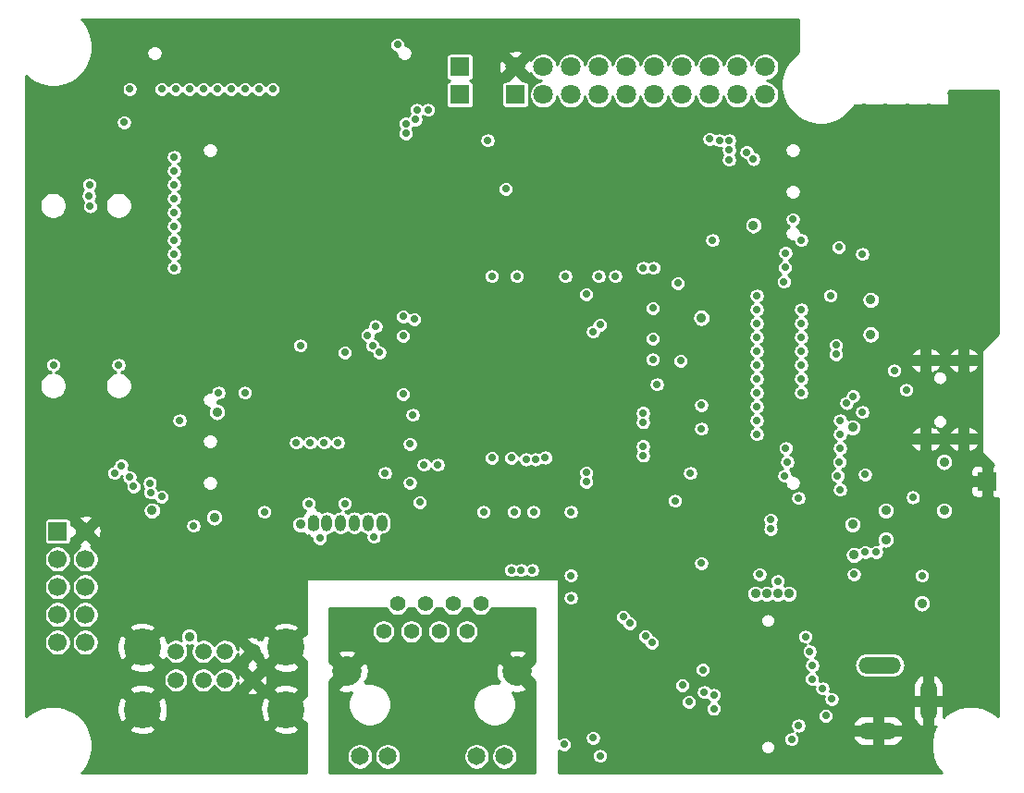
<source format=gbr>
%TF.GenerationSoftware,KiCad,Pcbnew,5.1.6-c6e7f7d~87~ubuntu18.04.1*%
%TF.CreationDate,2021-01-15T14:59:15+02:00*%
%TF.ProjectId,STMP1(A13)-SOM-EVB_Rev_B,53544d50-3128-4413-9133-292d534f4d2d,B*%
%TF.SameCoordinates,Original*%
%TF.FileFunction,Copper,L2,Inr*%
%TF.FilePolarity,Positive*%
%FSLAX46Y46*%
G04 Gerber Fmt 4.6, Leading zero omitted, Abs format (unit mm)*
G04 Created by KiCad (PCBNEW 5.1.6-c6e7f7d~87~ubuntu18.04.1) date 2021-01-15 14:59:15*
%MOMM*%
%LPD*%
G01*
G04 APERTURE LIST*
%TA.AperFunction,ViaPad*%
%ADD10C,0.635000*%
%TD*%
%TA.AperFunction,ViaPad*%
%ADD11C,3.400000*%
%TD*%
%TA.AperFunction,ViaPad*%
%ADD12C,1.500000*%
%TD*%
%TA.AperFunction,ViaPad*%
%ADD13C,1.410000*%
%TD*%
%TA.AperFunction,ViaPad*%
%ADD14C,1.650000*%
%TD*%
%TA.AperFunction,ViaPad*%
%ADD15C,2.700000*%
%TD*%
%TA.AperFunction,ViaPad*%
%ADD16O,3.900000X1.500000*%
%TD*%
%TA.AperFunction,ViaPad*%
%ADD17O,3.600000X1.500000*%
%TD*%
%TA.AperFunction,ViaPad*%
%ADD18O,1.500000X3.700000*%
%TD*%
%TA.AperFunction,ViaPad*%
%ADD19R,1.700000X1.700000*%
%TD*%
%TA.AperFunction,ViaPad*%
%ADD20C,1.700000*%
%TD*%
%TA.AperFunction,ViaPad*%
%ADD21C,1.800000*%
%TD*%
%TA.AperFunction,ViaPad*%
%ADD22R,1.750000X1.750000*%
%TD*%
%TA.AperFunction,ViaPad*%
%ADD23O,1.800000X1.200000*%
%TD*%
%TA.AperFunction,ViaPad*%
%ADD24O,1.000000X1.500000*%
%TD*%
%TA.AperFunction,ViaPad*%
%ADD25R,1.778000X1.778000*%
%TD*%
%TA.AperFunction,ViaPad*%
%ADD26C,0.700000*%
%TD*%
%TA.AperFunction,ViaPad*%
%ADD27C,0.900000*%
%TD*%
%TA.AperFunction,Conductor*%
%ADD28C,0.254000*%
%TD*%
G04 APERTURE END LIST*
D10*
%TO.N,GND*%
%TO.C,ANT1*%
X187151000Y-39267000D03*
%TD*%
D11*
%TO.N,GND*%
%TO.C,USB_HOST1*%
X113175000Y-90000000D03*
X126315000Y-90000000D03*
X126315000Y-95700000D03*
X113175000Y-95700000D03*
D12*
X123245000Y-93000000D03*
%TO.N,/D2+*%
X120745000Y-93000000D03*
%TO.N,/D2-*%
X118745000Y-93000000D03*
%TO.N,/+5V_USB2*%
X116245000Y-93000000D03*
%TO.N,GND*%
X123245000Y-90380000D03*
%TO.N,/D1+*%
X120745000Y-90380000D03*
%TO.N,/D1-*%
X118745000Y-90380000D03*
%TO.N,/+5V_USB1*%
X116245000Y-90380000D03*
%TD*%
D13*
%TO.N,/TXOP*%
%TO.C,LAN1*%
X135245000Y-88550000D03*
%TO.N,/TXON*%
X136515000Y-86010000D03*
%TO.N,+3V3*%
X137785000Y-88550000D03*
%TO.N,N/C*%
X139055000Y-86010000D03*
X140325000Y-88550000D03*
%TO.N,+3V3*%
X141595000Y-86010000D03*
%TO.N,/RXIP*%
X142865000Y-88550000D03*
%TO.N,/RXIN*%
X144135000Y-86010000D03*
D14*
%TO.N,Net-(LAN1-PadAG1)*%
X143770000Y-99998500D03*
%TO.N,Net-(LAN1-PadAY1)*%
X133090000Y-99998500D03*
D15*
%TO.N,/ETH_SH*%
X131900000Y-92200000D03*
X147500000Y-92200000D03*
D14*
%TO.N,/ETHER_SPEED*%
X146310000Y-99998500D03*
%TO.N,/ETHER_LK*%
X135630000Y-99998500D03*
%TD*%
D16*
%TO.N,Net-(C1-Pad2)*%
%TO.C,PWR1*%
X180670000Y-91636000D03*
D17*
%TO.N,GND*%
X180520000Y-97636000D03*
D18*
X185120000Y-94890000D03*
%TD*%
D19*
%TO.N,+3V3*%
%TO.C,UEXT1*%
X105410000Y-79375000D03*
D20*
%TO.N,GND*%
X107950000Y-79375000D03*
%TO.N,UART7_TX*%
X105410000Y-81915000D03*
%TO.N,UART7_RX*%
X107950000Y-81915000D03*
%TO.N,I2C3_SCL*%
X105410000Y-84455000D03*
%TO.N,I2C3_SDA*%
X107950000Y-84455000D03*
%TO.N,SPI4_MISO*%
X105410000Y-86995000D03*
%TO.N,SPI4_MOSI*%
X107950000Y-86995000D03*
%TO.N,SPI4_SCK*%
X105410000Y-89535000D03*
%TO.N,SPI4_NSS*%
X107950000Y-89535000D03*
%TD*%
D21*
%TO.N,/PA1*%
%TO.C,EXT1*%
X170180000Y-39370000D03*
%TO.N,USART1_RX*%
X170180000Y-36830000D03*
%TO.N,/I2C2_SCL*%
X167640000Y-39370000D03*
%TO.N,USART1_TX*%
X167640000Y-36830000D03*
%TO.N,/I2C2_SDA*%
X165100000Y-39370000D03*
%TO.N,/SDMMC3_CK*%
X165100000Y-36830000D03*
%TO.N,LPTIM5_OUT*%
X162560000Y-39370000D03*
%TO.N,/SDMMC3_CMD*%
X162560000Y-36830000D03*
%TO.N,/USART3_TX*%
X160020000Y-39370000D03*
%TO.N,/SDMMC3_D3*%
X160020000Y-36830000D03*
%TO.N,/SDMMC3_D2*%
X157480000Y-36830000D03*
%TO.N,/USART3_RX*%
X157480000Y-39370000D03*
%TO.N,/SDMMC3_D1*%
X154940000Y-36830000D03*
%TO.N,/PG8*%
X154940000Y-39370000D03*
%TO.N,/SDMMC3_D0*%
X152400000Y-36830000D03*
%TO.N,/I2C6_SCL*%
X152400000Y-39370000D03*
%TO.N,/NRST*%
X149860000Y-36830000D03*
%TO.N,/I2C6_SDA*%
X149860000Y-39370000D03*
%TO.N,GND*%
X147320000Y-36830000D03*
D22*
%TO.N,+3V3*%
X147320000Y-39370000D03*
%TD*%
D23*
%TO.N,GND*%
%TO.C,USB-OTG1*%
X188337000Y-70910000D03*
X184867000Y-70910000D03*
X184867000Y-63710000D03*
X188337000Y-63710000D03*
%TD*%
D24*
%TO.N,GND*%
%TO.C,PGM1*%
X128828000Y-78613000D03*
%TO.N,/RST_PGM*%
X130078000Y-78613000D03*
%TO.N,Net-(PGM1-Pad4)*%
X131328000Y-78613000D03*
%TO.N,Net-(PGM1-Pad3)*%
X132578000Y-78613000D03*
%TO.N,Net-(PGM1-Pad2)*%
X133828000Y-78613000D03*
%TO.N,Net-(PGM1-Pad1)*%
X135078000Y-78613000D03*
%TD*%
D25*
%TO.N,GND*%
%TO.C,GND1*%
X190500000Y-74803000D03*
%TD*%
%TO.N,Net-(ADC1_IN10-Pad1)*%
%TO.C,ADC1_IN10*%
X142240000Y-39370000D03*
%TD*%
%TO.N,Net-(GPIO-3-Pad9)*%
%TO.C,PH6*%
X142240000Y-36830000D03*
%TD*%
D26*
%TO.N,+5V_EXT*%
X184531000Y-83439000D03*
D27*
X184531000Y-85979000D03*
X181229000Y-80137000D03*
X127635000Y-78740000D03*
X114046000Y-77470000D03*
X119761000Y-78105000D03*
X186563000Y-73025000D03*
X120015000Y-68453000D03*
X181228998Y-77470000D03*
X186563000Y-77470000D03*
D26*
%TO.N,GND*%
X162306000Y-73406000D03*
X163195000Y-65024000D03*
X163195000Y-62611000D03*
X162179000Y-58928000D03*
X155702000Y-81915000D03*
X150241000Y-56007000D03*
X148971000Y-56007000D03*
X115697002Y-79883000D03*
X122428000Y-79883000D03*
X146177000Y-56007000D03*
X143256000Y-58547000D03*
X136017000Y-61468000D03*
X136017000Y-62611000D03*
X136017000Y-68072000D03*
X136016991Y-66886814D03*
X136017000Y-69342000D03*
X135382000Y-71374000D03*
X135382000Y-72263000D03*
X135382000Y-73152000D03*
X135382000Y-74930000D03*
X129794000Y-82169000D03*
X130810000Y-82169000D03*
X131699000Y-83185000D03*
X127381000Y-76835000D03*
X129413000Y-76835000D03*
X140843000Y-74930000D03*
X139573000Y-74930000D03*
X135255000Y-79883000D03*
X140081000Y-81788000D03*
X140970000Y-79502000D03*
X145923000Y-81788000D03*
X144399000Y-78613000D03*
X145669000Y-78613000D03*
X147193000Y-78613000D03*
X148971000Y-78613000D03*
X150876000Y-78613000D03*
D27*
X151130000Y-63500000D03*
X148590000Y-63500000D03*
X146050000Y-63500000D03*
X143510000Y-63500000D03*
X143510000Y-66040000D03*
X151130000Y-66040000D03*
X146050000Y-66040000D03*
X148590000Y-66040000D03*
X143510000Y-68580000D03*
X151130000Y-68580000D03*
X146050000Y-68580000D03*
X148590000Y-68580000D03*
X151130000Y-71120000D03*
X146050000Y-71120000D03*
X148590000Y-71120000D03*
X143510000Y-71120000D03*
X140970000Y-60325000D03*
X140970000Y-59055000D03*
D26*
X128905000Y-83185000D03*
X128905000Y-82169000D03*
X131699000Y-82169000D03*
X115951000Y-66675000D03*
X115951000Y-67945000D03*
D27*
X120650000Y-100965000D03*
X115570000Y-100965000D03*
X118110000Y-100965000D03*
X113030000Y-100965000D03*
X113030000Y-98425000D03*
X118110000Y-98425000D03*
X120650000Y-98425000D03*
X115570000Y-98425000D03*
X125730000Y-100965000D03*
X123190000Y-100965000D03*
X123190000Y-98425000D03*
X120650000Y-95885000D03*
X118110000Y-95885000D03*
X152400000Y-100965000D03*
X160020000Y-100965000D03*
X157480000Y-100965000D03*
X154940000Y-100965000D03*
X162560000Y-100965000D03*
X170180000Y-100965000D03*
X167640000Y-100965000D03*
X165100000Y-100965000D03*
X180340000Y-100965000D03*
X172720000Y-100965000D03*
X175260000Y-100965000D03*
X177800000Y-100965000D03*
X182880000Y-100965000D03*
X185420000Y-100965000D03*
X160020000Y-98425000D03*
X157480000Y-98425000D03*
X165100000Y-98425000D03*
X160020000Y-95885000D03*
X157480000Y-95885000D03*
X157480000Y-93345000D03*
X160020000Y-93345000D03*
X110490000Y-98425000D03*
X110490000Y-95885000D03*
X110490000Y-93345000D03*
X107950000Y-93345000D03*
X107950000Y-95885000D03*
X105410000Y-93345000D03*
X102997000Y-93345000D03*
X102997000Y-90805000D03*
X102997000Y-85725000D03*
X102997000Y-88265000D03*
X102997000Y-83185000D03*
X102997000Y-80645000D03*
X102997000Y-75565000D03*
X102997000Y-78105000D03*
X102997000Y-70485000D03*
X102997000Y-73025000D03*
X102997000Y-65405000D03*
X102997000Y-67945000D03*
X102997000Y-62865000D03*
X102997000Y-55245000D03*
X102997000Y-57785000D03*
X102997000Y-52070000D03*
X102997000Y-49530000D03*
X102997000Y-46990000D03*
X102997000Y-44450000D03*
X102997000Y-38735000D03*
X102997000Y-41275000D03*
X191008000Y-95250000D03*
X191008000Y-85725000D03*
D26*
X115697002Y-81661000D03*
X122428000Y-81661000D03*
D27*
X191008000Y-40640000D03*
X189048000Y-40640000D03*
X187088000Y-40640000D03*
X185128000Y-40640000D03*
X183168000Y-40640000D03*
X181208000Y-40640000D03*
X179197000Y-40640000D03*
D26*
X153162000Y-56007000D03*
X162179000Y-57785000D03*
X162179000Y-55499000D03*
D27*
X187960000Y-82296000D03*
D26*
X180975000Y-75311000D03*
X188595000Y-75438000D03*
X118618000Y-66675000D03*
X118618000Y-67945000D03*
X136525000Y-36322000D03*
X137795000Y-36322000D03*
X136525000Y-38862000D03*
X137795000Y-38862000D03*
X176022000Y-51435000D03*
X161924997Y-77596997D03*
X163322008Y-75311000D03*
X163213530Y-69393991D03*
X163195000Y-70612000D03*
D27*
X162560000Y-98425000D03*
D26*
X164097195Y-92828156D03*
X114173000Y-62865000D03*
D27*
X178308000Y-41910000D03*
X178308000Y-43180000D03*
X178308000Y-44450000D03*
X179070000Y-45720000D03*
X180340000Y-46355000D03*
X181610000Y-46355000D03*
X182880000Y-46355000D03*
X184150000Y-46355000D03*
X185420000Y-46990000D03*
X185420000Y-48260000D03*
X185420000Y-49530000D03*
X186690000Y-49530000D03*
X187960000Y-49530000D03*
X190881000Y-49530000D03*
X139700000Y-33020000D03*
X147320000Y-33020000D03*
X144780000Y-33020000D03*
X142240000Y-33020000D03*
X154940000Y-33020000D03*
X152400000Y-33020000D03*
X157480000Y-33020000D03*
X149860000Y-33020000D03*
X165100000Y-33020000D03*
X162560000Y-33020000D03*
X167640000Y-33020000D03*
X160020000Y-33020000D03*
X172720000Y-33020000D03*
X170180000Y-33020000D03*
X154940000Y-34925000D03*
X144780000Y-34925000D03*
X142240000Y-34925000D03*
X167640000Y-34925000D03*
X152400000Y-34925000D03*
X162560000Y-34925000D03*
X157480000Y-34925000D03*
X147320000Y-34925000D03*
X160020000Y-34925000D03*
X165100000Y-34925000D03*
X172720000Y-34925000D03*
X149860000Y-34925000D03*
X170180000Y-34925000D03*
X142240000Y-43815000D03*
X139700000Y-43815000D03*
X139700000Y-45720000D03*
X142240000Y-45720000D03*
X139700000Y-48260000D03*
X144780000Y-50165000D03*
X144780000Y-52070000D03*
X147320000Y-52070000D03*
X147320000Y-50165000D03*
X149860000Y-52070000D03*
X149860000Y-50165000D03*
X152400000Y-50165000D03*
X152400000Y-52070000D03*
X154940000Y-52070000D03*
X154940000Y-50165000D03*
X157480000Y-50165000D03*
X157480000Y-52070000D03*
X160020000Y-52070000D03*
X190881000Y-52070000D03*
X190881000Y-54610000D03*
X190881000Y-57150000D03*
X189865000Y-62230000D03*
X190881000Y-59690000D03*
X187960000Y-66040000D03*
X187960000Y-68580000D03*
X190881000Y-46990000D03*
X190881000Y-44450000D03*
X191008000Y-83185000D03*
X187325000Y-95250000D03*
X172339000Y-78613000D03*
X172339000Y-80645000D03*
X170180000Y-80645000D03*
X172593000Y-67564000D03*
D26*
X178181000Y-49911000D03*
X177038000Y-48768000D03*
X176403000Y-58801000D03*
X176403000Y-59690000D03*
D27*
X172339000Y-83566000D03*
D26*
X145923000Y-58547000D03*
X143764000Y-56007000D03*
%TO.N,+3V3*%
X117856000Y-78867000D03*
X124332439Y-77597561D03*
D27*
X178308000Y-81534000D03*
X169291000Y-85090000D03*
D26*
X161925000Y-76581000D03*
X162179000Y-56642000D03*
D27*
X170307000Y-85090000D03*
X171323000Y-85090000D03*
X172339000Y-85090000D03*
D26*
X159893000Y-63627000D03*
X153797000Y-57658000D03*
X151892000Y-56007000D03*
X147447000Y-56007000D03*
X159893000Y-61722000D03*
X137032980Y-66802000D03*
X135382000Y-74041000D03*
X128397000Y-76835000D03*
X120142000Y-66675000D03*
X140208000Y-73279000D03*
X131699000Y-76835000D03*
X134366000Y-79883000D03*
X146939000Y-82931000D03*
X147828000Y-82931000D03*
X162433000Y-63754000D03*
X178308000Y-83312000D03*
X179324000Y-81280000D03*
X180340000Y-81280000D03*
X154940000Y-56007000D03*
X159956500Y-55245000D03*
X122555000Y-66675000D03*
X136525000Y-34798000D03*
D27*
X179832000Y-61341000D03*
X179832000Y-58166000D03*
D26*
X181991000Y-64643000D03*
X172720000Y-50800000D03*
D27*
X169094990Y-51343313D03*
D26*
%TO.N,SPI4_NSS*%
X113919000Y-75819000D03*
%TO.N,+3.3VA*%
X163322000Y-74041000D03*
X137033000Y-59690000D03*
X137033000Y-61468000D03*
X137668000Y-74930000D03*
X137922000Y-68707000D03*
X144399000Y-77597000D03*
X147193000Y-77597000D03*
X148971000Y-77597000D03*
D27*
X164338006Y-59817000D03*
D26*
%TO.N,HPOUT1L*%
X138176000Y-41656000D03*
X108393157Y-49592151D03*
%TO.N,HPOUT1R*%
X139319000Y-40767000D03*
X108331000Y-47625000D03*
%TO.N,MICIN1*%
X111506000Y-41910000D03*
X137286631Y-42926391D03*
%TO.N,SPI4_SCK*%
X113853094Y-74969140D03*
%TO.N,SPI4_MOSI*%
X112368285Y-75274144D03*
%TO.N,SPI4_MISO*%
X112014000Y-74422000D03*
%TO.N,I2C3_SCL*%
X110617001Y-74040999D03*
%TO.N,I2C3_SDA*%
X111252000Y-73342422D03*
%TO.N,UART7_RX*%
X133784209Y-61402913D03*
%TO.N,UART7_TX*%
X134512946Y-60598946D03*
%TO.N,USB_OTG_HS_D-*%
X177625631Y-67611369D03*
X169084369Y-45259369D03*
%TO.N,USB_OTG_HS_D+*%
X178228369Y-67008631D03*
X168481631Y-44656631D03*
%TO.N,/V18F*%
X159893000Y-58928000D03*
X160274000Y-65913000D03*
X137668000Y-71374000D03*
X138049000Y-59944000D03*
X138938000Y-73279000D03*
X159004000Y-55245000D03*
%TO.N,+1.8VA*%
X164338000Y-67818000D03*
X152400000Y-77597000D03*
X164338008Y-82296000D03*
X152394410Y-83411962D03*
X164338000Y-69977000D03*
D27*
%TO.N,/+5V_USB2*%
X117475000Y-89027000D03*
D26*
%TO.N,/eMMC-CMD*%
X171323000Y-83947000D03*
X172072300Y-71754999D03*
%TO.N,/NRST*%
X176911000Y-53340000D03*
X152400000Y-85471000D03*
X138557000Y-76708000D03*
X169672000Y-83312000D03*
X165354000Y-52705000D03*
%TO.N,/eMMC-CLK*%
X173863000Y-89027000D03*
X172212000Y-73025000D03*
%TO.N,/eMMC-D7*%
X177038000Y-69215000D03*
X174246207Y-90394463D03*
%TO.N,/eMMC-D6*%
X177038000Y-70485000D03*
X174498000Y-91653274D03*
%TO.N,/eMMC-D5*%
X177038000Y-71755000D03*
X174461522Y-92912085D03*
%TO.N,/eMMC-D4*%
X176961800Y-73024999D03*
X175428637Y-93766606D03*
%TO.N,/eMMC-D3*%
X176275439Y-94741439D03*
X176809400Y-74294999D03*
%TO.N,/eMMC-D2*%
X177038000Y-75565000D03*
X175717200Y-96266000D03*
%TO.N,/eMMC-D1*%
X173228000Y-97160590D03*
X173228000Y-76327000D03*
%TO.N,/eMMC-D0*%
X172593000Y-98425000D03*
X171958005Y-74295003D03*
%TO.N,/USB1-DRV*%
X166878000Y-44450000D03*
X179070000Y-53975000D03*
%TO.N,/USB2-DRV*%
X166878000Y-45339000D03*
X179070000Y-68452998D03*
%TO.N,Net-(GPIO-3-Pad9)*%
X144780000Y-43561000D03*
%TO.N,/TXOP*%
X159004000Y-69387200D03*
X159210631Y-88979631D03*
%TO.N,/TXON*%
X159004000Y-68534800D03*
X159813369Y-89582369D03*
%TO.N,/RXIP*%
X159004000Y-72435200D03*
X157781369Y-87804369D03*
%TO.N,/RXIN*%
X159004000Y-71582800D03*
X157178631Y-87201631D03*
%TO.N,Net-(LAN1-PadAG1)*%
X148844000Y-82931000D03*
X151764999Y-98902010D03*
%TO.N,Net-(LAN1-PadAY1)*%
X129413000Y-80010000D03*
%TO.N,/ETHER_SPEED*%
X155067000Y-99949000D03*
X155067000Y-60452000D03*
%TO.N,/ETHER_LK*%
X154432000Y-98298000D03*
X154432000Y-61087000D03*
%TO.N,/LCD_UD*%
X117475000Y-38862000D03*
X116078000Y-47625000D03*
%TO.N,/LCD_PWM*%
X116205000Y-38862000D03*
X116078000Y-46355000D03*
%TO.N,/LCD_RST*%
X114935000Y-38862000D03*
X116078000Y-45085000D03*
%TO.N,/LCD_B1*%
X125095000Y-38862000D03*
X116078000Y-55245000D03*
%TO.N,/LCD_B3*%
X123825000Y-38862000D03*
X116077990Y-53975000D03*
%TO.N,/LCD_B5*%
X122555000Y-38862000D03*
X116078000Y-52705000D03*
%TO.N,/LCD_VSYNC*%
X120015000Y-38862000D03*
X116078000Y-50165000D03*
%TO.N,/LCD_B7*%
X121285000Y-38862000D03*
X116077997Y-51435003D03*
%TO.N,/LCD_DE*%
X118745000Y-38862000D03*
X116078000Y-48895000D03*
%TO.N,/OVCUR1#*%
X134239000Y-62357000D03*
X114935000Y-76200000D03*
X116586000Y-69215000D03*
X127635000Y-62357004D03*
%TO.N,/OVCUR2#*%
X134874000Y-62992000D03*
X131699000Y-62992008D03*
D27*
%TO.N,/ETH_SH*%
X135130000Y-92200000D03*
X137670000Y-92200000D03*
X140210000Y-92200000D03*
X142750000Y-92200000D03*
X145290000Y-92200000D03*
X137670000Y-94740000D03*
X142750000Y-94740000D03*
X140210000Y-94740000D03*
X142750000Y-97280000D03*
X137670000Y-97280000D03*
X140210000Y-97280000D03*
X137670000Y-99820000D03*
X140210000Y-99820000D03*
X135255000Y-97280000D03*
X132080000Y-89535000D03*
X132080000Y-86995000D03*
X145415000Y-86995000D03*
X147955000Y-86995000D03*
X132080000Y-88265000D03*
X130683000Y-88265000D03*
D26*
%TO.N,Net-(U6-Pad87)*%
X146939000Y-72644000D03*
X150039794Y-72618891D03*
D27*
%TO.N,+5V_USBOTG*%
X178181000Y-78742540D03*
X178181000Y-69850000D03*
D26*
%TO.N,/USART3_TX*%
X169418000Y-57785000D03*
%TO.N,USART1_RX*%
X176149000Y-57785000D03*
%TO.N,/USART3_RX*%
X169418000Y-59055000D03*
%TO.N,USART1_TX*%
X173482000Y-59055000D03*
%TO.N,/PG8*%
X169418000Y-60325000D03*
%TO.N,/SDMMC3_CK*%
X173482000Y-60325000D03*
%TO.N,/I2C6_SCL*%
X169418000Y-61595000D03*
%TO.N,/SDMMC3_CMD*%
X173482000Y-61595000D03*
%TO.N,/SDMMC3_D3*%
X173482000Y-62865000D03*
%TO.N,/I2C6_SDA*%
X169418000Y-62865000D03*
%TO.N,/SDMMC3_D2*%
X173482000Y-64135000D03*
%TO.N,/SDMMC3_D1*%
X173482000Y-65405000D03*
%TO.N,/SDMMC3_D0*%
X173482000Y-66675000D03*
%TO.N,LPTIM5_OUT*%
X171887379Y-56515000D03*
%TO.N,/USB_OTG_HS_VBUS*%
X166878000Y-43561000D03*
X179324000Y-74168000D03*
%TO.N,/USB_OTG_HS_ID*%
X165989000Y-43561000D03*
X183098999Y-66421000D03*
%TO.N,/USB-OTG-DRV*%
X165100000Y-43434000D03*
X183703009Y-76261009D03*
%TO.N,/D3-*%
X176657000Y-62311800D03*
X170688000Y-79166200D03*
X153797000Y-74848200D03*
X148293800Y-72781398D03*
%TO.N,/D3+*%
X176657000Y-63164200D03*
X170688000Y-78313800D03*
X153797000Y-73995800D03*
X149146200Y-72781398D03*
%TO.N,Net-(U6-Pad25)*%
X156464000Y-56007004D03*
%TO.N,SPI0_MOSI(IO0)*%
X162595560Y-93472000D03*
X169418000Y-64135000D03*
%TO.N,SPI0_MISO(IO1)*%
X169418000Y-65405000D03*
X163195000Y-94996000D03*
%TO.N,SPI0_SCK(CLK)*%
X169418000Y-66675000D03*
X164465000Y-92059187D03*
%TO.N,SPI0_NSS(CSn)*%
X169418000Y-67945000D03*
X165481004Y-95633323D03*
%TO.N,(IO3)*%
X164591996Y-94107000D03*
X169417439Y-70485561D03*
%TO.N,(IO2)*%
X169418000Y-69215000D03*
X165484221Y-94366590D03*
%TO.N,VMIC*%
X137290627Y-42033373D03*
X112014558Y-38862564D03*
%TO.N,HPCOM*%
X138303000Y-40767000D03*
X110998000Y-64135000D03*
X105029000Y-64135000D03*
X108275928Y-48639654D03*
%TO.N,Net-(PGM1-Pad1)*%
X131064000Y-71247000D03*
%TO.N,Net-(PGM1-Pad2)*%
X129794000Y-71247000D03*
%TO.N,Net-(PGM1-Pad3)*%
X128524000Y-71247000D03*
%TO.N,Net-(PGM1-Pad4)*%
X127254000Y-71247000D03*
%TO.N,/PA1*%
X173482000Y-52705000D03*
%TO.N,/I2C2_SCL*%
X172037518Y-53880300D03*
%TO.N,/I2C2_SDA*%
X171993964Y-55193854D03*
%TO.N,Net-(ADC1_IN10-Pad1)*%
X146431000Y-48006000D03*
%TO.N,/12MCK*%
X145161000Y-56007000D03*
X145161000Y-72644000D03*
%TD*%
D28*
%TO.N,GND*%
G36*
X173228000Y-35476583D02*
G01*
X172947922Y-35663725D01*
X172442725Y-36168922D01*
X172045794Y-36762971D01*
X171772383Y-37423043D01*
X171633000Y-38123772D01*
X171633000Y-38838228D01*
X171772383Y-39538957D01*
X172045794Y-40199029D01*
X172442725Y-40793078D01*
X172947922Y-41298275D01*
X173541971Y-41695206D01*
X174202043Y-41968617D01*
X174902772Y-42108000D01*
X175617228Y-42108000D01*
X176317957Y-41968617D01*
X176978029Y-41695206D01*
X177572078Y-41298275D01*
X178077275Y-40793078D01*
X178382509Y-40336263D01*
X186924766Y-40352000D01*
X186954287Y-40348577D01*
X186977833Y-40340489D01*
X186999348Y-40327963D01*
X187018007Y-40311480D01*
X187033091Y-40291673D01*
X187044021Y-40269305D01*
X187050378Y-40245234D01*
X187051916Y-40220385D01*
X187006702Y-38977000D01*
X191492000Y-38977000D01*
X191492001Y-61289578D01*
X190158435Y-62623145D01*
X190139052Y-62639052D01*
X190075571Y-62716405D01*
X190028399Y-62804658D01*
X189999351Y-62900416D01*
X189994372Y-62950975D01*
X189989543Y-63000000D01*
X189992000Y-63024944D01*
X189992001Y-71975046D01*
X189989543Y-72000000D01*
X189999352Y-72099584D01*
X190028400Y-72195343D01*
X190075571Y-72283595D01*
X190107750Y-72322805D01*
X190139053Y-72360948D01*
X190158430Y-72376850D01*
X191060398Y-73278818D01*
X191039750Y-73279000D01*
X190881000Y-73437750D01*
X190881000Y-74422000D01*
X190901000Y-74422000D01*
X190901000Y-75184000D01*
X190881000Y-75184000D01*
X190881000Y-76168250D01*
X191039750Y-76327000D01*
X191389000Y-76330072D01*
X191492001Y-76319928D01*
X191492000Y-96362647D01*
X191312078Y-96182725D01*
X190718029Y-95785794D01*
X190057957Y-95512383D01*
X189357228Y-95373000D01*
X188642772Y-95373000D01*
X187942043Y-95512383D01*
X187281971Y-95785794D01*
X186687922Y-96182725D01*
X186505000Y-96365647D01*
X186505000Y-95271000D01*
X185501000Y-95271000D01*
X185501000Y-97155559D01*
X185704612Y-97245569D01*
X185814098Y-97239612D01*
X185785794Y-97281971D01*
X185512383Y-97942043D01*
X185373000Y-98642772D01*
X185373000Y-99357228D01*
X185512383Y-100057957D01*
X185785794Y-100718029D01*
X186182725Y-101312078D01*
X186362647Y-101492000D01*
X151257000Y-101492000D01*
X151257000Y-99877003D01*
X154336000Y-99877003D01*
X154336000Y-100020997D01*
X154364092Y-100162225D01*
X154419196Y-100295258D01*
X154499195Y-100414985D01*
X154601015Y-100516805D01*
X154720742Y-100596804D01*
X154853775Y-100651908D01*
X154995003Y-100680000D01*
X155138997Y-100680000D01*
X155280225Y-100651908D01*
X155413258Y-100596804D01*
X155532985Y-100516805D01*
X155634805Y-100414985D01*
X155714804Y-100295258D01*
X155769908Y-100162225D01*
X155798000Y-100020997D01*
X155798000Y-99877003D01*
X155769908Y-99735775D01*
X155714804Y-99602742D01*
X155634805Y-99483015D01*
X155532985Y-99381195D01*
X155413258Y-99301196D01*
X155280225Y-99246092D01*
X155138997Y-99218000D01*
X154995003Y-99218000D01*
X154853775Y-99246092D01*
X154720742Y-99301196D01*
X154601015Y-99381195D01*
X154499195Y-99483015D01*
X154419196Y-99602742D01*
X154364092Y-99735775D01*
X154336000Y-99877003D01*
X151257000Y-99877003D01*
X151257000Y-99427801D01*
X151299014Y-99469815D01*
X151418741Y-99549814D01*
X151551774Y-99604918D01*
X151693002Y-99633010D01*
X151836996Y-99633010D01*
X151978224Y-99604918D01*
X152111257Y-99549814D01*
X152230984Y-99469815D01*
X152332804Y-99367995D01*
X152412803Y-99248268D01*
X152467907Y-99115235D01*
X152475328Y-99077927D01*
X169729000Y-99077927D01*
X169729000Y-99212073D01*
X169755171Y-99343640D01*
X169806506Y-99467574D01*
X169881033Y-99579112D01*
X169975888Y-99673967D01*
X170087426Y-99748494D01*
X170211360Y-99799829D01*
X170342927Y-99826000D01*
X170477073Y-99826000D01*
X170608640Y-99799829D01*
X170732574Y-99748494D01*
X170844112Y-99673967D01*
X170938967Y-99579112D01*
X171013494Y-99467574D01*
X171064829Y-99343640D01*
X171091000Y-99212073D01*
X171091000Y-99077927D01*
X171064829Y-98946360D01*
X171013494Y-98822426D01*
X170938967Y-98710888D01*
X170844112Y-98616033D01*
X170732574Y-98541506D01*
X170608640Y-98490171D01*
X170477073Y-98464000D01*
X170342927Y-98464000D01*
X170211360Y-98490171D01*
X170087426Y-98541506D01*
X169975888Y-98616033D01*
X169881033Y-98710888D01*
X169806506Y-98822426D01*
X169755171Y-98946360D01*
X169729000Y-99077927D01*
X152475328Y-99077927D01*
X152495999Y-98974007D01*
X152495999Y-98830013D01*
X152467907Y-98688785D01*
X152412803Y-98555752D01*
X152332804Y-98436025D01*
X152230984Y-98334205D01*
X152111257Y-98254206D01*
X152043169Y-98226003D01*
X153701000Y-98226003D01*
X153701000Y-98369997D01*
X153729092Y-98511225D01*
X153784196Y-98644258D01*
X153864195Y-98763985D01*
X153966015Y-98865805D01*
X154085742Y-98945804D01*
X154218775Y-99000908D01*
X154360003Y-99029000D01*
X154503997Y-99029000D01*
X154645225Y-99000908D01*
X154778258Y-98945804D01*
X154897985Y-98865805D01*
X154999805Y-98763985D01*
X155079804Y-98644258D01*
X155134908Y-98511225D01*
X155163000Y-98369997D01*
X155163000Y-98353003D01*
X171862000Y-98353003D01*
X171862000Y-98496997D01*
X171890092Y-98638225D01*
X171945196Y-98771258D01*
X172025195Y-98890985D01*
X172127015Y-98992805D01*
X172246742Y-99072804D01*
X172379775Y-99127908D01*
X172521003Y-99156000D01*
X172664997Y-99156000D01*
X172806225Y-99127908D01*
X172939258Y-99072804D01*
X173058985Y-98992805D01*
X173160805Y-98890985D01*
X173240804Y-98771258D01*
X173295908Y-98638225D01*
X173324000Y-98496997D01*
X173324000Y-98353003D01*
X173297666Y-98220612D01*
X178214431Y-98220612D01*
X178221250Y-98345936D01*
X178383746Y-98575914D01*
X178587986Y-98769771D01*
X178826121Y-98920058D01*
X179089000Y-99021000D01*
X180139000Y-99021000D01*
X180139000Y-98017000D01*
X180901000Y-98017000D01*
X180901000Y-99021000D01*
X181951000Y-99021000D01*
X182213879Y-98920058D01*
X182452014Y-98769771D01*
X182656254Y-98575914D01*
X182818750Y-98345936D01*
X182825569Y-98220612D01*
X182735559Y-98017000D01*
X180901000Y-98017000D01*
X180139000Y-98017000D01*
X178304441Y-98017000D01*
X178214431Y-98220612D01*
X173297666Y-98220612D01*
X173295908Y-98211775D01*
X173240804Y-98078742D01*
X173160805Y-97959015D01*
X173077831Y-97876041D01*
X173156003Y-97891590D01*
X173299997Y-97891590D01*
X173441225Y-97863498D01*
X173574258Y-97808394D01*
X173693985Y-97728395D01*
X173795805Y-97626575D01*
X173875804Y-97506848D01*
X173930908Y-97373815D01*
X173959000Y-97232587D01*
X173959000Y-97088593D01*
X173951600Y-97051388D01*
X178214431Y-97051388D01*
X178304441Y-97255000D01*
X180139000Y-97255000D01*
X180139000Y-96251000D01*
X180901000Y-96251000D01*
X180901000Y-97255000D01*
X182735559Y-97255000D01*
X182825569Y-97051388D01*
X182818750Y-96926064D01*
X182656254Y-96696086D01*
X182452014Y-96502229D01*
X182213879Y-96351942D01*
X181951000Y-96251000D01*
X180901000Y-96251000D01*
X180139000Y-96251000D01*
X179089000Y-96251000D01*
X178826121Y-96351942D01*
X178587986Y-96502229D01*
X178383746Y-96696086D01*
X178221250Y-96926064D01*
X178214431Y-97051388D01*
X173951600Y-97051388D01*
X173930908Y-96947365D01*
X173875804Y-96814332D01*
X173795805Y-96694605D01*
X173693985Y-96592785D01*
X173574258Y-96512786D01*
X173441225Y-96457682D01*
X173299997Y-96429590D01*
X173156003Y-96429590D01*
X173014775Y-96457682D01*
X172881742Y-96512786D01*
X172762015Y-96592785D01*
X172660195Y-96694605D01*
X172580196Y-96814332D01*
X172525092Y-96947365D01*
X172497000Y-97088593D01*
X172497000Y-97232587D01*
X172525092Y-97373815D01*
X172580196Y-97506848D01*
X172660195Y-97626575D01*
X172743169Y-97709549D01*
X172664997Y-97694000D01*
X172521003Y-97694000D01*
X172379775Y-97722092D01*
X172246742Y-97777196D01*
X172127015Y-97857195D01*
X172025195Y-97959015D01*
X171945196Y-98078742D01*
X171890092Y-98211775D01*
X171862000Y-98353003D01*
X155163000Y-98353003D01*
X155163000Y-98226003D01*
X155134908Y-98084775D01*
X155079804Y-97951742D01*
X154999805Y-97832015D01*
X154897985Y-97730195D01*
X154778258Y-97650196D01*
X154645225Y-97595092D01*
X154503997Y-97567000D01*
X154360003Y-97567000D01*
X154218775Y-97595092D01*
X154085742Y-97650196D01*
X153966015Y-97730195D01*
X153864195Y-97832015D01*
X153784196Y-97951742D01*
X153729092Y-98084775D01*
X153701000Y-98226003D01*
X152043169Y-98226003D01*
X151978224Y-98199102D01*
X151836996Y-98171010D01*
X151693002Y-98171010D01*
X151551774Y-98199102D01*
X151418741Y-98254206D01*
X151299014Y-98334205D01*
X151257000Y-98376219D01*
X151257000Y-94924003D01*
X162464000Y-94924003D01*
X162464000Y-95067997D01*
X162492092Y-95209225D01*
X162547196Y-95342258D01*
X162627195Y-95461985D01*
X162729015Y-95563805D01*
X162848742Y-95643804D01*
X162981775Y-95698908D01*
X163123003Y-95727000D01*
X163266997Y-95727000D01*
X163408225Y-95698908D01*
X163541258Y-95643804D01*
X163660985Y-95563805D01*
X163762805Y-95461985D01*
X163842804Y-95342258D01*
X163897908Y-95209225D01*
X163926000Y-95067997D01*
X163926000Y-94924003D01*
X163897908Y-94782775D01*
X163842804Y-94649742D01*
X163762805Y-94530015D01*
X163660985Y-94428195D01*
X163541258Y-94348196D01*
X163408225Y-94293092D01*
X163266997Y-94265000D01*
X163123003Y-94265000D01*
X162981775Y-94293092D01*
X162848742Y-94348196D01*
X162729015Y-94428195D01*
X162627195Y-94530015D01*
X162547196Y-94649742D01*
X162492092Y-94782775D01*
X162464000Y-94924003D01*
X151257000Y-94924003D01*
X151257000Y-93400003D01*
X161864560Y-93400003D01*
X161864560Y-93543997D01*
X161892652Y-93685225D01*
X161947756Y-93818258D01*
X162027755Y-93937985D01*
X162129575Y-94039805D01*
X162249302Y-94119804D01*
X162382335Y-94174908D01*
X162523563Y-94203000D01*
X162667557Y-94203000D01*
X162808785Y-94174908D01*
X162941818Y-94119804D01*
X163061545Y-94039805D01*
X163066347Y-94035003D01*
X163860996Y-94035003D01*
X163860996Y-94178997D01*
X163889088Y-94320225D01*
X163944192Y-94453258D01*
X164024191Y-94572985D01*
X164126011Y-94674805D01*
X164245738Y-94754804D01*
X164378771Y-94809908D01*
X164519999Y-94838000D01*
X164663993Y-94838000D01*
X164805221Y-94809908D01*
X164880450Y-94778747D01*
X164916416Y-94832575D01*
X165018236Y-94934395D01*
X165114747Y-94998882D01*
X165015019Y-95065518D01*
X164913199Y-95167338D01*
X164833200Y-95287065D01*
X164778096Y-95420098D01*
X164750004Y-95561326D01*
X164750004Y-95705320D01*
X164778096Y-95846548D01*
X164833200Y-95979581D01*
X164913199Y-96099308D01*
X165015019Y-96201128D01*
X165134746Y-96281127D01*
X165267779Y-96336231D01*
X165409007Y-96364323D01*
X165553001Y-96364323D01*
X165694229Y-96336231D01*
X165827262Y-96281127D01*
X165946989Y-96201128D01*
X165954114Y-96194003D01*
X174986200Y-96194003D01*
X174986200Y-96337997D01*
X175014292Y-96479225D01*
X175069396Y-96612258D01*
X175149395Y-96731985D01*
X175251215Y-96833805D01*
X175370942Y-96913804D01*
X175503975Y-96968908D01*
X175645203Y-96997000D01*
X175789197Y-96997000D01*
X175930425Y-96968908D01*
X176063458Y-96913804D01*
X176183185Y-96833805D01*
X176285005Y-96731985D01*
X176365004Y-96612258D01*
X176420108Y-96479225D01*
X176448200Y-96337997D01*
X176448200Y-96194003D01*
X176420108Y-96052775D01*
X176365004Y-95919742D01*
X176285005Y-95800015D01*
X176183185Y-95698195D01*
X176063458Y-95618196D01*
X175930425Y-95563092D01*
X175789197Y-95535000D01*
X175645203Y-95535000D01*
X175503975Y-95563092D01*
X175370942Y-95618196D01*
X175251215Y-95698195D01*
X175149395Y-95800015D01*
X175069396Y-95919742D01*
X175014292Y-96052775D01*
X174986200Y-96194003D01*
X165954114Y-96194003D01*
X166048809Y-96099308D01*
X166128808Y-95979581D01*
X166183912Y-95846548D01*
X166212004Y-95705320D01*
X166212004Y-95561326D01*
X166183912Y-95420098D01*
X166128808Y-95287065D01*
X166048809Y-95167338D01*
X165946989Y-95065518D01*
X165850478Y-95001031D01*
X165950206Y-94934395D01*
X166052026Y-94832575D01*
X166132025Y-94712848D01*
X166187129Y-94579815D01*
X166215221Y-94438587D01*
X166215221Y-94294593D01*
X166187129Y-94153365D01*
X166132025Y-94020332D01*
X166052026Y-93900605D01*
X165950206Y-93798785D01*
X165830479Y-93718786D01*
X165697446Y-93663682D01*
X165556218Y-93635590D01*
X165412224Y-93635590D01*
X165270996Y-93663682D01*
X165195767Y-93694843D01*
X165159801Y-93641015D01*
X165057981Y-93539195D01*
X164938254Y-93459196D01*
X164805221Y-93404092D01*
X164663993Y-93376000D01*
X164519999Y-93376000D01*
X164378771Y-93404092D01*
X164245738Y-93459196D01*
X164126011Y-93539195D01*
X164024191Y-93641015D01*
X163944192Y-93760742D01*
X163889088Y-93893775D01*
X163860996Y-94035003D01*
X163066347Y-94035003D01*
X163163365Y-93937985D01*
X163243364Y-93818258D01*
X163298468Y-93685225D01*
X163326560Y-93543997D01*
X163326560Y-93400003D01*
X163298468Y-93258775D01*
X163243364Y-93125742D01*
X163163365Y-93006015D01*
X163061545Y-92904195D01*
X162941818Y-92824196D01*
X162808785Y-92769092D01*
X162667557Y-92741000D01*
X162523563Y-92741000D01*
X162382335Y-92769092D01*
X162249302Y-92824196D01*
X162129575Y-92904195D01*
X162027755Y-93006015D01*
X161947756Y-93125742D01*
X161892652Y-93258775D01*
X161864560Y-93400003D01*
X151257000Y-93400003D01*
X151257000Y-91987190D01*
X163734000Y-91987190D01*
X163734000Y-92131184D01*
X163762092Y-92272412D01*
X163817196Y-92405445D01*
X163897195Y-92525172D01*
X163999015Y-92626992D01*
X164118742Y-92706991D01*
X164251775Y-92762095D01*
X164393003Y-92790187D01*
X164536997Y-92790187D01*
X164678225Y-92762095D01*
X164811258Y-92706991D01*
X164930985Y-92626992D01*
X165032805Y-92525172D01*
X165112804Y-92405445D01*
X165167908Y-92272412D01*
X165196000Y-92131184D01*
X165196000Y-91987190D01*
X165167908Y-91845962D01*
X165112804Y-91712929D01*
X165032805Y-91593202D01*
X164930985Y-91491382D01*
X164811258Y-91411383D01*
X164678225Y-91356279D01*
X164536997Y-91328187D01*
X164393003Y-91328187D01*
X164251775Y-91356279D01*
X164118742Y-91411383D01*
X163999015Y-91491382D01*
X163897195Y-91593202D01*
X163817196Y-91712929D01*
X163762092Y-91845962D01*
X163734000Y-91987190D01*
X151257000Y-91987190D01*
X151257000Y-88907634D01*
X158479631Y-88907634D01*
X158479631Y-89051628D01*
X158507723Y-89192856D01*
X158562827Y-89325889D01*
X158642826Y-89445616D01*
X158744646Y-89547436D01*
X158864373Y-89627435D01*
X158997406Y-89682539D01*
X159091704Y-89701296D01*
X159110461Y-89795594D01*
X159165565Y-89928627D01*
X159245564Y-90048354D01*
X159347384Y-90150174D01*
X159467111Y-90230173D01*
X159600144Y-90285277D01*
X159741372Y-90313369D01*
X159885366Y-90313369D01*
X160026594Y-90285277D01*
X160159627Y-90230173D01*
X160279354Y-90150174D01*
X160381174Y-90048354D01*
X160461173Y-89928627D01*
X160516277Y-89795594D01*
X160544369Y-89654366D01*
X160544369Y-89510372D01*
X160516277Y-89369144D01*
X160461173Y-89236111D01*
X160381174Y-89116384D01*
X160279354Y-89014564D01*
X160190215Y-88955003D01*
X173132000Y-88955003D01*
X173132000Y-89098997D01*
X173160092Y-89240225D01*
X173215196Y-89373258D01*
X173295195Y-89492985D01*
X173397015Y-89594805D01*
X173516742Y-89674804D01*
X173649775Y-89729908D01*
X173791003Y-89758000D01*
X173882976Y-89758000D01*
X173780222Y-89826658D01*
X173678402Y-89928478D01*
X173598403Y-90048205D01*
X173543299Y-90181238D01*
X173515207Y-90322466D01*
X173515207Y-90466460D01*
X173543299Y-90607688D01*
X173598403Y-90740721D01*
X173678402Y-90860448D01*
X173780222Y-90962268D01*
X173899949Y-91042267D01*
X174023882Y-91093602D01*
X173930195Y-91187289D01*
X173850196Y-91307016D01*
X173795092Y-91440049D01*
X173767000Y-91581277D01*
X173767000Y-91725271D01*
X173795092Y-91866499D01*
X173850196Y-91999532D01*
X173930195Y-92119259D01*
X174032015Y-92221079D01*
X174105968Y-92270493D01*
X173995537Y-92344280D01*
X173893717Y-92446100D01*
X173813718Y-92565827D01*
X173758614Y-92698860D01*
X173730522Y-92840088D01*
X173730522Y-92984082D01*
X173758614Y-93125310D01*
X173813718Y-93258343D01*
X173893717Y-93378070D01*
X173995537Y-93479890D01*
X174115264Y-93559889D01*
X174248297Y-93614993D01*
X174389525Y-93643085D01*
X174533519Y-93643085D01*
X174674747Y-93614993D01*
X174716951Y-93597512D01*
X174697637Y-93694609D01*
X174697637Y-93838603D01*
X174725729Y-93979831D01*
X174780833Y-94112864D01*
X174860832Y-94232591D01*
X174962652Y-94334411D01*
X175082379Y-94414410D01*
X175215412Y-94469514D01*
X175356640Y-94497606D01*
X175500634Y-94497606D01*
X175592803Y-94479272D01*
X175572531Y-94528214D01*
X175544439Y-94669442D01*
X175544439Y-94813436D01*
X175572531Y-94954664D01*
X175627635Y-95087697D01*
X175707634Y-95207424D01*
X175809454Y-95309244D01*
X175929181Y-95389243D01*
X176062214Y-95444347D01*
X176203442Y-95472439D01*
X176347436Y-95472439D01*
X176488664Y-95444347D01*
X176621697Y-95389243D01*
X176741424Y-95309244D01*
X176779668Y-95271000D01*
X183735000Y-95271000D01*
X183735000Y-96371000D01*
X183835942Y-96633879D01*
X183986229Y-96872014D01*
X184180086Y-97076254D01*
X184410064Y-97238750D01*
X184535388Y-97245569D01*
X184739000Y-97155559D01*
X184739000Y-95271000D01*
X183735000Y-95271000D01*
X176779668Y-95271000D01*
X176843244Y-95207424D01*
X176923243Y-95087697D01*
X176978347Y-94954664D01*
X177006439Y-94813436D01*
X177006439Y-94669442D01*
X176978347Y-94528214D01*
X176923243Y-94395181D01*
X176843244Y-94275454D01*
X176741424Y-94173634D01*
X176621697Y-94093635D01*
X176488664Y-94038531D01*
X176347436Y-94010439D01*
X176203442Y-94010439D01*
X176111273Y-94028773D01*
X176131545Y-93979831D01*
X176159637Y-93838603D01*
X176159637Y-93694609D01*
X176131545Y-93553381D01*
X176076441Y-93420348D01*
X176068859Y-93409000D01*
X183735000Y-93409000D01*
X183735000Y-94509000D01*
X184739000Y-94509000D01*
X184739000Y-92624441D01*
X185501000Y-92624441D01*
X185501000Y-94509000D01*
X186505000Y-94509000D01*
X186505000Y-93409000D01*
X186404058Y-93146121D01*
X186253771Y-92907986D01*
X186059914Y-92703746D01*
X185829936Y-92541250D01*
X185704612Y-92534431D01*
X185501000Y-92624441D01*
X184739000Y-92624441D01*
X184535388Y-92534431D01*
X184410064Y-92541250D01*
X184180086Y-92703746D01*
X183986229Y-92907986D01*
X183835942Y-93146121D01*
X183735000Y-93409000D01*
X176068859Y-93409000D01*
X175996442Y-93300621D01*
X175894622Y-93198801D01*
X175774895Y-93118802D01*
X175641862Y-93063698D01*
X175500634Y-93035606D01*
X175356640Y-93035606D01*
X175215412Y-93063698D01*
X175173208Y-93081179D01*
X175192522Y-92984082D01*
X175192522Y-92840088D01*
X175164430Y-92698860D01*
X175109326Y-92565827D01*
X175029327Y-92446100D01*
X174927507Y-92344280D01*
X174853554Y-92294866D01*
X174963985Y-92221079D01*
X175065805Y-92119259D01*
X175145804Y-91999532D01*
X175200908Y-91866499D01*
X175229000Y-91725271D01*
X175229000Y-91636000D01*
X178333528Y-91636000D01*
X178355365Y-91857715D01*
X178420037Y-92070909D01*
X178525058Y-92267390D01*
X178666393Y-92439607D01*
X178838610Y-92580942D01*
X179035091Y-92685963D01*
X179248285Y-92750635D01*
X179414442Y-92767000D01*
X181925558Y-92767000D01*
X182091715Y-92750635D01*
X182304909Y-92685963D01*
X182501390Y-92580942D01*
X182673607Y-92439607D01*
X182814942Y-92267390D01*
X182919963Y-92070909D01*
X182984635Y-91857715D01*
X183006472Y-91636000D01*
X182984635Y-91414285D01*
X182919963Y-91201091D01*
X182814942Y-91004610D01*
X182673607Y-90832393D01*
X182501390Y-90691058D01*
X182304909Y-90586037D01*
X182091715Y-90521365D01*
X181925558Y-90505000D01*
X179414442Y-90505000D01*
X179248285Y-90521365D01*
X179035091Y-90586037D01*
X178838610Y-90691058D01*
X178666393Y-90832393D01*
X178525058Y-91004610D01*
X178420037Y-91201091D01*
X178355365Y-91414285D01*
X178333528Y-91636000D01*
X175229000Y-91636000D01*
X175229000Y-91581277D01*
X175200908Y-91440049D01*
X175145804Y-91307016D01*
X175065805Y-91187289D01*
X174963985Y-91085469D01*
X174844258Y-91005470D01*
X174720325Y-90954135D01*
X174814012Y-90860448D01*
X174894011Y-90740721D01*
X174949115Y-90607688D01*
X174977207Y-90466460D01*
X174977207Y-90322466D01*
X174949115Y-90181238D01*
X174894011Y-90048205D01*
X174814012Y-89928478D01*
X174712192Y-89826658D01*
X174592465Y-89746659D01*
X174459432Y-89691555D01*
X174318204Y-89663463D01*
X174226231Y-89663463D01*
X174328985Y-89594805D01*
X174430805Y-89492985D01*
X174510804Y-89373258D01*
X174565908Y-89240225D01*
X174594000Y-89098997D01*
X174594000Y-88955003D01*
X174565908Y-88813775D01*
X174510804Y-88680742D01*
X174430805Y-88561015D01*
X174328985Y-88459195D01*
X174209258Y-88379196D01*
X174076225Y-88324092D01*
X173934997Y-88296000D01*
X173791003Y-88296000D01*
X173649775Y-88324092D01*
X173516742Y-88379196D01*
X173397015Y-88459195D01*
X173295195Y-88561015D01*
X173215196Y-88680742D01*
X173160092Y-88813775D01*
X173132000Y-88955003D01*
X160190215Y-88955003D01*
X160159627Y-88934565D01*
X160026594Y-88879461D01*
X159932296Y-88860704D01*
X159913539Y-88766406D01*
X159858435Y-88633373D01*
X159778436Y-88513646D01*
X159676616Y-88411826D01*
X159556889Y-88331827D01*
X159423856Y-88276723D01*
X159282628Y-88248631D01*
X159138634Y-88248631D01*
X158997406Y-88276723D01*
X158864373Y-88331827D01*
X158744646Y-88411826D01*
X158642826Y-88513646D01*
X158562827Y-88633373D01*
X158507723Y-88766406D01*
X158479631Y-88907634D01*
X151257000Y-88907634D01*
X151257000Y-87129634D01*
X156447631Y-87129634D01*
X156447631Y-87273628D01*
X156475723Y-87414856D01*
X156530827Y-87547889D01*
X156610826Y-87667616D01*
X156712646Y-87769436D01*
X156832373Y-87849435D01*
X156965406Y-87904539D01*
X157059704Y-87923296D01*
X157078461Y-88017594D01*
X157133565Y-88150627D01*
X157213564Y-88270354D01*
X157315384Y-88372174D01*
X157435111Y-88452173D01*
X157568144Y-88507277D01*
X157709372Y-88535369D01*
X157853366Y-88535369D01*
X157994594Y-88507277D01*
X158127627Y-88452173D01*
X158247354Y-88372174D01*
X158349174Y-88270354D01*
X158429173Y-88150627D01*
X158484277Y-88017594D01*
X158512369Y-87876366D01*
X158512369Y-87732372D01*
X158484277Y-87591144D01*
X158437382Y-87477927D01*
X169729000Y-87477927D01*
X169729000Y-87612073D01*
X169755171Y-87743640D01*
X169806506Y-87867574D01*
X169881033Y-87979112D01*
X169975888Y-88073967D01*
X170087426Y-88148494D01*
X170211360Y-88199829D01*
X170342927Y-88226000D01*
X170477073Y-88226000D01*
X170608640Y-88199829D01*
X170732574Y-88148494D01*
X170844112Y-88073967D01*
X170938967Y-87979112D01*
X171013494Y-87867574D01*
X171064829Y-87743640D01*
X171091000Y-87612073D01*
X171091000Y-87477927D01*
X171064829Y-87346360D01*
X171013494Y-87222426D01*
X170938967Y-87110888D01*
X170844112Y-87016033D01*
X170732574Y-86941506D01*
X170608640Y-86890171D01*
X170477073Y-86864000D01*
X170342927Y-86864000D01*
X170211360Y-86890171D01*
X170087426Y-86941506D01*
X169975888Y-87016033D01*
X169881033Y-87110888D01*
X169806506Y-87222426D01*
X169755171Y-87346360D01*
X169729000Y-87477927D01*
X158437382Y-87477927D01*
X158429173Y-87458111D01*
X158349174Y-87338384D01*
X158247354Y-87236564D01*
X158127627Y-87156565D01*
X157994594Y-87101461D01*
X157900296Y-87082704D01*
X157881539Y-86988406D01*
X157826435Y-86855373D01*
X157746436Y-86735646D01*
X157644616Y-86633826D01*
X157524889Y-86553827D01*
X157391856Y-86498723D01*
X157250628Y-86470631D01*
X157106634Y-86470631D01*
X156965406Y-86498723D01*
X156832373Y-86553827D01*
X156712646Y-86633826D01*
X156610826Y-86735646D01*
X156530827Y-86855373D01*
X156475723Y-86988406D01*
X156447631Y-87129634D01*
X151257000Y-87129634D01*
X151257000Y-85399003D01*
X151669000Y-85399003D01*
X151669000Y-85542997D01*
X151697092Y-85684225D01*
X151752196Y-85817258D01*
X151832195Y-85936985D01*
X151934015Y-86038805D01*
X152053742Y-86118804D01*
X152186775Y-86173908D01*
X152328003Y-86202000D01*
X152471997Y-86202000D01*
X152613225Y-86173908D01*
X152746258Y-86118804D01*
X152865985Y-86038805D01*
X152967805Y-85936985D01*
X153047804Y-85817258D01*
X153102908Y-85684225D01*
X153131000Y-85542997D01*
X153131000Y-85399003D01*
X153102908Y-85257775D01*
X153047804Y-85124742D01*
X152969903Y-85008154D01*
X168460000Y-85008154D01*
X168460000Y-85171846D01*
X168491935Y-85332394D01*
X168554577Y-85483626D01*
X168645520Y-85619732D01*
X168761268Y-85735480D01*
X168897374Y-85826423D01*
X169048606Y-85889065D01*
X169209154Y-85921000D01*
X169372846Y-85921000D01*
X169533394Y-85889065D01*
X169684626Y-85826423D01*
X169799000Y-85750001D01*
X169913374Y-85826423D01*
X170064606Y-85889065D01*
X170225154Y-85921000D01*
X170388846Y-85921000D01*
X170549394Y-85889065D01*
X170700626Y-85826423D01*
X170815000Y-85750001D01*
X170929374Y-85826423D01*
X171080606Y-85889065D01*
X171241154Y-85921000D01*
X171404846Y-85921000D01*
X171565394Y-85889065D01*
X171716626Y-85826423D01*
X171831000Y-85750001D01*
X171945374Y-85826423D01*
X172096606Y-85889065D01*
X172257154Y-85921000D01*
X172420846Y-85921000D01*
X172540727Y-85897154D01*
X183700000Y-85897154D01*
X183700000Y-86060846D01*
X183731935Y-86221394D01*
X183794577Y-86372626D01*
X183885520Y-86508732D01*
X184001268Y-86624480D01*
X184137374Y-86715423D01*
X184288606Y-86778065D01*
X184449154Y-86810000D01*
X184612846Y-86810000D01*
X184773394Y-86778065D01*
X184924626Y-86715423D01*
X185060732Y-86624480D01*
X185176480Y-86508732D01*
X185267423Y-86372626D01*
X185330065Y-86221394D01*
X185362000Y-86060846D01*
X185362000Y-85897154D01*
X185330065Y-85736606D01*
X185267423Y-85585374D01*
X185176480Y-85449268D01*
X185060732Y-85333520D01*
X184924626Y-85242577D01*
X184773394Y-85179935D01*
X184612846Y-85148000D01*
X184449154Y-85148000D01*
X184288606Y-85179935D01*
X184137374Y-85242577D01*
X184001268Y-85333520D01*
X183885520Y-85449268D01*
X183794577Y-85585374D01*
X183731935Y-85736606D01*
X183700000Y-85897154D01*
X172540727Y-85897154D01*
X172581394Y-85889065D01*
X172732626Y-85826423D01*
X172868732Y-85735480D01*
X172984480Y-85619732D01*
X173075423Y-85483626D01*
X173138065Y-85332394D01*
X173170000Y-85171846D01*
X173170000Y-85008154D01*
X173138065Y-84847606D01*
X173075423Y-84696374D01*
X172984480Y-84560268D01*
X172868732Y-84444520D01*
X172732626Y-84353577D01*
X172581394Y-84290935D01*
X172420846Y-84259000D01*
X172257154Y-84259000D01*
X172096606Y-84290935D01*
X171945374Y-84353577D01*
X171918503Y-84371531D01*
X171970804Y-84293258D01*
X172025908Y-84160225D01*
X172054000Y-84018997D01*
X172054000Y-83875003D01*
X172025908Y-83733775D01*
X171970804Y-83600742D01*
X171890805Y-83481015D01*
X171788985Y-83379195D01*
X171669258Y-83299196D01*
X171536225Y-83244092D01*
X171515669Y-83240003D01*
X177577000Y-83240003D01*
X177577000Y-83383997D01*
X177605092Y-83525225D01*
X177660196Y-83658258D01*
X177740195Y-83777985D01*
X177842015Y-83879805D01*
X177961742Y-83959804D01*
X178094775Y-84014908D01*
X178236003Y-84043000D01*
X178379997Y-84043000D01*
X178521225Y-84014908D01*
X178654258Y-83959804D01*
X178773985Y-83879805D01*
X178875805Y-83777985D01*
X178955804Y-83658258D01*
X179010908Y-83525225D01*
X179039000Y-83383997D01*
X179039000Y-83367003D01*
X183800000Y-83367003D01*
X183800000Y-83510997D01*
X183828092Y-83652225D01*
X183883196Y-83785258D01*
X183963195Y-83904985D01*
X184065015Y-84006805D01*
X184184742Y-84086804D01*
X184317775Y-84141908D01*
X184459003Y-84170000D01*
X184602997Y-84170000D01*
X184744225Y-84141908D01*
X184877258Y-84086804D01*
X184996985Y-84006805D01*
X185098805Y-83904985D01*
X185178804Y-83785258D01*
X185233908Y-83652225D01*
X185262000Y-83510997D01*
X185262000Y-83367003D01*
X185233908Y-83225775D01*
X185178804Y-83092742D01*
X185098805Y-82973015D01*
X184996985Y-82871195D01*
X184877258Y-82791196D01*
X184744225Y-82736092D01*
X184602997Y-82708000D01*
X184459003Y-82708000D01*
X184317775Y-82736092D01*
X184184742Y-82791196D01*
X184065015Y-82871195D01*
X183963195Y-82973015D01*
X183883196Y-83092742D01*
X183828092Y-83225775D01*
X183800000Y-83367003D01*
X179039000Y-83367003D01*
X179039000Y-83240003D01*
X179010908Y-83098775D01*
X178955804Y-82965742D01*
X178875805Y-82846015D01*
X178773985Y-82744195D01*
X178654258Y-82664196D01*
X178521225Y-82609092D01*
X178379997Y-82581000D01*
X178236003Y-82581000D01*
X178094775Y-82609092D01*
X177961742Y-82664196D01*
X177842015Y-82744195D01*
X177740195Y-82846015D01*
X177660196Y-82965742D01*
X177605092Y-83098775D01*
X177577000Y-83240003D01*
X171515669Y-83240003D01*
X171394997Y-83216000D01*
X171251003Y-83216000D01*
X171109775Y-83244092D01*
X170976742Y-83299196D01*
X170857015Y-83379195D01*
X170755195Y-83481015D01*
X170675196Y-83600742D01*
X170620092Y-83733775D01*
X170592000Y-83875003D01*
X170592000Y-84018997D01*
X170620092Y-84160225D01*
X170675196Y-84293258D01*
X170727497Y-84371531D01*
X170700626Y-84353577D01*
X170549394Y-84290935D01*
X170388846Y-84259000D01*
X170225154Y-84259000D01*
X170064606Y-84290935D01*
X169913374Y-84353577D01*
X169799000Y-84429999D01*
X169684626Y-84353577D01*
X169533394Y-84290935D01*
X169372846Y-84259000D01*
X169209154Y-84259000D01*
X169048606Y-84290935D01*
X168897374Y-84353577D01*
X168761268Y-84444520D01*
X168645520Y-84560268D01*
X168554577Y-84696374D01*
X168491935Y-84847606D01*
X168460000Y-85008154D01*
X152969903Y-85008154D01*
X152967805Y-85005015D01*
X152865985Y-84903195D01*
X152746258Y-84823196D01*
X152613225Y-84768092D01*
X152471997Y-84740000D01*
X152328003Y-84740000D01*
X152186775Y-84768092D01*
X152053742Y-84823196D01*
X151934015Y-84903195D01*
X151832195Y-85005015D01*
X151752196Y-85124742D01*
X151697092Y-85257775D01*
X151669000Y-85399003D01*
X151257000Y-85399003D01*
X151257000Y-83820000D01*
X151254560Y-83795224D01*
X151247333Y-83771399D01*
X151235597Y-83749443D01*
X151219803Y-83730197D01*
X151200557Y-83714403D01*
X151178601Y-83702667D01*
X151154776Y-83695440D01*
X151130000Y-83693000D01*
X128270000Y-83693000D01*
X128245224Y-83695440D01*
X128221399Y-83702667D01*
X128199443Y-83714403D01*
X128180197Y-83730197D01*
X128164403Y-83749443D01*
X128152667Y-83771399D01*
X128145440Y-83795224D01*
X128143000Y-83820000D01*
X128143000Y-88769624D01*
X128107596Y-88746219D01*
X126853815Y-90000000D01*
X128107596Y-91253781D01*
X128143000Y-91230376D01*
X128143000Y-94469624D01*
X128107596Y-94446219D01*
X126853815Y-95700000D01*
X128107596Y-96953781D01*
X128143000Y-96930376D01*
X128143000Y-101492000D01*
X107637353Y-101492000D01*
X107817275Y-101312078D01*
X108214206Y-100718029D01*
X108487617Y-100057957D01*
X108627000Y-99357228D01*
X108627000Y-98642772D01*
X108487617Y-97942043D01*
X108301450Y-97492596D01*
X111921219Y-97492596D01*
X112122421Y-97796948D01*
X112551740Y-97962004D01*
X113005011Y-98040132D01*
X113464814Y-98028331D01*
X113913480Y-97927053D01*
X114227579Y-97796948D01*
X114428781Y-97492596D01*
X125061219Y-97492596D01*
X125262421Y-97796948D01*
X125691740Y-97962004D01*
X126145011Y-98040132D01*
X126604814Y-98028331D01*
X127053480Y-97927053D01*
X127367579Y-97796948D01*
X127568781Y-97492596D01*
X126315000Y-96238815D01*
X125061219Y-97492596D01*
X114428781Y-97492596D01*
X113175000Y-96238815D01*
X111921219Y-97492596D01*
X108301450Y-97492596D01*
X108214206Y-97281971D01*
X107817275Y-96687922D01*
X107312078Y-96182725D01*
X106718029Y-95785794D01*
X106100515Y-95530011D01*
X110834868Y-95530011D01*
X110846669Y-95989814D01*
X110947947Y-96438480D01*
X111078052Y-96752579D01*
X111382404Y-96953781D01*
X112636185Y-95700000D01*
X113713815Y-95700000D01*
X114967596Y-96953781D01*
X115271948Y-96752579D01*
X115437004Y-96323260D01*
X115515132Y-95869989D01*
X115506407Y-95530011D01*
X123974868Y-95530011D01*
X123986669Y-95989814D01*
X124087947Y-96438480D01*
X124218052Y-96752579D01*
X124522404Y-96953781D01*
X125776185Y-95700000D01*
X124522404Y-94446219D01*
X124218052Y-94647421D01*
X124052996Y-95076740D01*
X123974868Y-95530011D01*
X115506407Y-95530011D01*
X115503331Y-95410186D01*
X115402053Y-94961520D01*
X115271948Y-94647421D01*
X114967596Y-94446219D01*
X113713815Y-95700000D01*
X112636185Y-95700000D01*
X111382404Y-94446219D01*
X111078052Y-94647421D01*
X110912996Y-95076740D01*
X110834868Y-95530011D01*
X106100515Y-95530011D01*
X106057957Y-95512383D01*
X105357228Y-95373000D01*
X104642772Y-95373000D01*
X103942043Y-95512383D01*
X103281971Y-95785794D01*
X102687922Y-96182725D01*
X102508000Y-96362647D01*
X102508000Y-93907404D01*
X111921219Y-93907404D01*
X113175000Y-95161185D01*
X114428781Y-93907404D01*
X114227579Y-93603052D01*
X113798260Y-93437996D01*
X113344989Y-93359868D01*
X112885186Y-93371669D01*
X112436520Y-93472947D01*
X112122421Y-93603052D01*
X111921219Y-93907404D01*
X102508000Y-93907404D01*
X102508000Y-92888606D01*
X115114000Y-92888606D01*
X115114000Y-93111394D01*
X115157464Y-93329900D01*
X115242721Y-93535729D01*
X115366495Y-93720970D01*
X115524030Y-93878505D01*
X115709271Y-94002279D01*
X115915100Y-94087536D01*
X116133606Y-94131000D01*
X116356394Y-94131000D01*
X116574900Y-94087536D01*
X116780729Y-94002279D01*
X116965970Y-93878505D01*
X117123505Y-93720970D01*
X117247279Y-93535729D01*
X117332536Y-93329900D01*
X117376000Y-93111394D01*
X117376000Y-92888606D01*
X117614000Y-92888606D01*
X117614000Y-93111394D01*
X117657464Y-93329900D01*
X117742721Y-93535729D01*
X117866495Y-93720970D01*
X118024030Y-93878505D01*
X118209271Y-94002279D01*
X118415100Y-94087536D01*
X118633606Y-94131000D01*
X118856394Y-94131000D01*
X119074900Y-94087536D01*
X119280729Y-94002279D01*
X119465970Y-93878505D01*
X119623505Y-93720970D01*
X119745000Y-93539140D01*
X119866495Y-93720970D01*
X120024030Y-93878505D01*
X120209271Y-94002279D01*
X120415100Y-94087536D01*
X120633606Y-94131000D01*
X120856394Y-94131000D01*
X121019449Y-94098566D01*
X122685249Y-94098566D01*
X122766465Y-94306842D01*
X123030612Y-94375089D01*
X123302998Y-94390493D01*
X123573156Y-94352461D01*
X123723535Y-94306842D01*
X123804751Y-94098566D01*
X123613589Y-93907404D01*
X125061219Y-93907404D01*
X126315000Y-95161185D01*
X127568781Y-93907404D01*
X127367579Y-93603052D01*
X126938260Y-93437996D01*
X126484989Y-93359868D01*
X126025186Y-93371669D01*
X125576520Y-93472947D01*
X125262421Y-93603052D01*
X125061219Y-93907404D01*
X123613589Y-93907404D01*
X123245000Y-93538815D01*
X122685249Y-94098566D01*
X121019449Y-94098566D01*
X121074900Y-94087536D01*
X121280729Y-94002279D01*
X121465970Y-93878505D01*
X121623505Y-93720970D01*
X121747279Y-93535729D01*
X121832536Y-93329900D01*
X121867816Y-93152537D01*
X121892539Y-93328156D01*
X121938158Y-93478535D01*
X122146434Y-93559751D01*
X122706185Y-93000000D01*
X123783815Y-93000000D01*
X124343566Y-93559751D01*
X124551842Y-93478535D01*
X124620089Y-93214388D01*
X124635493Y-92942002D01*
X124597461Y-92671844D01*
X124551842Y-92521465D01*
X124343566Y-92440249D01*
X123783815Y-93000000D01*
X122706185Y-93000000D01*
X122146434Y-92440249D01*
X121938158Y-92521465D01*
X121869911Y-92785612D01*
X121866724Y-92841972D01*
X121832536Y-92670100D01*
X121747279Y-92464271D01*
X121623505Y-92279030D01*
X121465970Y-92121495D01*
X121280729Y-91997721D01*
X121074900Y-91912464D01*
X120856394Y-91869000D01*
X120633606Y-91869000D01*
X120415100Y-91912464D01*
X120209271Y-91997721D01*
X120024030Y-92121495D01*
X119866495Y-92279030D01*
X119745000Y-92460860D01*
X119623505Y-92279030D01*
X119465970Y-92121495D01*
X119280729Y-91997721D01*
X119074900Y-91912464D01*
X118856394Y-91869000D01*
X118633606Y-91869000D01*
X118415100Y-91912464D01*
X118209271Y-91997721D01*
X118024030Y-92121495D01*
X117866495Y-92279030D01*
X117742721Y-92464271D01*
X117657464Y-92670100D01*
X117614000Y-92888606D01*
X117376000Y-92888606D01*
X117332536Y-92670100D01*
X117247279Y-92464271D01*
X117123505Y-92279030D01*
X116965970Y-92121495D01*
X116780729Y-91997721D01*
X116574900Y-91912464D01*
X116356394Y-91869000D01*
X116133606Y-91869000D01*
X115915100Y-91912464D01*
X115709271Y-91997721D01*
X115524030Y-92121495D01*
X115366495Y-92279030D01*
X115242721Y-92464271D01*
X115157464Y-92670100D01*
X115114000Y-92888606D01*
X102508000Y-92888606D01*
X102508000Y-91792596D01*
X111921219Y-91792596D01*
X112122421Y-92096948D01*
X112551740Y-92262004D01*
X113005011Y-92340132D01*
X113464814Y-92328331D01*
X113913480Y-92227053D01*
X114227579Y-92096948D01*
X114428781Y-91792596D01*
X113175000Y-90538815D01*
X111921219Y-91792596D01*
X102508000Y-91792596D01*
X102508000Y-89413757D01*
X104179000Y-89413757D01*
X104179000Y-89656243D01*
X104226307Y-89894069D01*
X104319102Y-90118097D01*
X104453820Y-90319717D01*
X104625283Y-90491180D01*
X104826903Y-90625898D01*
X105050931Y-90718693D01*
X105288757Y-90766000D01*
X105531243Y-90766000D01*
X105769069Y-90718693D01*
X105993097Y-90625898D01*
X106194717Y-90491180D01*
X106366180Y-90319717D01*
X106500898Y-90118097D01*
X106593693Y-89894069D01*
X106641000Y-89656243D01*
X106641000Y-89413757D01*
X106719000Y-89413757D01*
X106719000Y-89656243D01*
X106766307Y-89894069D01*
X106859102Y-90118097D01*
X106993820Y-90319717D01*
X107165283Y-90491180D01*
X107366903Y-90625898D01*
X107590931Y-90718693D01*
X107828757Y-90766000D01*
X108071243Y-90766000D01*
X108309069Y-90718693D01*
X108533097Y-90625898D01*
X108734717Y-90491180D01*
X108906180Y-90319717D01*
X109040898Y-90118097D01*
X109133693Y-89894069D01*
X109146435Y-89830011D01*
X110834868Y-89830011D01*
X110846669Y-90289814D01*
X110947947Y-90738480D01*
X111078052Y-91052579D01*
X111382404Y-91253781D01*
X112636185Y-90000000D01*
X113713815Y-90000000D01*
X114967596Y-91253781D01*
X115271948Y-91052579D01*
X115294670Y-90993477D01*
X115366495Y-91100970D01*
X115524030Y-91258505D01*
X115709271Y-91382279D01*
X115915100Y-91467536D01*
X116133606Y-91511000D01*
X116356394Y-91511000D01*
X116574900Y-91467536D01*
X116780729Y-91382279D01*
X116965970Y-91258505D01*
X117123505Y-91100970D01*
X117247279Y-90915729D01*
X117332536Y-90709900D01*
X117376000Y-90491394D01*
X117376000Y-90268606D01*
X117332536Y-90050100D01*
X117247279Y-89844271D01*
X117235499Y-89826640D01*
X117393154Y-89858000D01*
X117556846Y-89858000D01*
X117717394Y-89826065D01*
X117769233Y-89804593D01*
X117742721Y-89844271D01*
X117657464Y-90050100D01*
X117614000Y-90268606D01*
X117614000Y-90491394D01*
X117657464Y-90709900D01*
X117742721Y-90915729D01*
X117866495Y-91100970D01*
X118024030Y-91258505D01*
X118209271Y-91382279D01*
X118415100Y-91467536D01*
X118633606Y-91511000D01*
X118856394Y-91511000D01*
X119074900Y-91467536D01*
X119280729Y-91382279D01*
X119465970Y-91258505D01*
X119623505Y-91100970D01*
X119745000Y-90919140D01*
X119866495Y-91100970D01*
X120024030Y-91258505D01*
X120209271Y-91382279D01*
X120415100Y-91467536D01*
X120633606Y-91511000D01*
X120856394Y-91511000D01*
X121019449Y-91478566D01*
X122685249Y-91478566D01*
X122766465Y-91686842D01*
X122777709Y-91689747D01*
X122766465Y-91693158D01*
X122685249Y-91901434D01*
X123245000Y-92461185D01*
X123804751Y-91901434D01*
X123762311Y-91792596D01*
X125061219Y-91792596D01*
X125262421Y-92096948D01*
X125691740Y-92262004D01*
X126145011Y-92340132D01*
X126604814Y-92328331D01*
X127053480Y-92227053D01*
X127367579Y-92096948D01*
X127568781Y-91792596D01*
X126315000Y-90538815D01*
X125061219Y-91792596D01*
X123762311Y-91792596D01*
X123723535Y-91693158D01*
X123712291Y-91690253D01*
X123723535Y-91686842D01*
X123804751Y-91478566D01*
X123245000Y-90918815D01*
X122685249Y-91478566D01*
X121019449Y-91478566D01*
X121074900Y-91467536D01*
X121280729Y-91382279D01*
X121465970Y-91258505D01*
X121623505Y-91100970D01*
X121747279Y-90915729D01*
X121832536Y-90709900D01*
X121867816Y-90532537D01*
X121892539Y-90708156D01*
X121938158Y-90858535D01*
X122146434Y-90939751D01*
X122706185Y-90380000D01*
X122146434Y-89820249D01*
X121938158Y-89901465D01*
X121869911Y-90165612D01*
X121866724Y-90221972D01*
X121832536Y-90050100D01*
X121747279Y-89844271D01*
X121623505Y-89659030D01*
X121465970Y-89501495D01*
X121280729Y-89377721D01*
X121074900Y-89292464D01*
X121019450Y-89281434D01*
X122685249Y-89281434D01*
X123245000Y-89841185D01*
X123259143Y-89827043D01*
X123797958Y-90365858D01*
X123783815Y-90380000D01*
X124072102Y-90668287D01*
X124087947Y-90738480D01*
X124218052Y-91052579D01*
X124522404Y-91253781D01*
X125776185Y-90000000D01*
X124522404Y-88746219D01*
X124218052Y-88947421D01*
X124096327Y-89264033D01*
X123959238Y-89126944D01*
X123804750Y-89281432D01*
X123723535Y-89073158D01*
X123459388Y-89004911D01*
X123187002Y-88989507D01*
X122916844Y-89027539D01*
X122766465Y-89073158D01*
X122685249Y-89281434D01*
X121019450Y-89281434D01*
X120856394Y-89249000D01*
X120633606Y-89249000D01*
X120415100Y-89292464D01*
X120209271Y-89377721D01*
X120024030Y-89501495D01*
X119866495Y-89659030D01*
X119745000Y-89840860D01*
X119623505Y-89659030D01*
X119465970Y-89501495D01*
X119280729Y-89377721D01*
X119074900Y-89292464D01*
X118856394Y-89249000D01*
X118633606Y-89249000D01*
X118415100Y-89292464D01*
X118233321Y-89367759D01*
X118274065Y-89269394D01*
X118306000Y-89108846D01*
X118306000Y-88945154D01*
X118274065Y-88784606D01*
X118211423Y-88633374D01*
X118120480Y-88497268D01*
X118004732Y-88381520D01*
X117868626Y-88290577D01*
X117717394Y-88227935D01*
X117614178Y-88207404D01*
X125061219Y-88207404D01*
X126315000Y-89461185D01*
X127568781Y-88207404D01*
X127367579Y-87903052D01*
X126938260Y-87737996D01*
X126484989Y-87659868D01*
X126025186Y-87671669D01*
X125576520Y-87772947D01*
X125262421Y-87903052D01*
X125061219Y-88207404D01*
X117614178Y-88207404D01*
X117556846Y-88196000D01*
X117393154Y-88196000D01*
X117232606Y-88227935D01*
X117081374Y-88290577D01*
X116945268Y-88381520D01*
X116829520Y-88497268D01*
X116738577Y-88633374D01*
X116675935Y-88784606D01*
X116644000Y-88945154D01*
X116644000Y-89108846D01*
X116675935Y-89269394D01*
X116708395Y-89347759D01*
X116574900Y-89292464D01*
X116356394Y-89249000D01*
X116133606Y-89249000D01*
X115915100Y-89292464D01*
X115709271Y-89377721D01*
X115524030Y-89501495D01*
X115468710Y-89556815D01*
X115402053Y-89261520D01*
X115271948Y-88947421D01*
X114967596Y-88746219D01*
X113713815Y-90000000D01*
X112636185Y-90000000D01*
X111382404Y-88746219D01*
X111078052Y-88947421D01*
X110912996Y-89376740D01*
X110834868Y-89830011D01*
X109146435Y-89830011D01*
X109181000Y-89656243D01*
X109181000Y-89413757D01*
X109133693Y-89175931D01*
X109040898Y-88951903D01*
X108906180Y-88750283D01*
X108734717Y-88578820D01*
X108533097Y-88444102D01*
X108309069Y-88351307D01*
X108071243Y-88304000D01*
X107828757Y-88304000D01*
X107590931Y-88351307D01*
X107366903Y-88444102D01*
X107165283Y-88578820D01*
X106993820Y-88750283D01*
X106859102Y-88951903D01*
X106766307Y-89175931D01*
X106719000Y-89413757D01*
X106641000Y-89413757D01*
X106593693Y-89175931D01*
X106500898Y-88951903D01*
X106366180Y-88750283D01*
X106194717Y-88578820D01*
X105993097Y-88444102D01*
X105769069Y-88351307D01*
X105531243Y-88304000D01*
X105288757Y-88304000D01*
X105050931Y-88351307D01*
X104826903Y-88444102D01*
X104625283Y-88578820D01*
X104453820Y-88750283D01*
X104319102Y-88951903D01*
X104226307Y-89175931D01*
X104179000Y-89413757D01*
X102508000Y-89413757D01*
X102508000Y-86873757D01*
X104179000Y-86873757D01*
X104179000Y-87116243D01*
X104226307Y-87354069D01*
X104319102Y-87578097D01*
X104453820Y-87779717D01*
X104625283Y-87951180D01*
X104826903Y-88085898D01*
X105050931Y-88178693D01*
X105288757Y-88226000D01*
X105531243Y-88226000D01*
X105769069Y-88178693D01*
X105993097Y-88085898D01*
X106194717Y-87951180D01*
X106366180Y-87779717D01*
X106500898Y-87578097D01*
X106593693Y-87354069D01*
X106641000Y-87116243D01*
X106641000Y-86873757D01*
X106719000Y-86873757D01*
X106719000Y-87116243D01*
X106766307Y-87354069D01*
X106859102Y-87578097D01*
X106993820Y-87779717D01*
X107165283Y-87951180D01*
X107366903Y-88085898D01*
X107590931Y-88178693D01*
X107828757Y-88226000D01*
X108071243Y-88226000D01*
X108164730Y-88207404D01*
X111921219Y-88207404D01*
X113175000Y-89461185D01*
X114428781Y-88207404D01*
X114227579Y-87903052D01*
X113798260Y-87737996D01*
X113344989Y-87659868D01*
X112885186Y-87671669D01*
X112436520Y-87772947D01*
X112122421Y-87903052D01*
X111921219Y-88207404D01*
X108164730Y-88207404D01*
X108309069Y-88178693D01*
X108533097Y-88085898D01*
X108734717Y-87951180D01*
X108906180Y-87779717D01*
X109040898Y-87578097D01*
X109133693Y-87354069D01*
X109181000Y-87116243D01*
X109181000Y-86873757D01*
X109133693Y-86635931D01*
X109040898Y-86411903D01*
X108906180Y-86210283D01*
X108734717Y-86038820D01*
X108533097Y-85904102D01*
X108309069Y-85811307D01*
X108071243Y-85764000D01*
X107828757Y-85764000D01*
X107590931Y-85811307D01*
X107366903Y-85904102D01*
X107165283Y-86038820D01*
X106993820Y-86210283D01*
X106859102Y-86411903D01*
X106766307Y-86635931D01*
X106719000Y-86873757D01*
X106641000Y-86873757D01*
X106593693Y-86635931D01*
X106500898Y-86411903D01*
X106366180Y-86210283D01*
X106194717Y-86038820D01*
X105993097Y-85904102D01*
X105769069Y-85811307D01*
X105531243Y-85764000D01*
X105288757Y-85764000D01*
X105050931Y-85811307D01*
X104826903Y-85904102D01*
X104625283Y-86038820D01*
X104453820Y-86210283D01*
X104319102Y-86411903D01*
X104226307Y-86635931D01*
X104179000Y-86873757D01*
X102508000Y-86873757D01*
X102508000Y-84333757D01*
X104179000Y-84333757D01*
X104179000Y-84576243D01*
X104226307Y-84814069D01*
X104319102Y-85038097D01*
X104453820Y-85239717D01*
X104625283Y-85411180D01*
X104826903Y-85545898D01*
X105050931Y-85638693D01*
X105288757Y-85686000D01*
X105531243Y-85686000D01*
X105769069Y-85638693D01*
X105993097Y-85545898D01*
X106194717Y-85411180D01*
X106366180Y-85239717D01*
X106500898Y-85038097D01*
X106593693Y-84814069D01*
X106641000Y-84576243D01*
X106641000Y-84333757D01*
X106719000Y-84333757D01*
X106719000Y-84576243D01*
X106766307Y-84814069D01*
X106859102Y-85038097D01*
X106993820Y-85239717D01*
X107165283Y-85411180D01*
X107366903Y-85545898D01*
X107590931Y-85638693D01*
X107828757Y-85686000D01*
X108071243Y-85686000D01*
X108309069Y-85638693D01*
X108533097Y-85545898D01*
X108734717Y-85411180D01*
X108906180Y-85239717D01*
X109040898Y-85038097D01*
X109133693Y-84814069D01*
X109181000Y-84576243D01*
X109181000Y-84333757D01*
X109133693Y-84095931D01*
X109040898Y-83871903D01*
X108906180Y-83670283D01*
X108734717Y-83498820D01*
X108533097Y-83364102D01*
X108309069Y-83271307D01*
X108071243Y-83224000D01*
X107828757Y-83224000D01*
X107590931Y-83271307D01*
X107366903Y-83364102D01*
X107165283Y-83498820D01*
X106993820Y-83670283D01*
X106859102Y-83871903D01*
X106766307Y-84095931D01*
X106719000Y-84333757D01*
X106641000Y-84333757D01*
X106593693Y-84095931D01*
X106500898Y-83871903D01*
X106366180Y-83670283D01*
X106194717Y-83498820D01*
X105993097Y-83364102D01*
X105769069Y-83271307D01*
X105531243Y-83224000D01*
X105288757Y-83224000D01*
X105050931Y-83271307D01*
X104826903Y-83364102D01*
X104625283Y-83498820D01*
X104453820Y-83670283D01*
X104319102Y-83871903D01*
X104226307Y-84095931D01*
X104179000Y-84333757D01*
X102508000Y-84333757D01*
X102508000Y-81793757D01*
X104179000Y-81793757D01*
X104179000Y-82036243D01*
X104226307Y-82274069D01*
X104319102Y-82498097D01*
X104453820Y-82699717D01*
X104625283Y-82871180D01*
X104826903Y-83005898D01*
X105050931Y-83098693D01*
X105288757Y-83146000D01*
X105531243Y-83146000D01*
X105769069Y-83098693D01*
X105993097Y-83005898D01*
X106194717Y-82871180D01*
X106366180Y-82699717D01*
X106500898Y-82498097D01*
X106593693Y-82274069D01*
X106641000Y-82036243D01*
X106641000Y-81793757D01*
X106719000Y-81793757D01*
X106719000Y-82036243D01*
X106766307Y-82274069D01*
X106859102Y-82498097D01*
X106993820Y-82699717D01*
X107165283Y-82871180D01*
X107366903Y-83005898D01*
X107590931Y-83098693D01*
X107828757Y-83146000D01*
X108071243Y-83146000D01*
X108309069Y-83098693D01*
X108533097Y-83005898D01*
X108734717Y-82871180D01*
X108746894Y-82859003D01*
X146208000Y-82859003D01*
X146208000Y-83002997D01*
X146236092Y-83144225D01*
X146291196Y-83277258D01*
X146371195Y-83396985D01*
X146473015Y-83498805D01*
X146592742Y-83578804D01*
X146725775Y-83633908D01*
X146867003Y-83662000D01*
X147010997Y-83662000D01*
X147152225Y-83633908D01*
X147285258Y-83578804D01*
X147383500Y-83513161D01*
X147481742Y-83578804D01*
X147614775Y-83633908D01*
X147756003Y-83662000D01*
X147899997Y-83662000D01*
X148041225Y-83633908D01*
X148174258Y-83578804D01*
X148293985Y-83498805D01*
X148336000Y-83456790D01*
X148378015Y-83498805D01*
X148497742Y-83578804D01*
X148630775Y-83633908D01*
X148772003Y-83662000D01*
X148915997Y-83662000D01*
X149057225Y-83633908D01*
X149190258Y-83578804D01*
X149309985Y-83498805D01*
X149411805Y-83396985D01*
X149449904Y-83339965D01*
X151663410Y-83339965D01*
X151663410Y-83483959D01*
X151691502Y-83625187D01*
X151746606Y-83758220D01*
X151826605Y-83877947D01*
X151928425Y-83979767D01*
X152048152Y-84059766D01*
X152181185Y-84114870D01*
X152322413Y-84142962D01*
X152466407Y-84142962D01*
X152607635Y-84114870D01*
X152740668Y-84059766D01*
X152860395Y-83979767D01*
X152962215Y-83877947D01*
X153042214Y-83758220D01*
X153097318Y-83625187D01*
X153125410Y-83483959D01*
X153125410Y-83339965D01*
X153105527Y-83240003D01*
X168941000Y-83240003D01*
X168941000Y-83383997D01*
X168969092Y-83525225D01*
X169024196Y-83658258D01*
X169104195Y-83777985D01*
X169206015Y-83879805D01*
X169325742Y-83959804D01*
X169458775Y-84014908D01*
X169600003Y-84043000D01*
X169743997Y-84043000D01*
X169885225Y-84014908D01*
X170018258Y-83959804D01*
X170137985Y-83879805D01*
X170239805Y-83777985D01*
X170319804Y-83658258D01*
X170374908Y-83525225D01*
X170403000Y-83383997D01*
X170403000Y-83240003D01*
X170374908Y-83098775D01*
X170319804Y-82965742D01*
X170239805Y-82846015D01*
X170137985Y-82744195D01*
X170018258Y-82664196D01*
X169885225Y-82609092D01*
X169743997Y-82581000D01*
X169600003Y-82581000D01*
X169458775Y-82609092D01*
X169325742Y-82664196D01*
X169206015Y-82744195D01*
X169104195Y-82846015D01*
X169024196Y-82965742D01*
X168969092Y-83098775D01*
X168941000Y-83240003D01*
X153105527Y-83240003D01*
X153097318Y-83198737D01*
X153042214Y-83065704D01*
X152962215Y-82945977D01*
X152860395Y-82844157D01*
X152740668Y-82764158D01*
X152607635Y-82709054D01*
X152466407Y-82680962D01*
X152322413Y-82680962D01*
X152181185Y-82709054D01*
X152048152Y-82764158D01*
X151928425Y-82844157D01*
X151826605Y-82945977D01*
X151746606Y-83065704D01*
X151691502Y-83198737D01*
X151663410Y-83339965D01*
X149449904Y-83339965D01*
X149491804Y-83277258D01*
X149546908Y-83144225D01*
X149575000Y-83002997D01*
X149575000Y-82859003D01*
X149546908Y-82717775D01*
X149491804Y-82584742D01*
X149411805Y-82465015D01*
X149309985Y-82363195D01*
X149190258Y-82283196D01*
X149057225Y-82228092D01*
X149036669Y-82224003D01*
X163607008Y-82224003D01*
X163607008Y-82367997D01*
X163635100Y-82509225D01*
X163690204Y-82642258D01*
X163770203Y-82761985D01*
X163872023Y-82863805D01*
X163991750Y-82943804D01*
X164124783Y-82998908D01*
X164266011Y-83027000D01*
X164410005Y-83027000D01*
X164551233Y-82998908D01*
X164684266Y-82943804D01*
X164803993Y-82863805D01*
X164905813Y-82761985D01*
X164985812Y-82642258D01*
X165040916Y-82509225D01*
X165069008Y-82367997D01*
X165069008Y-82224003D01*
X165040916Y-82082775D01*
X164985812Y-81949742D01*
X164905813Y-81830015D01*
X164803993Y-81728195D01*
X164684266Y-81648196D01*
X164551233Y-81593092D01*
X164410005Y-81565000D01*
X164266011Y-81565000D01*
X164124783Y-81593092D01*
X163991750Y-81648196D01*
X163872023Y-81728195D01*
X163770203Y-81830015D01*
X163690204Y-81949742D01*
X163635100Y-82082775D01*
X163607008Y-82224003D01*
X149036669Y-82224003D01*
X148915997Y-82200000D01*
X148772003Y-82200000D01*
X148630775Y-82228092D01*
X148497742Y-82283196D01*
X148378015Y-82363195D01*
X148336000Y-82405210D01*
X148293985Y-82363195D01*
X148174258Y-82283196D01*
X148041225Y-82228092D01*
X147899997Y-82200000D01*
X147756003Y-82200000D01*
X147614775Y-82228092D01*
X147481742Y-82283196D01*
X147383500Y-82348839D01*
X147285258Y-82283196D01*
X147152225Y-82228092D01*
X147010997Y-82200000D01*
X146867003Y-82200000D01*
X146725775Y-82228092D01*
X146592742Y-82283196D01*
X146473015Y-82363195D01*
X146371195Y-82465015D01*
X146291196Y-82584742D01*
X146236092Y-82717775D01*
X146208000Y-82859003D01*
X108746894Y-82859003D01*
X108906180Y-82699717D01*
X109040898Y-82498097D01*
X109133693Y-82274069D01*
X109181000Y-82036243D01*
X109181000Y-81793757D01*
X109133693Y-81555931D01*
X109090708Y-81452154D01*
X177477000Y-81452154D01*
X177477000Y-81615846D01*
X177508935Y-81776394D01*
X177571577Y-81927626D01*
X177662520Y-82063732D01*
X177778268Y-82179480D01*
X177914374Y-82270423D01*
X178065606Y-82333065D01*
X178226154Y-82365000D01*
X178389846Y-82365000D01*
X178550394Y-82333065D01*
X178701626Y-82270423D01*
X178837732Y-82179480D01*
X178953480Y-82063732D01*
X179029875Y-81949398D01*
X179110775Y-81982908D01*
X179252003Y-82011000D01*
X179395997Y-82011000D01*
X179537225Y-81982908D01*
X179670258Y-81927804D01*
X179789985Y-81847805D01*
X179832000Y-81805790D01*
X179874015Y-81847805D01*
X179993742Y-81927804D01*
X180126775Y-81982908D01*
X180268003Y-82011000D01*
X180411997Y-82011000D01*
X180553225Y-81982908D01*
X180686258Y-81927804D01*
X180805985Y-81847805D01*
X180907805Y-81745985D01*
X180987804Y-81626258D01*
X181042908Y-81493225D01*
X181071000Y-81351997D01*
X181071000Y-81208003D01*
X181042908Y-81066775D01*
X180988960Y-80936533D01*
X181147154Y-80968000D01*
X181310846Y-80968000D01*
X181471394Y-80936065D01*
X181622626Y-80873423D01*
X181758732Y-80782480D01*
X181874480Y-80666732D01*
X181965423Y-80530626D01*
X182028065Y-80379394D01*
X182060000Y-80218846D01*
X182060000Y-80055154D01*
X182028065Y-79894606D01*
X181965423Y-79743374D01*
X181874480Y-79607268D01*
X181758732Y-79491520D01*
X181622626Y-79400577D01*
X181471394Y-79337935D01*
X181310846Y-79306000D01*
X181147154Y-79306000D01*
X180986606Y-79337935D01*
X180835374Y-79400577D01*
X180699268Y-79491520D01*
X180583520Y-79607268D01*
X180492577Y-79743374D01*
X180429935Y-79894606D01*
X180398000Y-80055154D01*
X180398000Y-80218846D01*
X180429935Y-80379394D01*
X180492577Y-80530626D01*
X180519087Y-80570302D01*
X180411997Y-80549000D01*
X180268003Y-80549000D01*
X180126775Y-80577092D01*
X179993742Y-80632196D01*
X179874015Y-80712195D01*
X179832000Y-80754210D01*
X179789985Y-80712195D01*
X179670258Y-80632196D01*
X179537225Y-80577092D01*
X179395997Y-80549000D01*
X179252003Y-80549000D01*
X179110775Y-80577092D01*
X178977742Y-80632196D01*
X178858015Y-80712195D01*
X178756195Y-80814015D01*
X178746945Y-80827858D01*
X178701626Y-80797577D01*
X178550394Y-80734935D01*
X178389846Y-80703000D01*
X178226154Y-80703000D01*
X178065606Y-80734935D01*
X177914374Y-80797577D01*
X177778268Y-80888520D01*
X177662520Y-81004268D01*
X177571577Y-81140374D01*
X177508935Y-81291606D01*
X177477000Y-81452154D01*
X109090708Y-81452154D01*
X109040898Y-81331903D01*
X108906180Y-81130283D01*
X108734717Y-80958820D01*
X108533097Y-80824102D01*
X108434000Y-80783055D01*
X108489777Y-80766135D01*
X108584165Y-80547981D01*
X107950000Y-79913815D01*
X107315835Y-80547981D01*
X107410223Y-80766135D01*
X107467971Y-80782239D01*
X107366903Y-80824102D01*
X107165283Y-80958820D01*
X106993820Y-81130283D01*
X106859102Y-81331903D01*
X106766307Y-81555931D01*
X106719000Y-81793757D01*
X106641000Y-81793757D01*
X106593693Y-81555931D01*
X106500898Y-81331903D01*
X106366180Y-81130283D01*
X106194717Y-80958820D01*
X105993097Y-80824102D01*
X105769069Y-80731307D01*
X105531243Y-80684000D01*
X105288757Y-80684000D01*
X105050931Y-80731307D01*
X104826903Y-80824102D01*
X104625283Y-80958820D01*
X104453820Y-81130283D01*
X104319102Y-81331903D01*
X104226307Y-81555931D01*
X104179000Y-81793757D01*
X102508000Y-81793757D01*
X102508000Y-78525000D01*
X104177157Y-78525000D01*
X104177157Y-80225000D01*
X104184513Y-80299689D01*
X104206299Y-80371508D01*
X104241678Y-80437696D01*
X104289289Y-80495711D01*
X104347304Y-80543322D01*
X104413492Y-80578701D01*
X104485311Y-80600487D01*
X104560000Y-80607843D01*
X106260000Y-80607843D01*
X106334689Y-80600487D01*
X106406508Y-80578701D01*
X106472696Y-80543322D01*
X106530711Y-80495711D01*
X106578322Y-80437696D01*
X106613701Y-80371508D01*
X106635487Y-80299689D01*
X106642843Y-80225000D01*
X106642843Y-79951111D01*
X106777019Y-80009165D01*
X107411185Y-79375000D01*
X108488815Y-79375000D01*
X109122981Y-80009165D01*
X109341135Y-79914777D01*
X109419709Y-79633008D01*
X109441804Y-79341325D01*
X109406570Y-79050935D01*
X109341135Y-78835223D01*
X109248177Y-78795003D01*
X117125000Y-78795003D01*
X117125000Y-78938997D01*
X117153092Y-79080225D01*
X117208196Y-79213258D01*
X117288195Y-79332985D01*
X117390015Y-79434805D01*
X117509742Y-79514804D01*
X117642775Y-79569908D01*
X117784003Y-79598000D01*
X117927997Y-79598000D01*
X118069225Y-79569908D01*
X118202258Y-79514804D01*
X118321985Y-79434805D01*
X118423805Y-79332985D01*
X118503804Y-79213258D01*
X118558908Y-79080225D01*
X118587000Y-78938997D01*
X118587000Y-78795003D01*
X118558908Y-78653775D01*
X118503804Y-78520742D01*
X118423805Y-78401015D01*
X118321985Y-78299195D01*
X118202258Y-78219196D01*
X118069225Y-78164092D01*
X117927997Y-78136000D01*
X117784003Y-78136000D01*
X117642775Y-78164092D01*
X117509742Y-78219196D01*
X117390015Y-78299195D01*
X117288195Y-78401015D01*
X117208196Y-78520742D01*
X117153092Y-78653775D01*
X117125000Y-78795003D01*
X109248177Y-78795003D01*
X109122981Y-78740835D01*
X108488815Y-79375000D01*
X107411185Y-79375000D01*
X106777019Y-78740835D01*
X106642843Y-78798889D01*
X106642843Y-78525000D01*
X106635487Y-78450311D01*
X106613701Y-78378492D01*
X106578322Y-78312304D01*
X106530711Y-78254289D01*
X106472696Y-78206678D01*
X106463980Y-78202019D01*
X107315835Y-78202019D01*
X107950000Y-78836185D01*
X108584165Y-78202019D01*
X108489777Y-77983865D01*
X108208008Y-77905291D01*
X107916325Y-77883196D01*
X107625935Y-77918430D01*
X107410223Y-77983865D01*
X107315835Y-78202019D01*
X106463980Y-78202019D01*
X106406508Y-78171299D01*
X106334689Y-78149513D01*
X106260000Y-78142157D01*
X104560000Y-78142157D01*
X104485311Y-78149513D01*
X104413492Y-78171299D01*
X104347304Y-78206678D01*
X104289289Y-78254289D01*
X104241678Y-78312304D01*
X104206299Y-78378492D01*
X104184513Y-78450311D01*
X104177157Y-78525000D01*
X102508000Y-78525000D01*
X102508000Y-73969002D01*
X109886001Y-73969002D01*
X109886001Y-74112996D01*
X109914093Y-74254224D01*
X109969197Y-74387257D01*
X110049196Y-74506984D01*
X110151016Y-74608804D01*
X110270743Y-74688803D01*
X110403776Y-74743907D01*
X110545004Y-74771999D01*
X110688998Y-74771999D01*
X110830226Y-74743907D01*
X110963259Y-74688803D01*
X111082986Y-74608804D01*
X111184806Y-74506984D01*
X111264805Y-74387257D01*
X111285554Y-74337166D01*
X111283000Y-74350003D01*
X111283000Y-74493997D01*
X111311092Y-74635225D01*
X111366196Y-74768258D01*
X111446195Y-74887985D01*
X111548015Y-74989805D01*
X111664094Y-75067367D01*
X111637285Y-75202147D01*
X111637285Y-75346141D01*
X111665377Y-75487369D01*
X111720481Y-75620402D01*
X111800480Y-75740129D01*
X111902300Y-75841949D01*
X112022027Y-75921948D01*
X112155060Y-75977052D01*
X112296288Y-76005144D01*
X112440282Y-76005144D01*
X112581510Y-75977052D01*
X112714543Y-75921948D01*
X112834270Y-75841949D01*
X112936090Y-75740129D01*
X113016089Y-75620402D01*
X113071193Y-75487369D01*
X113099285Y-75346141D01*
X113099285Y-75202147D01*
X113071193Y-75060919D01*
X113016089Y-74927886D01*
X112995548Y-74897143D01*
X113122094Y-74897143D01*
X113122094Y-75041137D01*
X113150186Y-75182365D01*
X113205290Y-75315398D01*
X113285289Y-75435125D01*
X113291908Y-75441744D01*
X113271196Y-75472742D01*
X113216092Y-75605775D01*
X113188000Y-75747003D01*
X113188000Y-75890997D01*
X113216092Y-76032225D01*
X113271196Y-76165258D01*
X113351195Y-76284985D01*
X113453015Y-76386805D01*
X113572742Y-76466804D01*
X113705775Y-76521908D01*
X113847003Y-76550000D01*
X113990997Y-76550000D01*
X114132225Y-76521908D01*
X114255892Y-76470683D01*
X114287196Y-76546258D01*
X114367195Y-76665985D01*
X114431365Y-76730155D01*
X114288394Y-76670935D01*
X114127846Y-76639000D01*
X113964154Y-76639000D01*
X113803606Y-76670935D01*
X113652374Y-76733577D01*
X113516268Y-76824520D01*
X113400520Y-76940268D01*
X113309577Y-77076374D01*
X113246935Y-77227606D01*
X113215000Y-77388154D01*
X113215000Y-77551846D01*
X113246935Y-77712394D01*
X113309577Y-77863626D01*
X113400520Y-77999732D01*
X113516268Y-78115480D01*
X113652374Y-78206423D01*
X113803606Y-78269065D01*
X113964154Y-78301000D01*
X114127846Y-78301000D01*
X114288394Y-78269065D01*
X114439626Y-78206423D01*
X114575732Y-78115480D01*
X114668058Y-78023154D01*
X118930000Y-78023154D01*
X118930000Y-78186846D01*
X118961935Y-78347394D01*
X119024577Y-78498626D01*
X119115520Y-78634732D01*
X119231268Y-78750480D01*
X119367374Y-78841423D01*
X119518606Y-78904065D01*
X119679154Y-78936000D01*
X119842846Y-78936000D01*
X120003394Y-78904065D01*
X120154626Y-78841423D01*
X120290732Y-78750480D01*
X120383058Y-78658154D01*
X126804000Y-78658154D01*
X126804000Y-78821846D01*
X126835935Y-78982394D01*
X126898577Y-79133626D01*
X126989520Y-79269732D01*
X127105268Y-79385480D01*
X127241374Y-79476423D01*
X127392606Y-79539065D01*
X127553154Y-79571000D01*
X127716846Y-79571000D01*
X127877394Y-79539065D01*
X127924297Y-79519637D01*
X127947628Y-79556134D01*
X128099768Y-79714568D01*
X128279893Y-79840276D01*
X128291901Y-79863411D01*
X128446998Y-79770002D01*
X128446998Y-79998000D01*
X128682000Y-79998000D01*
X128682000Y-80081997D01*
X128710092Y-80223225D01*
X128765196Y-80356258D01*
X128845195Y-80475985D01*
X128947015Y-80577805D01*
X129066742Y-80657804D01*
X129199775Y-80712908D01*
X129341003Y-80741000D01*
X129484997Y-80741000D01*
X129626225Y-80712908D01*
X129759258Y-80657804D01*
X129878985Y-80577805D01*
X129980805Y-80475985D01*
X130060804Y-80356258D01*
X130115908Y-80223225D01*
X130144000Y-80081997D01*
X130144000Y-79938003D01*
X130115908Y-79796775D01*
X130095115Y-79746576D01*
X130250705Y-79731252D01*
X130416774Y-79680875D01*
X130569824Y-79599068D01*
X130703000Y-79489775D01*
X130836175Y-79599068D01*
X130989225Y-79680875D01*
X131155294Y-79731252D01*
X131328000Y-79748262D01*
X131500705Y-79731252D01*
X131666774Y-79680875D01*
X131819824Y-79599068D01*
X131953000Y-79489775D01*
X132086175Y-79599068D01*
X132239225Y-79680875D01*
X132405294Y-79731252D01*
X132578000Y-79748262D01*
X132750705Y-79731252D01*
X132916774Y-79680875D01*
X133069824Y-79599068D01*
X133203000Y-79489775D01*
X133336175Y-79599068D01*
X133489225Y-79680875D01*
X133651116Y-79729984D01*
X133635000Y-79811003D01*
X133635000Y-79954997D01*
X133663092Y-80096225D01*
X133718196Y-80229258D01*
X133798195Y-80348985D01*
X133900015Y-80450805D01*
X134019742Y-80530804D01*
X134152775Y-80585908D01*
X134294003Y-80614000D01*
X134437997Y-80614000D01*
X134579225Y-80585908D01*
X134712258Y-80530804D01*
X134831985Y-80450805D01*
X134933805Y-80348985D01*
X135013804Y-80229258D01*
X135068908Y-80096225D01*
X135097000Y-79954997D01*
X135097000Y-79811003D01*
X135084395Y-79747632D01*
X135250705Y-79731252D01*
X135416774Y-79680875D01*
X135569824Y-79599068D01*
X135703975Y-79488975D01*
X135814068Y-79354825D01*
X135895875Y-79201775D01*
X135946252Y-79035706D01*
X135959000Y-78906273D01*
X135959000Y-78319727D01*
X135946252Y-78190294D01*
X135895875Y-78024225D01*
X135814068Y-77871175D01*
X135703975Y-77737025D01*
X135569825Y-77626932D01*
X135416775Y-77545125D01*
X135350443Y-77525003D01*
X143668000Y-77525003D01*
X143668000Y-77668997D01*
X143696092Y-77810225D01*
X143751196Y-77943258D01*
X143831195Y-78062985D01*
X143933015Y-78164805D01*
X144052742Y-78244804D01*
X144185775Y-78299908D01*
X144327003Y-78328000D01*
X144470997Y-78328000D01*
X144612225Y-78299908D01*
X144745258Y-78244804D01*
X144864985Y-78164805D01*
X144966805Y-78062985D01*
X145046804Y-77943258D01*
X145101908Y-77810225D01*
X145130000Y-77668997D01*
X145130000Y-77525003D01*
X146462000Y-77525003D01*
X146462000Y-77668997D01*
X146490092Y-77810225D01*
X146545196Y-77943258D01*
X146625195Y-78062985D01*
X146727015Y-78164805D01*
X146846742Y-78244804D01*
X146979775Y-78299908D01*
X147121003Y-78328000D01*
X147264997Y-78328000D01*
X147406225Y-78299908D01*
X147539258Y-78244804D01*
X147658985Y-78164805D01*
X147760805Y-78062985D01*
X147840804Y-77943258D01*
X147895908Y-77810225D01*
X147924000Y-77668997D01*
X147924000Y-77525003D01*
X148240000Y-77525003D01*
X148240000Y-77668997D01*
X148268092Y-77810225D01*
X148323196Y-77943258D01*
X148403195Y-78062985D01*
X148505015Y-78164805D01*
X148624742Y-78244804D01*
X148757775Y-78299908D01*
X148899003Y-78328000D01*
X149042997Y-78328000D01*
X149184225Y-78299908D01*
X149317258Y-78244804D01*
X149436985Y-78164805D01*
X149538805Y-78062985D01*
X149618804Y-77943258D01*
X149673908Y-77810225D01*
X149702000Y-77668997D01*
X149702000Y-77525003D01*
X151669000Y-77525003D01*
X151669000Y-77668997D01*
X151697092Y-77810225D01*
X151752196Y-77943258D01*
X151832195Y-78062985D01*
X151934015Y-78164805D01*
X152053742Y-78244804D01*
X152186775Y-78299908D01*
X152328003Y-78328000D01*
X152471997Y-78328000D01*
X152613225Y-78299908D01*
X152746258Y-78244804D01*
X152750749Y-78241803D01*
X169957000Y-78241803D01*
X169957000Y-78385797D01*
X169985092Y-78527025D01*
X170040196Y-78660058D01*
X170093612Y-78740000D01*
X170040196Y-78819942D01*
X169985092Y-78952975D01*
X169957000Y-79094203D01*
X169957000Y-79238197D01*
X169985092Y-79379425D01*
X170040196Y-79512458D01*
X170120195Y-79632185D01*
X170222015Y-79734005D01*
X170341742Y-79814004D01*
X170474775Y-79869108D01*
X170616003Y-79897200D01*
X170759997Y-79897200D01*
X170901225Y-79869108D01*
X171034258Y-79814004D01*
X171153985Y-79734005D01*
X171255805Y-79632185D01*
X171335804Y-79512458D01*
X171390908Y-79379425D01*
X171419000Y-79238197D01*
X171419000Y-79094203D01*
X171390908Y-78952975D01*
X171335804Y-78819942D01*
X171282388Y-78740000D01*
X171335379Y-78660694D01*
X177350000Y-78660694D01*
X177350000Y-78824386D01*
X177381935Y-78984934D01*
X177444577Y-79136166D01*
X177535520Y-79272272D01*
X177651268Y-79388020D01*
X177787374Y-79478963D01*
X177938606Y-79541605D01*
X178099154Y-79573540D01*
X178262846Y-79573540D01*
X178423394Y-79541605D01*
X178574626Y-79478963D01*
X178710732Y-79388020D01*
X178826480Y-79272272D01*
X178917423Y-79136166D01*
X178980065Y-78984934D01*
X179012000Y-78824386D01*
X179012000Y-78660694D01*
X178980065Y-78500146D01*
X178917423Y-78348914D01*
X178826480Y-78212808D01*
X178710732Y-78097060D01*
X178574626Y-78006117D01*
X178423394Y-77943475D01*
X178262846Y-77911540D01*
X178099154Y-77911540D01*
X177938606Y-77943475D01*
X177787374Y-78006117D01*
X177651268Y-78097060D01*
X177535520Y-78212808D01*
X177444577Y-78348914D01*
X177381935Y-78500146D01*
X177350000Y-78660694D01*
X171335379Y-78660694D01*
X171335804Y-78660058D01*
X171390908Y-78527025D01*
X171419000Y-78385797D01*
X171419000Y-78241803D01*
X171390908Y-78100575D01*
X171335804Y-77967542D01*
X171255805Y-77847815D01*
X171153985Y-77745995D01*
X171034258Y-77665996D01*
X170901225Y-77610892D01*
X170759997Y-77582800D01*
X170616003Y-77582800D01*
X170474775Y-77610892D01*
X170341742Y-77665996D01*
X170222015Y-77745995D01*
X170120195Y-77847815D01*
X170040196Y-77967542D01*
X169985092Y-78100575D01*
X169957000Y-78241803D01*
X152750749Y-78241803D01*
X152865985Y-78164805D01*
X152967805Y-78062985D01*
X153047804Y-77943258D01*
X153102908Y-77810225D01*
X153131000Y-77668997D01*
X153131000Y-77525003D01*
X153103780Y-77388154D01*
X180397998Y-77388154D01*
X180397998Y-77551846D01*
X180429933Y-77712394D01*
X180492575Y-77863626D01*
X180583518Y-77999732D01*
X180699266Y-78115480D01*
X180835372Y-78206423D01*
X180986604Y-78269065D01*
X181147152Y-78301000D01*
X181310844Y-78301000D01*
X181471392Y-78269065D01*
X181622624Y-78206423D01*
X181758730Y-78115480D01*
X181874478Y-77999732D01*
X181965421Y-77863626D01*
X182028063Y-77712394D01*
X182059998Y-77551846D01*
X182059998Y-77388154D01*
X185732000Y-77388154D01*
X185732000Y-77551846D01*
X185763935Y-77712394D01*
X185826577Y-77863626D01*
X185917520Y-77999732D01*
X186033268Y-78115480D01*
X186169374Y-78206423D01*
X186320606Y-78269065D01*
X186481154Y-78301000D01*
X186644846Y-78301000D01*
X186805394Y-78269065D01*
X186956626Y-78206423D01*
X187092732Y-78115480D01*
X187208480Y-77999732D01*
X187299423Y-77863626D01*
X187362065Y-77712394D01*
X187394000Y-77551846D01*
X187394000Y-77388154D01*
X187362065Y-77227606D01*
X187299423Y-77076374D01*
X187208480Y-76940268D01*
X187092732Y-76824520D01*
X186956626Y-76733577D01*
X186805394Y-76670935D01*
X186644846Y-76639000D01*
X186481154Y-76639000D01*
X186320606Y-76670935D01*
X186169374Y-76733577D01*
X186033268Y-76824520D01*
X185917520Y-76940268D01*
X185826577Y-77076374D01*
X185763935Y-77227606D01*
X185732000Y-77388154D01*
X182059998Y-77388154D01*
X182028063Y-77227606D01*
X181965421Y-77076374D01*
X181874478Y-76940268D01*
X181758730Y-76824520D01*
X181622624Y-76733577D01*
X181471392Y-76670935D01*
X181310844Y-76639000D01*
X181147152Y-76639000D01*
X180986604Y-76670935D01*
X180835372Y-76733577D01*
X180699266Y-76824520D01*
X180583518Y-76940268D01*
X180492575Y-77076374D01*
X180429933Y-77227606D01*
X180397998Y-77388154D01*
X153103780Y-77388154D01*
X153102908Y-77383775D01*
X153047804Y-77250742D01*
X152967805Y-77131015D01*
X152865985Y-77029195D01*
X152746258Y-76949196D01*
X152613225Y-76894092D01*
X152471997Y-76866000D01*
X152328003Y-76866000D01*
X152186775Y-76894092D01*
X152053742Y-76949196D01*
X151934015Y-77029195D01*
X151832195Y-77131015D01*
X151752196Y-77250742D01*
X151697092Y-77383775D01*
X151669000Y-77525003D01*
X149702000Y-77525003D01*
X149673908Y-77383775D01*
X149618804Y-77250742D01*
X149538805Y-77131015D01*
X149436985Y-77029195D01*
X149317258Y-76949196D01*
X149184225Y-76894092D01*
X149042997Y-76866000D01*
X148899003Y-76866000D01*
X148757775Y-76894092D01*
X148624742Y-76949196D01*
X148505015Y-77029195D01*
X148403195Y-77131015D01*
X148323196Y-77250742D01*
X148268092Y-77383775D01*
X148240000Y-77525003D01*
X147924000Y-77525003D01*
X147895908Y-77383775D01*
X147840804Y-77250742D01*
X147760805Y-77131015D01*
X147658985Y-77029195D01*
X147539258Y-76949196D01*
X147406225Y-76894092D01*
X147264997Y-76866000D01*
X147121003Y-76866000D01*
X146979775Y-76894092D01*
X146846742Y-76949196D01*
X146727015Y-77029195D01*
X146625195Y-77131015D01*
X146545196Y-77250742D01*
X146490092Y-77383775D01*
X146462000Y-77525003D01*
X145130000Y-77525003D01*
X145101908Y-77383775D01*
X145046804Y-77250742D01*
X144966805Y-77131015D01*
X144864985Y-77029195D01*
X144745258Y-76949196D01*
X144612225Y-76894092D01*
X144470997Y-76866000D01*
X144327003Y-76866000D01*
X144185775Y-76894092D01*
X144052742Y-76949196D01*
X143933015Y-77029195D01*
X143831195Y-77131015D01*
X143751196Y-77250742D01*
X143696092Y-77383775D01*
X143668000Y-77525003D01*
X135350443Y-77525003D01*
X135250706Y-77494748D01*
X135078000Y-77477738D01*
X134905295Y-77494748D01*
X134739226Y-77545125D01*
X134586176Y-77626932D01*
X134453001Y-77736225D01*
X134319825Y-77626932D01*
X134166775Y-77545125D01*
X134000706Y-77494748D01*
X133828000Y-77477738D01*
X133655295Y-77494748D01*
X133489226Y-77545125D01*
X133336176Y-77626932D01*
X133203000Y-77736225D01*
X133069825Y-77626932D01*
X132916775Y-77545125D01*
X132750706Y-77494748D01*
X132578000Y-77477738D01*
X132405295Y-77494748D01*
X132239226Y-77545125D01*
X132086176Y-77626932D01*
X131953000Y-77736225D01*
X131819825Y-77626932D01*
X131705829Y-77566000D01*
X131770997Y-77566000D01*
X131912225Y-77537908D01*
X132045258Y-77482804D01*
X132164985Y-77402805D01*
X132266805Y-77300985D01*
X132346804Y-77181258D01*
X132401908Y-77048225D01*
X132430000Y-76906997D01*
X132430000Y-76763003D01*
X132404739Y-76636003D01*
X137826000Y-76636003D01*
X137826000Y-76779997D01*
X137854092Y-76921225D01*
X137909196Y-77054258D01*
X137989195Y-77173985D01*
X138091015Y-77275805D01*
X138210742Y-77355804D01*
X138343775Y-77410908D01*
X138485003Y-77439000D01*
X138628997Y-77439000D01*
X138770225Y-77410908D01*
X138903258Y-77355804D01*
X139022985Y-77275805D01*
X139124805Y-77173985D01*
X139204804Y-77054258D01*
X139259908Y-76921225D01*
X139288000Y-76779997D01*
X139288000Y-76636003D01*
X139262739Y-76509003D01*
X161194000Y-76509003D01*
X161194000Y-76652997D01*
X161222092Y-76794225D01*
X161277196Y-76927258D01*
X161357195Y-77046985D01*
X161459015Y-77148805D01*
X161578742Y-77228804D01*
X161711775Y-77283908D01*
X161853003Y-77312000D01*
X161996997Y-77312000D01*
X162138225Y-77283908D01*
X162271258Y-77228804D01*
X162390985Y-77148805D01*
X162492805Y-77046985D01*
X162572804Y-76927258D01*
X162627908Y-76794225D01*
X162656000Y-76652997D01*
X162656000Y-76509003D01*
X162627908Y-76367775D01*
X162581197Y-76255003D01*
X172497000Y-76255003D01*
X172497000Y-76398997D01*
X172525092Y-76540225D01*
X172580196Y-76673258D01*
X172660195Y-76792985D01*
X172762015Y-76894805D01*
X172881742Y-76974804D01*
X173014775Y-77029908D01*
X173156003Y-77058000D01*
X173299997Y-77058000D01*
X173441225Y-77029908D01*
X173574258Y-76974804D01*
X173693985Y-76894805D01*
X173795805Y-76792985D01*
X173875804Y-76673258D01*
X173930908Y-76540225D01*
X173959000Y-76398997D01*
X173959000Y-76255003D01*
X173930908Y-76113775D01*
X173875804Y-75980742D01*
X173795805Y-75861015D01*
X173693985Y-75759195D01*
X173574258Y-75679196D01*
X173441225Y-75624092D01*
X173299997Y-75596000D01*
X173156003Y-75596000D01*
X173014775Y-75624092D01*
X172881742Y-75679196D01*
X172762015Y-75759195D01*
X172660195Y-75861015D01*
X172580196Y-75980742D01*
X172525092Y-76113775D01*
X172497000Y-76255003D01*
X162581197Y-76255003D01*
X162572804Y-76234742D01*
X162492805Y-76115015D01*
X162390985Y-76013195D01*
X162271258Y-75933196D01*
X162138225Y-75878092D01*
X161996997Y-75850000D01*
X161853003Y-75850000D01*
X161711775Y-75878092D01*
X161578742Y-75933196D01*
X161459015Y-76013195D01*
X161357195Y-76115015D01*
X161277196Y-76234742D01*
X161222092Y-76367775D01*
X161194000Y-76509003D01*
X139262739Y-76509003D01*
X139259908Y-76494775D01*
X139204804Y-76361742D01*
X139124805Y-76242015D01*
X139022985Y-76140195D01*
X138903258Y-76060196D01*
X138770225Y-76005092D01*
X138628997Y-75977000D01*
X138485003Y-75977000D01*
X138343775Y-76005092D01*
X138210742Y-76060196D01*
X138091015Y-76140195D01*
X137989195Y-76242015D01*
X137909196Y-76361742D01*
X137854092Y-76494775D01*
X137826000Y-76636003D01*
X132404739Y-76636003D01*
X132401908Y-76621775D01*
X132346804Y-76488742D01*
X132266805Y-76369015D01*
X132164985Y-76267195D01*
X132045258Y-76187196D01*
X131912225Y-76132092D01*
X131770997Y-76104000D01*
X131627003Y-76104000D01*
X131485775Y-76132092D01*
X131352742Y-76187196D01*
X131233015Y-76267195D01*
X131131195Y-76369015D01*
X131051196Y-76488742D01*
X130996092Y-76621775D01*
X130968000Y-76763003D01*
X130968000Y-76906997D01*
X130996092Y-77048225D01*
X131051196Y-77181258D01*
X131131195Y-77300985D01*
X131233015Y-77402805D01*
X131348127Y-77479720D01*
X131328000Y-77477738D01*
X131155295Y-77494748D01*
X130989226Y-77545125D01*
X130836176Y-77626932D01*
X130703000Y-77736225D01*
X130569825Y-77626932D01*
X130416775Y-77545125D01*
X130250706Y-77494748D01*
X130078000Y-77477738D01*
X129905295Y-77494748D01*
X129739226Y-77545125D01*
X129639681Y-77598333D01*
X129556232Y-77511432D01*
X129376107Y-77385724D01*
X129364099Y-77362589D01*
X129209002Y-77455998D01*
X129209002Y-77228000D01*
X129013572Y-77228000D01*
X129044804Y-77181258D01*
X129099908Y-77048225D01*
X129128000Y-76906997D01*
X129128000Y-76763003D01*
X129099908Y-76621775D01*
X129044804Y-76488742D01*
X128964805Y-76369015D01*
X128862985Y-76267195D01*
X128743258Y-76187196D01*
X128610225Y-76132092D01*
X128468997Y-76104000D01*
X128325003Y-76104000D01*
X128183775Y-76132092D01*
X128050742Y-76187196D01*
X127931015Y-76267195D01*
X127829195Y-76369015D01*
X127749196Y-76488742D01*
X127694092Y-76621775D01*
X127666000Y-76763003D01*
X127666000Y-76906997D01*
X127694092Y-77048225D01*
X127749196Y-77181258D01*
X127829195Y-77300985D01*
X127931015Y-77402805D01*
X128050742Y-77482804D01*
X128107250Y-77506210D01*
X128099768Y-77511432D01*
X127947628Y-77669866D01*
X127829320Y-77854937D01*
X127801612Y-77925861D01*
X127716846Y-77909000D01*
X127553154Y-77909000D01*
X127392606Y-77940935D01*
X127241374Y-78003577D01*
X127105268Y-78094520D01*
X126989520Y-78210268D01*
X126898577Y-78346374D01*
X126835935Y-78497606D01*
X126804000Y-78658154D01*
X120383058Y-78658154D01*
X120406480Y-78634732D01*
X120497423Y-78498626D01*
X120560065Y-78347394D01*
X120592000Y-78186846D01*
X120592000Y-78023154D01*
X120560065Y-77862606D01*
X120497423Y-77711374D01*
X120406480Y-77575268D01*
X120356776Y-77525564D01*
X123601439Y-77525564D01*
X123601439Y-77669558D01*
X123629531Y-77810786D01*
X123684635Y-77943819D01*
X123764634Y-78063546D01*
X123866454Y-78165366D01*
X123986181Y-78245365D01*
X124119214Y-78300469D01*
X124260442Y-78328561D01*
X124404436Y-78328561D01*
X124545664Y-78300469D01*
X124678697Y-78245365D01*
X124798424Y-78165366D01*
X124900244Y-78063546D01*
X124980243Y-77943819D01*
X125035347Y-77810786D01*
X125063439Y-77669558D01*
X125063439Y-77525564D01*
X125035347Y-77384336D01*
X124980243Y-77251303D01*
X124900244Y-77131576D01*
X124798424Y-77029756D01*
X124678697Y-76949757D01*
X124545664Y-76894653D01*
X124404436Y-76866561D01*
X124260442Y-76866561D01*
X124119214Y-76894653D01*
X123986181Y-76949757D01*
X123866454Y-77029756D01*
X123764634Y-77131576D01*
X123684635Y-77251303D01*
X123629531Y-77384336D01*
X123601439Y-77525564D01*
X120356776Y-77525564D01*
X120290732Y-77459520D01*
X120154626Y-77368577D01*
X120003394Y-77305935D01*
X119842846Y-77274000D01*
X119679154Y-77274000D01*
X119518606Y-77305935D01*
X119367374Y-77368577D01*
X119231268Y-77459520D01*
X119115520Y-77575268D01*
X119024577Y-77711374D01*
X118961935Y-77862606D01*
X118930000Y-78023154D01*
X114668058Y-78023154D01*
X114691480Y-77999732D01*
X114782423Y-77863626D01*
X114845065Y-77712394D01*
X114877000Y-77551846D01*
X114877000Y-77388154D01*
X114845065Y-77227606D01*
X114782423Y-77076374D01*
X114691480Y-76940268D01*
X114606281Y-76855069D01*
X114721775Y-76902908D01*
X114863003Y-76931000D01*
X115006997Y-76931000D01*
X115148225Y-76902908D01*
X115281258Y-76847804D01*
X115400985Y-76767805D01*
X115502805Y-76665985D01*
X115582804Y-76546258D01*
X115637908Y-76413225D01*
X115666000Y-76271997D01*
X115666000Y-76128003D01*
X115637908Y-75986775D01*
X115582804Y-75853742D01*
X115502805Y-75734015D01*
X115400985Y-75632195D01*
X115281258Y-75552196D01*
X115148225Y-75497092D01*
X115006997Y-75469000D01*
X114863003Y-75469000D01*
X114721775Y-75497092D01*
X114598108Y-75548317D01*
X114566804Y-75472742D01*
X114486805Y-75353015D01*
X114480186Y-75346396D01*
X114500898Y-75315398D01*
X114556002Y-75182365D01*
X114584094Y-75041137D01*
X114584094Y-74897143D01*
X114576309Y-74858003D01*
X118649000Y-74858003D01*
X118649000Y-75001997D01*
X118677092Y-75143225D01*
X118732196Y-75276258D01*
X118812195Y-75395985D01*
X118914015Y-75497805D01*
X119033742Y-75577804D01*
X119166775Y-75632908D01*
X119308003Y-75661000D01*
X119451997Y-75661000D01*
X119593225Y-75632908D01*
X119726258Y-75577804D01*
X119845985Y-75497805D01*
X119947805Y-75395985D01*
X120027804Y-75276258D01*
X120082908Y-75143225D01*
X120111000Y-75001997D01*
X120111000Y-74858003D01*
X136937000Y-74858003D01*
X136937000Y-75001997D01*
X136965092Y-75143225D01*
X137020196Y-75276258D01*
X137100195Y-75395985D01*
X137202015Y-75497805D01*
X137321742Y-75577804D01*
X137454775Y-75632908D01*
X137596003Y-75661000D01*
X137739997Y-75661000D01*
X137881225Y-75632908D01*
X138014258Y-75577804D01*
X138133985Y-75497805D01*
X138235805Y-75395985D01*
X138315804Y-75276258D01*
X138370908Y-75143225D01*
X138399000Y-75001997D01*
X138399000Y-74858003D01*
X138370908Y-74716775D01*
X138315804Y-74583742D01*
X138235805Y-74464015D01*
X138133985Y-74362195D01*
X138014258Y-74282196D01*
X137881225Y-74227092D01*
X137739997Y-74199000D01*
X137596003Y-74199000D01*
X137454775Y-74227092D01*
X137321742Y-74282196D01*
X137202015Y-74362195D01*
X137100195Y-74464015D01*
X137020196Y-74583742D01*
X136965092Y-74716775D01*
X136937000Y-74858003D01*
X120111000Y-74858003D01*
X120082908Y-74716775D01*
X120027804Y-74583742D01*
X119947805Y-74464015D01*
X119845985Y-74362195D01*
X119726258Y-74282196D01*
X119593225Y-74227092D01*
X119451997Y-74199000D01*
X119308003Y-74199000D01*
X119166775Y-74227092D01*
X119033742Y-74282196D01*
X118914015Y-74362195D01*
X118812195Y-74464015D01*
X118732196Y-74583742D01*
X118677092Y-74716775D01*
X118649000Y-74858003D01*
X114576309Y-74858003D01*
X114556002Y-74755915D01*
X114500898Y-74622882D01*
X114420899Y-74503155D01*
X114319079Y-74401335D01*
X114199352Y-74321336D01*
X114066319Y-74266232D01*
X113925091Y-74238140D01*
X113781097Y-74238140D01*
X113639869Y-74266232D01*
X113506836Y-74321336D01*
X113387109Y-74401335D01*
X113285289Y-74503155D01*
X113205290Y-74622882D01*
X113150186Y-74755915D01*
X113122094Y-74897143D01*
X112995548Y-74897143D01*
X112936090Y-74808159D01*
X112834270Y-74706339D01*
X112718191Y-74628777D01*
X112745000Y-74493997D01*
X112745000Y-74350003D01*
X112716908Y-74208775D01*
X112661804Y-74075742D01*
X112590484Y-73969003D01*
X134651000Y-73969003D01*
X134651000Y-74112997D01*
X134679092Y-74254225D01*
X134734196Y-74387258D01*
X134814195Y-74506985D01*
X134916015Y-74608805D01*
X135035742Y-74688804D01*
X135168775Y-74743908D01*
X135310003Y-74772000D01*
X135453997Y-74772000D01*
X135595225Y-74743908D01*
X135728258Y-74688804D01*
X135847985Y-74608805D01*
X135949805Y-74506985D01*
X136029804Y-74387258D01*
X136084908Y-74254225D01*
X136113000Y-74112997D01*
X136113000Y-73969003D01*
X136084908Y-73827775D01*
X136029804Y-73694742D01*
X135949805Y-73575015D01*
X135847985Y-73473195D01*
X135728258Y-73393196D01*
X135595225Y-73338092D01*
X135453997Y-73310000D01*
X135310003Y-73310000D01*
X135168775Y-73338092D01*
X135035742Y-73393196D01*
X134916015Y-73473195D01*
X134814195Y-73575015D01*
X134734196Y-73694742D01*
X134679092Y-73827775D01*
X134651000Y-73969003D01*
X112590484Y-73969003D01*
X112581805Y-73956015D01*
X112479985Y-73854195D01*
X112360258Y-73774196D01*
X112227225Y-73719092D01*
X112085997Y-73691000D01*
X111942003Y-73691000D01*
X111891548Y-73701036D01*
X111899804Y-73688680D01*
X111954908Y-73555647D01*
X111983000Y-73414419D01*
X111983000Y-73270425D01*
X111970385Y-73207003D01*
X138207000Y-73207003D01*
X138207000Y-73350997D01*
X138235092Y-73492225D01*
X138290196Y-73625258D01*
X138370195Y-73744985D01*
X138472015Y-73846805D01*
X138591742Y-73926804D01*
X138724775Y-73981908D01*
X138866003Y-74010000D01*
X139009997Y-74010000D01*
X139151225Y-73981908D01*
X139284258Y-73926804D01*
X139403985Y-73846805D01*
X139505805Y-73744985D01*
X139573000Y-73644421D01*
X139640195Y-73744985D01*
X139742015Y-73846805D01*
X139861742Y-73926804D01*
X139994775Y-73981908D01*
X140136003Y-74010000D01*
X140279997Y-74010000D01*
X140421225Y-73981908D01*
X140554258Y-73926804D01*
X140558749Y-73923803D01*
X153066000Y-73923803D01*
X153066000Y-74067797D01*
X153094092Y-74209025D01*
X153149196Y-74342058D01*
X153202612Y-74422000D01*
X153149196Y-74501942D01*
X153094092Y-74634975D01*
X153066000Y-74776203D01*
X153066000Y-74920197D01*
X153094092Y-75061425D01*
X153149196Y-75194458D01*
X153229195Y-75314185D01*
X153331015Y-75416005D01*
X153450742Y-75496004D01*
X153583775Y-75551108D01*
X153725003Y-75579200D01*
X153868997Y-75579200D01*
X154010225Y-75551108D01*
X154143258Y-75496004D01*
X154262985Y-75416005D01*
X154364805Y-75314185D01*
X154444804Y-75194458D01*
X154499908Y-75061425D01*
X154528000Y-74920197D01*
X154528000Y-74776203D01*
X154499908Y-74634975D01*
X154444804Y-74501942D01*
X154391388Y-74422000D01*
X154444804Y-74342058D01*
X154499908Y-74209025D01*
X154528000Y-74067797D01*
X154528000Y-73969003D01*
X162591000Y-73969003D01*
X162591000Y-74112997D01*
X162619092Y-74254225D01*
X162674196Y-74387258D01*
X162754195Y-74506985D01*
X162856015Y-74608805D01*
X162975742Y-74688804D01*
X163108775Y-74743908D01*
X163250003Y-74772000D01*
X163393997Y-74772000D01*
X163535225Y-74743908D01*
X163668258Y-74688804D01*
X163787985Y-74608805D01*
X163889805Y-74506985D01*
X163969804Y-74387258D01*
X164024908Y-74254225D01*
X164031117Y-74223006D01*
X171227005Y-74223006D01*
X171227005Y-74367000D01*
X171255097Y-74508228D01*
X171310201Y-74641261D01*
X171390200Y-74760988D01*
X171492020Y-74862808D01*
X171611747Y-74942807D01*
X171744780Y-74997911D01*
X171886008Y-75026003D01*
X171993775Y-75026003D01*
X172017092Y-75143224D01*
X172072196Y-75276257D01*
X172152195Y-75395984D01*
X172254015Y-75497804D01*
X172373742Y-75577803D01*
X172506775Y-75632907D01*
X172648003Y-75660999D01*
X172791997Y-75660999D01*
X172933225Y-75632907D01*
X173066258Y-75577803D01*
X173185985Y-75497804D01*
X173287805Y-75395984D01*
X173367804Y-75276257D01*
X173422908Y-75143224D01*
X173451000Y-75001996D01*
X173451000Y-74858002D01*
X173422908Y-74716774D01*
X173367804Y-74583741D01*
X173287805Y-74464014D01*
X173185985Y-74362194D01*
X173066258Y-74282195D01*
X172933225Y-74227091D01*
X172912669Y-74223002D01*
X176078400Y-74223002D01*
X176078400Y-74366996D01*
X176106492Y-74508224D01*
X176161596Y-74641257D01*
X176241595Y-74760984D01*
X176343415Y-74862804D01*
X176463142Y-74942803D01*
X176580603Y-74991457D01*
X176572015Y-74997195D01*
X176470195Y-75099015D01*
X176390196Y-75218742D01*
X176335092Y-75351775D01*
X176307000Y-75493003D01*
X176307000Y-75636997D01*
X176335092Y-75778225D01*
X176390196Y-75911258D01*
X176470195Y-76030985D01*
X176572015Y-76132805D01*
X176691742Y-76212804D01*
X176824775Y-76267908D01*
X176966003Y-76296000D01*
X177109997Y-76296000D01*
X177251225Y-76267908D01*
X177384258Y-76212804D01*
X177419865Y-76189012D01*
X182972009Y-76189012D01*
X182972009Y-76333006D01*
X183000101Y-76474234D01*
X183055205Y-76607267D01*
X183135204Y-76726994D01*
X183237024Y-76828814D01*
X183356751Y-76908813D01*
X183489784Y-76963917D01*
X183631012Y-76992009D01*
X183775006Y-76992009D01*
X183916234Y-76963917D01*
X184049267Y-76908813D01*
X184168994Y-76828814D01*
X184270814Y-76726994D01*
X184350813Y-76607267D01*
X184405917Y-76474234D01*
X184434009Y-76333006D01*
X184434009Y-76189012D01*
X184405917Y-76047784D01*
X184350813Y-75914751D01*
X184270814Y-75795024D01*
X184168994Y-75693204D01*
X184167193Y-75692000D01*
X188972928Y-75692000D01*
X188985188Y-75816482D01*
X189021498Y-75936180D01*
X189080463Y-76046494D01*
X189159815Y-76143185D01*
X189256506Y-76222537D01*
X189366820Y-76281502D01*
X189486518Y-76317812D01*
X189611000Y-76330072D01*
X189960250Y-76327000D01*
X190119000Y-76168250D01*
X190119000Y-75184000D01*
X189134750Y-75184000D01*
X188976000Y-75342750D01*
X188972928Y-75692000D01*
X184167193Y-75692000D01*
X184049267Y-75613205D01*
X183916234Y-75558101D01*
X183775006Y-75530009D01*
X183631012Y-75530009D01*
X183489784Y-75558101D01*
X183356751Y-75613205D01*
X183237024Y-75693204D01*
X183135204Y-75795024D01*
X183055205Y-75914751D01*
X183000101Y-76047784D01*
X182972009Y-76189012D01*
X177419865Y-76189012D01*
X177503985Y-76132805D01*
X177605805Y-76030985D01*
X177685804Y-75911258D01*
X177740908Y-75778225D01*
X177769000Y-75636997D01*
X177769000Y-75493003D01*
X177740908Y-75351775D01*
X177685804Y-75218742D01*
X177605805Y-75099015D01*
X177503985Y-74997195D01*
X177384258Y-74917196D01*
X177266797Y-74868542D01*
X177275385Y-74862804D01*
X177377205Y-74760984D01*
X177457204Y-74641257D01*
X177512308Y-74508224D01*
X177540400Y-74366996D01*
X177540400Y-74223002D01*
X177515139Y-74096003D01*
X178593000Y-74096003D01*
X178593000Y-74239997D01*
X178621092Y-74381225D01*
X178676196Y-74514258D01*
X178756195Y-74633985D01*
X178858015Y-74735805D01*
X178977742Y-74815804D01*
X179110775Y-74870908D01*
X179252003Y-74899000D01*
X179395997Y-74899000D01*
X179537225Y-74870908D01*
X179670258Y-74815804D01*
X179789985Y-74735805D01*
X179891805Y-74633985D01*
X179971804Y-74514258D01*
X180026908Y-74381225D01*
X180055000Y-74239997D01*
X180055000Y-74096003D01*
X180026908Y-73954775D01*
X180010019Y-73914000D01*
X188972928Y-73914000D01*
X188976000Y-74263250D01*
X189134750Y-74422000D01*
X190119000Y-74422000D01*
X190119000Y-73437750D01*
X189960250Y-73279000D01*
X189611000Y-73275928D01*
X189486518Y-73288188D01*
X189366820Y-73324498D01*
X189256506Y-73383463D01*
X189159815Y-73462815D01*
X189080463Y-73559506D01*
X189021498Y-73669820D01*
X188985188Y-73789518D01*
X188972928Y-73914000D01*
X180010019Y-73914000D01*
X179971804Y-73821742D01*
X179891805Y-73702015D01*
X179789985Y-73600195D01*
X179670258Y-73520196D01*
X179537225Y-73465092D01*
X179395997Y-73437000D01*
X179252003Y-73437000D01*
X179110775Y-73465092D01*
X178977742Y-73520196D01*
X178858015Y-73600195D01*
X178756195Y-73702015D01*
X178676196Y-73821742D01*
X178621092Y-73954775D01*
X178593000Y-74096003D01*
X177515139Y-74096003D01*
X177512308Y-74081774D01*
X177457204Y-73948741D01*
X177377205Y-73829014D01*
X177275385Y-73727194D01*
X177237638Y-73701972D01*
X177308058Y-73672803D01*
X177427785Y-73592804D01*
X177529605Y-73490984D01*
X177609604Y-73371257D01*
X177664708Y-73238224D01*
X177692800Y-73096996D01*
X177692800Y-72953002D01*
X177690842Y-72943154D01*
X185732000Y-72943154D01*
X185732000Y-73106846D01*
X185763935Y-73267394D01*
X185826577Y-73418626D01*
X185917520Y-73554732D01*
X186033268Y-73670480D01*
X186169374Y-73761423D01*
X186320606Y-73824065D01*
X186481154Y-73856000D01*
X186644846Y-73856000D01*
X186805394Y-73824065D01*
X186956626Y-73761423D01*
X187092732Y-73670480D01*
X187208480Y-73554732D01*
X187299423Y-73418626D01*
X187362065Y-73267394D01*
X187394000Y-73106846D01*
X187394000Y-72943154D01*
X187362065Y-72782606D01*
X187299423Y-72631374D01*
X187208480Y-72495268D01*
X187092732Y-72379520D01*
X186956626Y-72288577D01*
X186805394Y-72225935D01*
X186644846Y-72194000D01*
X186481154Y-72194000D01*
X186320606Y-72225935D01*
X186169374Y-72288577D01*
X186033268Y-72379520D01*
X185917520Y-72495268D01*
X185826577Y-72631374D01*
X185763935Y-72782606D01*
X185732000Y-72943154D01*
X177690842Y-72943154D01*
X177664708Y-72811774D01*
X177609604Y-72678741D01*
X177529605Y-72559014D01*
X177427785Y-72457194D01*
X177360878Y-72412488D01*
X177384258Y-72402804D01*
X177503985Y-72322805D01*
X177605805Y-72220985D01*
X177685804Y-72101258D01*
X177740908Y-71968225D01*
X177769000Y-71826997D01*
X177769000Y-71683003D01*
X177740908Y-71541775D01*
X177711212Y-71470082D01*
X183466304Y-71470082D01*
X183530411Y-71563006D01*
X183677724Y-71752687D01*
X183859211Y-71909984D01*
X184067898Y-72028852D01*
X184295765Y-72104724D01*
X184486000Y-71973696D01*
X184486000Y-71291000D01*
X185248000Y-71291000D01*
X185248000Y-71973696D01*
X185438235Y-72104724D01*
X185666102Y-72028852D01*
X185874789Y-71909984D01*
X186056276Y-71752687D01*
X186203589Y-71563006D01*
X186267696Y-71470082D01*
X186936304Y-71470082D01*
X187000411Y-71563006D01*
X187147724Y-71752687D01*
X187329211Y-71909984D01*
X187537898Y-72028852D01*
X187765765Y-72104724D01*
X187956000Y-71973696D01*
X187956000Y-71291000D01*
X188718000Y-71291000D01*
X188718000Y-71973696D01*
X188908235Y-72104724D01*
X189136102Y-72028852D01*
X189344789Y-71909984D01*
X189526276Y-71752687D01*
X189673589Y-71563006D01*
X189737696Y-71470082D01*
X189643555Y-71291000D01*
X188718000Y-71291000D01*
X187956000Y-71291000D01*
X187030445Y-71291000D01*
X186936304Y-71470082D01*
X186267696Y-71470082D01*
X186173555Y-71291000D01*
X185248000Y-71291000D01*
X184486000Y-71291000D01*
X183560445Y-71291000D01*
X183466304Y-71470082D01*
X177711212Y-71470082D01*
X177685804Y-71408742D01*
X177605805Y-71289015D01*
X177503985Y-71187195D01*
X177403421Y-71120000D01*
X177503985Y-71052805D01*
X177605805Y-70950985D01*
X177685804Y-70831258D01*
X177740908Y-70698225D01*
X177765989Y-70572134D01*
X177787374Y-70586423D01*
X177938606Y-70649065D01*
X178099154Y-70681000D01*
X178262846Y-70681000D01*
X178423394Y-70649065D01*
X178574626Y-70586423D01*
X178710732Y-70495480D01*
X178826480Y-70379732D01*
X178846401Y-70349918D01*
X183466304Y-70349918D01*
X183560445Y-70529000D01*
X184486000Y-70529000D01*
X184486000Y-69846304D01*
X185248000Y-69846304D01*
X185248000Y-70529000D01*
X186173555Y-70529000D01*
X186267696Y-70349918D01*
X186936304Y-70349918D01*
X187030445Y-70529000D01*
X187956000Y-70529000D01*
X187956000Y-69846304D01*
X188718000Y-69846304D01*
X188718000Y-70529000D01*
X189643555Y-70529000D01*
X189737696Y-70349918D01*
X189673589Y-70256994D01*
X189526276Y-70067313D01*
X189344789Y-69910016D01*
X189136102Y-69791148D01*
X188908235Y-69715276D01*
X188718000Y-69846304D01*
X187956000Y-69846304D01*
X187765765Y-69715276D01*
X187537898Y-69791148D01*
X187329211Y-69910016D01*
X187147724Y-70067313D01*
X187000411Y-70256994D01*
X186936304Y-70349918D01*
X186267696Y-70349918D01*
X186203589Y-70256994D01*
X186056276Y-70067313D01*
X185891961Y-69924899D01*
X185988360Y-69964829D01*
X186119927Y-69991000D01*
X186254073Y-69991000D01*
X186385640Y-69964829D01*
X186509574Y-69913494D01*
X186621112Y-69838967D01*
X186715967Y-69744112D01*
X186790494Y-69632574D01*
X186841829Y-69508640D01*
X186868000Y-69377073D01*
X186868000Y-69242927D01*
X186841829Y-69111360D01*
X186790494Y-68987426D01*
X186715967Y-68875888D01*
X186621112Y-68781033D01*
X186509574Y-68706506D01*
X186385640Y-68655171D01*
X186254073Y-68629000D01*
X186119927Y-68629000D01*
X185988360Y-68655171D01*
X185864426Y-68706506D01*
X185752888Y-68781033D01*
X185658033Y-68875888D01*
X185583506Y-68987426D01*
X185532171Y-69111360D01*
X185506000Y-69242927D01*
X185506000Y-69377073D01*
X185532171Y-69508640D01*
X185583506Y-69632574D01*
X185658033Y-69744112D01*
X185752888Y-69838967D01*
X185769264Y-69849909D01*
X185666102Y-69791148D01*
X185438235Y-69715276D01*
X185248000Y-69846304D01*
X184486000Y-69846304D01*
X184295765Y-69715276D01*
X184067898Y-69791148D01*
X183859211Y-69910016D01*
X183677724Y-70067313D01*
X183530411Y-70256994D01*
X183466304Y-70349918D01*
X178846401Y-70349918D01*
X178917423Y-70243626D01*
X178980065Y-70092394D01*
X179012000Y-69931846D01*
X179012000Y-69768154D01*
X178980065Y-69607606D01*
X178917423Y-69456374D01*
X178826480Y-69320268D01*
X178710732Y-69204520D01*
X178574626Y-69113577D01*
X178423394Y-69050935D01*
X178262846Y-69019000D01*
X178099154Y-69019000D01*
X177938606Y-69050935D01*
X177787374Y-69113577D01*
X177765989Y-69127866D01*
X177740908Y-69001775D01*
X177685804Y-68868742D01*
X177605805Y-68749015D01*
X177503985Y-68647195D01*
X177384258Y-68567196D01*
X177251225Y-68512092D01*
X177109997Y-68484000D01*
X176966003Y-68484000D01*
X176824775Y-68512092D01*
X176691742Y-68567196D01*
X176572015Y-68647195D01*
X176470195Y-68749015D01*
X176390196Y-68868742D01*
X176335092Y-69001775D01*
X176307000Y-69143003D01*
X176307000Y-69286997D01*
X176335092Y-69428225D01*
X176390196Y-69561258D01*
X176470195Y-69680985D01*
X176572015Y-69782805D01*
X176672579Y-69850000D01*
X176572015Y-69917195D01*
X176470195Y-70019015D01*
X176390196Y-70138742D01*
X176335092Y-70271775D01*
X176307000Y-70413003D01*
X176307000Y-70556997D01*
X176335092Y-70698225D01*
X176390196Y-70831258D01*
X176470195Y-70950985D01*
X176572015Y-71052805D01*
X176672579Y-71120000D01*
X176572015Y-71187195D01*
X176470195Y-71289015D01*
X176390196Y-71408742D01*
X176335092Y-71541775D01*
X176307000Y-71683003D01*
X176307000Y-71826997D01*
X176335092Y-71968225D01*
X176390196Y-72101258D01*
X176470195Y-72220985D01*
X176572015Y-72322805D01*
X176638922Y-72367511D01*
X176615542Y-72377195D01*
X176495815Y-72457194D01*
X176393995Y-72559014D01*
X176313996Y-72678741D01*
X176258892Y-72811774D01*
X176230800Y-72953002D01*
X176230800Y-73096996D01*
X176258892Y-73238224D01*
X176313996Y-73371257D01*
X176393995Y-73490984D01*
X176495815Y-73592804D01*
X176533562Y-73618026D01*
X176463142Y-73647195D01*
X176343415Y-73727194D01*
X176241595Y-73829014D01*
X176161596Y-73948741D01*
X176106492Y-74081774D01*
X176078400Y-74223002D01*
X172912669Y-74223002D01*
X172791997Y-74198999D01*
X172684230Y-74198999D01*
X172660913Y-74081778D01*
X172605809Y-73948745D01*
X172525810Y-73829018D01*
X172424787Y-73727995D01*
X172425225Y-73727908D01*
X172558258Y-73672804D01*
X172677985Y-73592805D01*
X172779805Y-73490985D01*
X172859804Y-73371258D01*
X172914908Y-73238225D01*
X172943000Y-73096997D01*
X172943000Y-72953003D01*
X172914908Y-72811775D01*
X172859804Y-72678742D01*
X172779805Y-72559015D01*
X172677985Y-72457195D01*
X172558258Y-72377196D01*
X172495677Y-72351274D01*
X172538285Y-72322804D01*
X172640105Y-72220984D01*
X172720104Y-72101257D01*
X172775208Y-71968224D01*
X172803300Y-71826996D01*
X172803300Y-71683002D01*
X172775208Y-71541774D01*
X172720104Y-71408741D01*
X172640105Y-71289014D01*
X172538285Y-71187194D01*
X172418558Y-71107195D01*
X172285525Y-71052091D01*
X172144297Y-71023999D01*
X172000303Y-71023999D01*
X171859075Y-71052091D01*
X171726042Y-71107195D01*
X171606315Y-71187194D01*
X171504495Y-71289014D01*
X171424496Y-71408741D01*
X171369392Y-71541774D01*
X171341300Y-71683002D01*
X171341300Y-71826996D01*
X171369392Y-71968224D01*
X171424496Y-72101257D01*
X171504495Y-72220984D01*
X171606315Y-72322804D01*
X171726042Y-72402803D01*
X171788623Y-72428725D01*
X171746015Y-72457195D01*
X171644195Y-72559015D01*
X171564196Y-72678742D01*
X171509092Y-72811775D01*
X171481000Y-72953003D01*
X171481000Y-73096997D01*
X171509092Y-73238225D01*
X171564196Y-73371258D01*
X171644195Y-73490985D01*
X171745218Y-73592008D01*
X171744780Y-73592095D01*
X171611747Y-73647199D01*
X171492020Y-73727198D01*
X171390200Y-73829018D01*
X171310201Y-73948745D01*
X171255097Y-74081778D01*
X171227005Y-74223006D01*
X164031117Y-74223006D01*
X164053000Y-74112997D01*
X164053000Y-73969003D01*
X164024908Y-73827775D01*
X163969804Y-73694742D01*
X163889805Y-73575015D01*
X163787985Y-73473195D01*
X163668258Y-73393196D01*
X163535225Y-73338092D01*
X163393997Y-73310000D01*
X163250003Y-73310000D01*
X163108775Y-73338092D01*
X162975742Y-73393196D01*
X162856015Y-73473195D01*
X162754195Y-73575015D01*
X162674196Y-73694742D01*
X162619092Y-73827775D01*
X162591000Y-73969003D01*
X154528000Y-73969003D01*
X154528000Y-73923803D01*
X154499908Y-73782575D01*
X154444804Y-73649542D01*
X154364805Y-73529815D01*
X154262985Y-73427995D01*
X154143258Y-73347996D01*
X154010225Y-73292892D01*
X153868997Y-73264800D01*
X153725003Y-73264800D01*
X153583775Y-73292892D01*
X153450742Y-73347996D01*
X153331015Y-73427995D01*
X153229195Y-73529815D01*
X153149196Y-73649542D01*
X153094092Y-73782575D01*
X153066000Y-73923803D01*
X140558749Y-73923803D01*
X140673985Y-73846805D01*
X140775805Y-73744985D01*
X140855804Y-73625258D01*
X140910908Y-73492225D01*
X140939000Y-73350997D01*
X140939000Y-73207003D01*
X140910908Y-73065775D01*
X140855804Y-72932742D01*
X140775805Y-72813015D01*
X140673985Y-72711195D01*
X140554258Y-72631196D01*
X140421225Y-72576092D01*
X140400669Y-72572003D01*
X144430000Y-72572003D01*
X144430000Y-72715997D01*
X144458092Y-72857225D01*
X144513196Y-72990258D01*
X144593195Y-73109985D01*
X144695015Y-73211805D01*
X144814742Y-73291804D01*
X144947775Y-73346908D01*
X145089003Y-73375000D01*
X145232997Y-73375000D01*
X145374225Y-73346908D01*
X145507258Y-73291804D01*
X145626985Y-73211805D01*
X145728805Y-73109985D01*
X145808804Y-72990258D01*
X145863908Y-72857225D01*
X145892000Y-72715997D01*
X145892000Y-72572003D01*
X146208000Y-72572003D01*
X146208000Y-72715997D01*
X146236092Y-72857225D01*
X146291196Y-72990258D01*
X146371195Y-73109985D01*
X146473015Y-73211805D01*
X146592742Y-73291804D01*
X146725775Y-73346908D01*
X146867003Y-73375000D01*
X147010997Y-73375000D01*
X147152225Y-73346908D01*
X147285258Y-73291804D01*
X147404985Y-73211805D01*
X147506805Y-73109985D01*
X147586804Y-72990258D01*
X147588979Y-72985007D01*
X147590892Y-72994623D01*
X147645996Y-73127656D01*
X147725995Y-73247383D01*
X147827815Y-73349203D01*
X147947542Y-73429202D01*
X148080575Y-73484306D01*
X148221803Y-73512398D01*
X148365797Y-73512398D01*
X148507025Y-73484306D01*
X148640058Y-73429202D01*
X148720000Y-73375786D01*
X148799942Y-73429202D01*
X148932975Y-73484306D01*
X149074203Y-73512398D01*
X149218197Y-73512398D01*
X149359425Y-73484306D01*
X149492458Y-73429202D01*
X149612185Y-73349203D01*
X149694354Y-73267034D01*
X149826569Y-73321799D01*
X149967797Y-73349891D01*
X150111791Y-73349891D01*
X150253019Y-73321799D01*
X150386052Y-73266695D01*
X150505779Y-73186696D01*
X150607599Y-73084876D01*
X150687598Y-72965149D01*
X150742702Y-72832116D01*
X150770794Y-72690888D01*
X150770794Y-72546894D01*
X150742702Y-72405666D01*
X150687598Y-72272633D01*
X150607599Y-72152906D01*
X150505779Y-72051086D01*
X150386052Y-71971087D01*
X150253019Y-71915983D01*
X150111791Y-71887891D01*
X149967797Y-71887891D01*
X149826569Y-71915983D01*
X149693536Y-71971087D01*
X149573809Y-72051086D01*
X149491640Y-72133255D01*
X149359425Y-72078490D01*
X149218197Y-72050398D01*
X149074203Y-72050398D01*
X148932975Y-72078490D01*
X148799942Y-72133594D01*
X148720000Y-72187010D01*
X148640058Y-72133594D01*
X148507025Y-72078490D01*
X148365797Y-72050398D01*
X148221803Y-72050398D01*
X148080575Y-72078490D01*
X147947542Y-72133594D01*
X147827815Y-72213593D01*
X147725995Y-72315413D01*
X147645996Y-72435140D01*
X147643821Y-72440391D01*
X147641908Y-72430775D01*
X147586804Y-72297742D01*
X147506805Y-72178015D01*
X147404985Y-72076195D01*
X147285258Y-71996196D01*
X147152225Y-71941092D01*
X147010997Y-71913000D01*
X146867003Y-71913000D01*
X146725775Y-71941092D01*
X146592742Y-71996196D01*
X146473015Y-72076195D01*
X146371195Y-72178015D01*
X146291196Y-72297742D01*
X146236092Y-72430775D01*
X146208000Y-72572003D01*
X145892000Y-72572003D01*
X145863908Y-72430775D01*
X145808804Y-72297742D01*
X145728805Y-72178015D01*
X145626985Y-72076195D01*
X145507258Y-71996196D01*
X145374225Y-71941092D01*
X145232997Y-71913000D01*
X145089003Y-71913000D01*
X144947775Y-71941092D01*
X144814742Y-71996196D01*
X144695015Y-72076195D01*
X144593195Y-72178015D01*
X144513196Y-72297742D01*
X144458092Y-72430775D01*
X144430000Y-72572003D01*
X140400669Y-72572003D01*
X140279997Y-72548000D01*
X140136003Y-72548000D01*
X139994775Y-72576092D01*
X139861742Y-72631196D01*
X139742015Y-72711195D01*
X139640195Y-72813015D01*
X139573000Y-72913579D01*
X139505805Y-72813015D01*
X139403985Y-72711195D01*
X139284258Y-72631196D01*
X139151225Y-72576092D01*
X139009997Y-72548000D01*
X138866003Y-72548000D01*
X138724775Y-72576092D01*
X138591742Y-72631196D01*
X138472015Y-72711195D01*
X138370195Y-72813015D01*
X138290196Y-72932742D01*
X138235092Y-73065775D01*
X138207000Y-73207003D01*
X111970385Y-73207003D01*
X111954908Y-73129197D01*
X111899804Y-72996164D01*
X111819805Y-72876437D01*
X111717985Y-72774617D01*
X111598258Y-72694618D01*
X111465225Y-72639514D01*
X111323997Y-72611422D01*
X111180003Y-72611422D01*
X111038775Y-72639514D01*
X110905742Y-72694618D01*
X110786015Y-72774617D01*
X110684195Y-72876437D01*
X110604196Y-72996164D01*
X110549092Y-73129197D01*
X110521000Y-73270425D01*
X110521000Y-73314774D01*
X110403776Y-73338091D01*
X110270743Y-73393195D01*
X110151016Y-73473194D01*
X110049196Y-73575014D01*
X109969197Y-73694741D01*
X109914093Y-73827774D01*
X109886001Y-73969002D01*
X102508000Y-73969002D01*
X102508000Y-71048003D01*
X118649000Y-71048003D01*
X118649000Y-71191997D01*
X118677092Y-71333225D01*
X118732196Y-71466258D01*
X118812195Y-71585985D01*
X118914015Y-71687805D01*
X119033742Y-71767804D01*
X119166775Y-71822908D01*
X119308003Y-71851000D01*
X119451997Y-71851000D01*
X119593225Y-71822908D01*
X119726258Y-71767804D01*
X119845985Y-71687805D01*
X119947805Y-71585985D01*
X120027804Y-71466258D01*
X120082908Y-71333225D01*
X120111000Y-71191997D01*
X120111000Y-71175003D01*
X126523000Y-71175003D01*
X126523000Y-71318997D01*
X126551092Y-71460225D01*
X126606196Y-71593258D01*
X126686195Y-71712985D01*
X126788015Y-71814805D01*
X126907742Y-71894804D01*
X127040775Y-71949908D01*
X127182003Y-71978000D01*
X127325997Y-71978000D01*
X127467225Y-71949908D01*
X127600258Y-71894804D01*
X127719985Y-71814805D01*
X127821805Y-71712985D01*
X127889000Y-71612421D01*
X127956195Y-71712985D01*
X128058015Y-71814805D01*
X128177742Y-71894804D01*
X128310775Y-71949908D01*
X128452003Y-71978000D01*
X128595997Y-71978000D01*
X128737225Y-71949908D01*
X128870258Y-71894804D01*
X128989985Y-71814805D01*
X129091805Y-71712985D01*
X129159000Y-71612421D01*
X129226195Y-71712985D01*
X129328015Y-71814805D01*
X129447742Y-71894804D01*
X129580775Y-71949908D01*
X129722003Y-71978000D01*
X129865997Y-71978000D01*
X130007225Y-71949908D01*
X130140258Y-71894804D01*
X130259985Y-71814805D01*
X130361805Y-71712985D01*
X130429000Y-71612421D01*
X130496195Y-71712985D01*
X130598015Y-71814805D01*
X130717742Y-71894804D01*
X130850775Y-71949908D01*
X130992003Y-71978000D01*
X131135997Y-71978000D01*
X131277225Y-71949908D01*
X131410258Y-71894804D01*
X131529985Y-71814805D01*
X131631805Y-71712985D01*
X131711804Y-71593258D01*
X131766908Y-71460225D01*
X131795000Y-71318997D01*
X131795000Y-71302003D01*
X136937000Y-71302003D01*
X136937000Y-71445997D01*
X136965092Y-71587225D01*
X137020196Y-71720258D01*
X137100195Y-71839985D01*
X137202015Y-71941805D01*
X137321742Y-72021804D01*
X137454775Y-72076908D01*
X137596003Y-72105000D01*
X137739997Y-72105000D01*
X137881225Y-72076908D01*
X138014258Y-72021804D01*
X138133985Y-71941805D01*
X138235805Y-71839985D01*
X138315804Y-71720258D01*
X138370908Y-71587225D01*
X138386109Y-71510803D01*
X158273000Y-71510803D01*
X158273000Y-71654797D01*
X158301092Y-71796025D01*
X158356196Y-71929058D01*
X158409612Y-72009000D01*
X158356196Y-72088942D01*
X158301092Y-72221975D01*
X158273000Y-72363203D01*
X158273000Y-72507197D01*
X158301092Y-72648425D01*
X158356196Y-72781458D01*
X158436195Y-72901185D01*
X158538015Y-73003005D01*
X158657742Y-73083004D01*
X158790775Y-73138108D01*
X158932003Y-73166200D01*
X159075997Y-73166200D01*
X159217225Y-73138108D01*
X159350258Y-73083004D01*
X159469985Y-73003005D01*
X159571805Y-72901185D01*
X159651804Y-72781458D01*
X159706908Y-72648425D01*
X159735000Y-72507197D01*
X159735000Y-72363203D01*
X159706908Y-72221975D01*
X159651804Y-72088942D01*
X159598388Y-72009000D01*
X159651804Y-71929058D01*
X159706908Y-71796025D01*
X159735000Y-71654797D01*
X159735000Y-71510803D01*
X159706908Y-71369575D01*
X159651804Y-71236542D01*
X159571805Y-71116815D01*
X159469985Y-71014995D01*
X159350258Y-70934996D01*
X159217225Y-70879892D01*
X159075997Y-70851800D01*
X158932003Y-70851800D01*
X158790775Y-70879892D01*
X158657742Y-70934996D01*
X158538015Y-71014995D01*
X158436195Y-71116815D01*
X158356196Y-71236542D01*
X158301092Y-71369575D01*
X158273000Y-71510803D01*
X138386109Y-71510803D01*
X138399000Y-71445997D01*
X138399000Y-71302003D01*
X138370908Y-71160775D01*
X138315804Y-71027742D01*
X138235805Y-70908015D01*
X138133985Y-70806195D01*
X138014258Y-70726196D01*
X137881225Y-70671092D01*
X137739997Y-70643000D01*
X137596003Y-70643000D01*
X137454775Y-70671092D01*
X137321742Y-70726196D01*
X137202015Y-70806195D01*
X137100195Y-70908015D01*
X137020196Y-71027742D01*
X136965092Y-71160775D01*
X136937000Y-71302003D01*
X131795000Y-71302003D01*
X131795000Y-71175003D01*
X131766908Y-71033775D01*
X131711804Y-70900742D01*
X131631805Y-70781015D01*
X131529985Y-70679195D01*
X131410258Y-70599196D01*
X131277225Y-70544092D01*
X131135997Y-70516000D01*
X130992003Y-70516000D01*
X130850775Y-70544092D01*
X130717742Y-70599196D01*
X130598015Y-70679195D01*
X130496195Y-70781015D01*
X130429000Y-70881579D01*
X130361805Y-70781015D01*
X130259985Y-70679195D01*
X130140258Y-70599196D01*
X130007225Y-70544092D01*
X129865997Y-70516000D01*
X129722003Y-70516000D01*
X129580775Y-70544092D01*
X129447742Y-70599196D01*
X129328015Y-70679195D01*
X129226195Y-70781015D01*
X129159000Y-70881579D01*
X129091805Y-70781015D01*
X128989985Y-70679195D01*
X128870258Y-70599196D01*
X128737225Y-70544092D01*
X128595997Y-70516000D01*
X128452003Y-70516000D01*
X128310775Y-70544092D01*
X128177742Y-70599196D01*
X128058015Y-70679195D01*
X127956195Y-70781015D01*
X127889000Y-70881579D01*
X127821805Y-70781015D01*
X127719985Y-70679195D01*
X127600258Y-70599196D01*
X127467225Y-70544092D01*
X127325997Y-70516000D01*
X127182003Y-70516000D01*
X127040775Y-70544092D01*
X126907742Y-70599196D01*
X126788015Y-70679195D01*
X126686195Y-70781015D01*
X126606196Y-70900742D01*
X126551092Y-71033775D01*
X126523000Y-71175003D01*
X120111000Y-71175003D01*
X120111000Y-71048003D01*
X120082908Y-70906775D01*
X120027804Y-70773742D01*
X119947805Y-70654015D01*
X119845985Y-70552195D01*
X119726258Y-70472196D01*
X119593225Y-70417092D01*
X119451997Y-70389000D01*
X119308003Y-70389000D01*
X119166775Y-70417092D01*
X119033742Y-70472196D01*
X118914015Y-70552195D01*
X118812195Y-70654015D01*
X118732196Y-70773742D01*
X118677092Y-70906775D01*
X118649000Y-71048003D01*
X102508000Y-71048003D01*
X102508000Y-69143003D01*
X115855000Y-69143003D01*
X115855000Y-69286997D01*
X115883092Y-69428225D01*
X115938196Y-69561258D01*
X116018195Y-69680985D01*
X116120015Y-69782805D01*
X116239742Y-69862804D01*
X116372775Y-69917908D01*
X116514003Y-69946000D01*
X116657997Y-69946000D01*
X116799225Y-69917908D01*
X116932258Y-69862804D01*
X117051985Y-69782805D01*
X117153805Y-69680985D01*
X117233804Y-69561258D01*
X117288908Y-69428225D01*
X117317000Y-69286997D01*
X117317000Y-69143003D01*
X117288908Y-69001775D01*
X117233804Y-68868742D01*
X117153805Y-68749015D01*
X117051985Y-68647195D01*
X116932258Y-68567196D01*
X116799225Y-68512092D01*
X116657997Y-68484000D01*
X116514003Y-68484000D01*
X116372775Y-68512092D01*
X116239742Y-68567196D01*
X116120015Y-68647195D01*
X116018195Y-68749015D01*
X115938196Y-68868742D01*
X115883092Y-69001775D01*
X115855000Y-69143003D01*
X102508000Y-69143003D01*
X102508000Y-65918757D01*
X103769000Y-65918757D01*
X103769000Y-66161243D01*
X103816307Y-66399069D01*
X103909102Y-66623097D01*
X104043820Y-66824717D01*
X104215283Y-66996180D01*
X104416903Y-67130898D01*
X104640931Y-67223693D01*
X104878757Y-67271000D01*
X105121243Y-67271000D01*
X105359069Y-67223693D01*
X105583097Y-67130898D01*
X105784717Y-66996180D01*
X105956180Y-66824717D01*
X106090898Y-66623097D01*
X106183693Y-66399069D01*
X106231000Y-66161243D01*
X106231000Y-65918757D01*
X109769000Y-65918757D01*
X109769000Y-66161243D01*
X109816307Y-66399069D01*
X109909102Y-66623097D01*
X110043820Y-66824717D01*
X110215283Y-66996180D01*
X110416903Y-67130898D01*
X110640931Y-67223693D01*
X110878757Y-67271000D01*
X111121243Y-67271000D01*
X111287128Y-67238003D01*
X118649000Y-67238003D01*
X118649000Y-67381997D01*
X118677092Y-67523225D01*
X118732196Y-67656258D01*
X118812195Y-67775985D01*
X118914015Y-67877805D01*
X119033742Y-67957804D01*
X119166775Y-68012908D01*
X119292866Y-68037989D01*
X119278577Y-68059374D01*
X119215935Y-68210606D01*
X119184000Y-68371154D01*
X119184000Y-68534846D01*
X119215935Y-68695394D01*
X119278577Y-68846626D01*
X119369520Y-68982732D01*
X119485268Y-69098480D01*
X119621374Y-69189423D01*
X119772606Y-69252065D01*
X119933154Y-69284000D01*
X120096846Y-69284000D01*
X120257394Y-69252065D01*
X120408626Y-69189423D01*
X120544732Y-69098480D01*
X120660480Y-68982732D01*
X120751423Y-68846626D01*
X120814065Y-68695394D01*
X120826077Y-68635003D01*
X137191000Y-68635003D01*
X137191000Y-68778997D01*
X137219092Y-68920225D01*
X137274196Y-69053258D01*
X137354195Y-69172985D01*
X137456015Y-69274805D01*
X137575742Y-69354804D01*
X137708775Y-69409908D01*
X137850003Y-69438000D01*
X137993997Y-69438000D01*
X138135225Y-69409908D01*
X138268258Y-69354804D01*
X138387985Y-69274805D01*
X138489805Y-69172985D01*
X138569804Y-69053258D01*
X138624908Y-68920225D01*
X138653000Y-68778997D01*
X138653000Y-68635003D01*
X138624908Y-68493775D01*
X138612079Y-68462803D01*
X158273000Y-68462803D01*
X158273000Y-68606797D01*
X158301092Y-68748025D01*
X158356196Y-68881058D01*
X158409612Y-68961000D01*
X158356196Y-69040942D01*
X158301092Y-69173975D01*
X158273000Y-69315203D01*
X158273000Y-69459197D01*
X158301092Y-69600425D01*
X158356196Y-69733458D01*
X158436195Y-69853185D01*
X158538015Y-69955005D01*
X158657742Y-70035004D01*
X158790775Y-70090108D01*
X158932003Y-70118200D01*
X159075997Y-70118200D01*
X159217225Y-70090108D01*
X159350258Y-70035004D01*
X159469985Y-69955005D01*
X159519987Y-69905003D01*
X163607000Y-69905003D01*
X163607000Y-70048997D01*
X163635092Y-70190225D01*
X163690196Y-70323258D01*
X163770195Y-70442985D01*
X163872015Y-70544805D01*
X163991742Y-70624804D01*
X164124775Y-70679908D01*
X164266003Y-70708000D01*
X164409997Y-70708000D01*
X164551225Y-70679908D01*
X164684258Y-70624804D01*
X164803985Y-70544805D01*
X164905805Y-70442985D01*
X164925463Y-70413564D01*
X168686439Y-70413564D01*
X168686439Y-70557558D01*
X168714531Y-70698786D01*
X168769635Y-70831819D01*
X168849634Y-70951546D01*
X168951454Y-71053366D01*
X169071181Y-71133365D01*
X169204214Y-71188469D01*
X169345442Y-71216561D01*
X169489436Y-71216561D01*
X169630664Y-71188469D01*
X169763697Y-71133365D01*
X169883424Y-71053366D01*
X169985244Y-70951546D01*
X170065243Y-70831819D01*
X170120347Y-70698786D01*
X170148439Y-70557558D01*
X170148439Y-70413564D01*
X170120347Y-70272336D01*
X170065243Y-70139303D01*
X169985244Y-70019576D01*
X169883424Y-69917756D01*
X169782720Y-69850468D01*
X169883985Y-69782805D01*
X169985805Y-69680985D01*
X170065804Y-69561258D01*
X170120908Y-69428225D01*
X170149000Y-69286997D01*
X170149000Y-69143003D01*
X170120908Y-69001775D01*
X170065804Y-68868742D01*
X169985805Y-68749015D01*
X169883985Y-68647195D01*
X169783421Y-68580000D01*
X169883985Y-68512805D01*
X169985805Y-68410985D01*
X170005839Y-68381001D01*
X178339000Y-68381001D01*
X178339000Y-68524995D01*
X178367092Y-68666223D01*
X178422196Y-68799256D01*
X178502195Y-68918983D01*
X178604015Y-69020803D01*
X178723742Y-69100802D01*
X178856775Y-69155906D01*
X178998003Y-69183998D01*
X179141997Y-69183998D01*
X179283225Y-69155906D01*
X179416258Y-69100802D01*
X179535985Y-69020803D01*
X179637805Y-68918983D01*
X179717804Y-68799256D01*
X179772908Y-68666223D01*
X179801000Y-68524995D01*
X179801000Y-68381001D01*
X179772908Y-68239773D01*
X179717804Y-68106740D01*
X179637805Y-67987013D01*
X179535985Y-67885193D01*
X179416258Y-67805194D01*
X179283225Y-67750090D01*
X179141997Y-67721998D01*
X178998003Y-67721998D01*
X178856775Y-67750090D01*
X178723742Y-67805194D01*
X178604015Y-67885193D01*
X178502195Y-67987013D01*
X178422196Y-68106740D01*
X178367092Y-68239773D01*
X178339000Y-68381001D01*
X170005839Y-68381001D01*
X170065804Y-68291258D01*
X170120908Y-68158225D01*
X170149000Y-68016997D01*
X170149000Y-67873003D01*
X170120908Y-67731775D01*
X170065804Y-67598742D01*
X170026135Y-67539372D01*
X176894631Y-67539372D01*
X176894631Y-67683366D01*
X176922723Y-67824594D01*
X176977827Y-67957627D01*
X177057826Y-68077354D01*
X177159646Y-68179174D01*
X177279373Y-68259173D01*
X177412406Y-68314277D01*
X177553634Y-68342369D01*
X177697628Y-68342369D01*
X177838856Y-68314277D01*
X177971889Y-68259173D01*
X178091616Y-68179174D01*
X178193436Y-68077354D01*
X178273435Y-67957627D01*
X178328539Y-67824594D01*
X178347296Y-67730296D01*
X178441594Y-67711539D01*
X178574627Y-67656435D01*
X178694354Y-67576436D01*
X178796174Y-67474616D01*
X178876173Y-67354889D01*
X178931277Y-67221856D01*
X178959369Y-67080628D01*
X178959369Y-66936634D01*
X178931277Y-66795406D01*
X178876173Y-66662373D01*
X178796174Y-66542646D01*
X178694354Y-66440826D01*
X178574627Y-66360827D01*
X178546082Y-66349003D01*
X182367999Y-66349003D01*
X182367999Y-66492997D01*
X182396091Y-66634225D01*
X182451195Y-66767258D01*
X182531194Y-66886985D01*
X182633014Y-66988805D01*
X182752741Y-67068804D01*
X182885774Y-67123908D01*
X183027002Y-67152000D01*
X183170996Y-67152000D01*
X183312224Y-67123908D01*
X183445257Y-67068804D01*
X183564984Y-66988805D01*
X183666804Y-66886985D01*
X183746803Y-66767258D01*
X183801907Y-66634225D01*
X183829999Y-66492997D01*
X183829999Y-66349003D01*
X183801907Y-66207775D01*
X183746803Y-66074742D01*
X183666804Y-65955015D01*
X183564984Y-65853195D01*
X183445257Y-65773196D01*
X183312224Y-65718092D01*
X183170996Y-65690000D01*
X183027002Y-65690000D01*
X182885774Y-65718092D01*
X182752741Y-65773196D01*
X182633014Y-65853195D01*
X182531194Y-65955015D01*
X182451195Y-66074742D01*
X182396091Y-66207775D01*
X182367999Y-66349003D01*
X178546082Y-66349003D01*
X178441594Y-66305723D01*
X178300366Y-66277631D01*
X178156372Y-66277631D01*
X178015144Y-66305723D01*
X177882111Y-66360827D01*
X177762384Y-66440826D01*
X177660564Y-66542646D01*
X177580565Y-66662373D01*
X177525461Y-66795406D01*
X177506704Y-66889704D01*
X177412406Y-66908461D01*
X177279373Y-66963565D01*
X177159646Y-67043564D01*
X177057826Y-67145384D01*
X176977827Y-67265111D01*
X176922723Y-67398144D01*
X176894631Y-67539372D01*
X170026135Y-67539372D01*
X169985805Y-67479015D01*
X169883985Y-67377195D01*
X169783421Y-67310000D01*
X169883985Y-67242805D01*
X169985805Y-67140985D01*
X170065804Y-67021258D01*
X170120908Y-66888225D01*
X170149000Y-66746997D01*
X170149000Y-66603003D01*
X170120908Y-66461775D01*
X170065804Y-66328742D01*
X169985805Y-66209015D01*
X169883985Y-66107195D01*
X169783421Y-66040000D01*
X169883985Y-65972805D01*
X169985805Y-65870985D01*
X170065804Y-65751258D01*
X170120908Y-65618225D01*
X170149000Y-65476997D01*
X170149000Y-65333003D01*
X170120908Y-65191775D01*
X170065804Y-65058742D01*
X169985805Y-64939015D01*
X169883985Y-64837195D01*
X169783421Y-64770000D01*
X169883985Y-64702805D01*
X169985805Y-64600985D01*
X170065804Y-64481258D01*
X170120908Y-64348225D01*
X170149000Y-64206997D01*
X170149000Y-64063003D01*
X170120908Y-63921775D01*
X170065804Y-63788742D01*
X169985805Y-63669015D01*
X169883985Y-63567195D01*
X169783421Y-63500000D01*
X169883985Y-63432805D01*
X169985805Y-63330985D01*
X170065804Y-63211258D01*
X170120908Y-63078225D01*
X170149000Y-62936997D01*
X170149000Y-62793003D01*
X170120908Y-62651775D01*
X170065804Y-62518742D01*
X169985805Y-62399015D01*
X169883985Y-62297195D01*
X169783421Y-62230000D01*
X169883985Y-62162805D01*
X169985805Y-62060985D01*
X170065804Y-61941258D01*
X170120908Y-61808225D01*
X170149000Y-61666997D01*
X170149000Y-61523003D01*
X170120908Y-61381775D01*
X170065804Y-61248742D01*
X169985805Y-61129015D01*
X169883985Y-61027195D01*
X169783421Y-60960000D01*
X169883985Y-60892805D01*
X169985805Y-60790985D01*
X170065804Y-60671258D01*
X170120908Y-60538225D01*
X170149000Y-60396997D01*
X170149000Y-60253003D01*
X170120908Y-60111775D01*
X170065804Y-59978742D01*
X169985805Y-59859015D01*
X169883985Y-59757195D01*
X169783421Y-59690000D01*
X169883985Y-59622805D01*
X169985805Y-59520985D01*
X170065804Y-59401258D01*
X170120908Y-59268225D01*
X170149000Y-59126997D01*
X170149000Y-58983003D01*
X172751000Y-58983003D01*
X172751000Y-59126997D01*
X172779092Y-59268225D01*
X172834196Y-59401258D01*
X172914195Y-59520985D01*
X173016015Y-59622805D01*
X173116579Y-59690000D01*
X173016015Y-59757195D01*
X172914195Y-59859015D01*
X172834196Y-59978742D01*
X172779092Y-60111775D01*
X172751000Y-60253003D01*
X172751000Y-60396997D01*
X172779092Y-60538225D01*
X172834196Y-60671258D01*
X172914195Y-60790985D01*
X173016015Y-60892805D01*
X173116579Y-60960000D01*
X173016015Y-61027195D01*
X172914195Y-61129015D01*
X172834196Y-61248742D01*
X172779092Y-61381775D01*
X172751000Y-61523003D01*
X172751000Y-61666997D01*
X172779092Y-61808225D01*
X172834196Y-61941258D01*
X172914195Y-62060985D01*
X173016015Y-62162805D01*
X173116579Y-62230000D01*
X173016015Y-62297195D01*
X172914195Y-62399015D01*
X172834196Y-62518742D01*
X172779092Y-62651775D01*
X172751000Y-62793003D01*
X172751000Y-62936997D01*
X172779092Y-63078225D01*
X172834196Y-63211258D01*
X172914195Y-63330985D01*
X173016015Y-63432805D01*
X173116579Y-63500000D01*
X173016015Y-63567195D01*
X172914195Y-63669015D01*
X172834196Y-63788742D01*
X172779092Y-63921775D01*
X172751000Y-64063003D01*
X172751000Y-64206997D01*
X172779092Y-64348225D01*
X172834196Y-64481258D01*
X172914195Y-64600985D01*
X173016015Y-64702805D01*
X173116579Y-64770000D01*
X173016015Y-64837195D01*
X172914195Y-64939015D01*
X172834196Y-65058742D01*
X172779092Y-65191775D01*
X172751000Y-65333003D01*
X172751000Y-65476997D01*
X172779092Y-65618225D01*
X172834196Y-65751258D01*
X172914195Y-65870985D01*
X173016015Y-65972805D01*
X173116579Y-66040000D01*
X173016015Y-66107195D01*
X172914195Y-66209015D01*
X172834196Y-66328742D01*
X172779092Y-66461775D01*
X172751000Y-66603003D01*
X172751000Y-66746997D01*
X172779092Y-66888225D01*
X172834196Y-67021258D01*
X172914195Y-67140985D01*
X173016015Y-67242805D01*
X173135742Y-67322804D01*
X173268775Y-67377908D01*
X173410003Y-67406000D01*
X173553997Y-67406000D01*
X173695225Y-67377908D01*
X173828258Y-67322804D01*
X173947985Y-67242805D01*
X174049805Y-67140985D01*
X174129804Y-67021258D01*
X174184908Y-66888225D01*
X174213000Y-66746997D01*
X174213000Y-66603003D01*
X174184908Y-66461775D01*
X174129804Y-66328742D01*
X174049805Y-66209015D01*
X173947985Y-66107195D01*
X173847421Y-66040000D01*
X173947985Y-65972805D01*
X174049805Y-65870985D01*
X174129804Y-65751258D01*
X174184908Y-65618225D01*
X174213000Y-65476997D01*
X174213000Y-65333003D01*
X174184908Y-65191775D01*
X174129804Y-65058742D01*
X174049805Y-64939015D01*
X173947985Y-64837195D01*
X173847421Y-64770000D01*
X173947985Y-64702805D01*
X174049805Y-64600985D01*
X174069838Y-64571003D01*
X181260000Y-64571003D01*
X181260000Y-64714997D01*
X181288092Y-64856225D01*
X181343196Y-64989258D01*
X181423195Y-65108985D01*
X181525015Y-65210805D01*
X181644742Y-65290804D01*
X181777775Y-65345908D01*
X181919003Y-65374000D01*
X182062997Y-65374000D01*
X182204225Y-65345908D01*
X182337258Y-65290804D01*
X182456985Y-65210805D01*
X182558805Y-65108985D01*
X182638804Y-64989258D01*
X182693908Y-64856225D01*
X182722000Y-64714997D01*
X182722000Y-64571003D01*
X182693908Y-64429775D01*
X182638804Y-64296742D01*
X182620991Y-64270082D01*
X183466304Y-64270082D01*
X183530411Y-64363006D01*
X183677724Y-64552687D01*
X183859211Y-64709984D01*
X184067898Y-64828852D01*
X184295765Y-64904724D01*
X184486000Y-64773696D01*
X184486000Y-64091000D01*
X185248000Y-64091000D01*
X185248000Y-64773696D01*
X185438235Y-64904724D01*
X185666102Y-64828852D01*
X185769264Y-64770091D01*
X185752888Y-64781033D01*
X185658033Y-64875888D01*
X185583506Y-64987426D01*
X185532171Y-65111360D01*
X185506000Y-65242927D01*
X185506000Y-65377073D01*
X185532171Y-65508640D01*
X185583506Y-65632574D01*
X185658033Y-65744112D01*
X185752888Y-65838967D01*
X185864426Y-65913494D01*
X185988360Y-65964829D01*
X186119927Y-65991000D01*
X186254073Y-65991000D01*
X186385640Y-65964829D01*
X186509574Y-65913494D01*
X186621112Y-65838967D01*
X186715967Y-65744112D01*
X186790494Y-65632574D01*
X186841829Y-65508640D01*
X186868000Y-65377073D01*
X186868000Y-65242927D01*
X186841829Y-65111360D01*
X186790494Y-64987426D01*
X186715967Y-64875888D01*
X186621112Y-64781033D01*
X186509574Y-64706506D01*
X186385640Y-64655171D01*
X186254073Y-64629000D01*
X186119927Y-64629000D01*
X185988360Y-64655171D01*
X185891961Y-64695101D01*
X186056276Y-64552687D01*
X186203589Y-64363006D01*
X186267696Y-64270082D01*
X186936304Y-64270082D01*
X187000411Y-64363006D01*
X187147724Y-64552687D01*
X187329211Y-64709984D01*
X187537898Y-64828852D01*
X187765765Y-64904724D01*
X187956000Y-64773696D01*
X187956000Y-64091000D01*
X188718000Y-64091000D01*
X188718000Y-64773696D01*
X188908235Y-64904724D01*
X189136102Y-64828852D01*
X189344789Y-64709984D01*
X189526276Y-64552687D01*
X189673589Y-64363006D01*
X189737696Y-64270082D01*
X189643555Y-64091000D01*
X188718000Y-64091000D01*
X187956000Y-64091000D01*
X187030445Y-64091000D01*
X186936304Y-64270082D01*
X186267696Y-64270082D01*
X186173555Y-64091000D01*
X185248000Y-64091000D01*
X184486000Y-64091000D01*
X183560445Y-64091000D01*
X183466304Y-64270082D01*
X182620991Y-64270082D01*
X182558805Y-64177015D01*
X182456985Y-64075195D01*
X182337258Y-63995196D01*
X182204225Y-63940092D01*
X182062997Y-63912000D01*
X181919003Y-63912000D01*
X181777775Y-63940092D01*
X181644742Y-63995196D01*
X181525015Y-64075195D01*
X181423195Y-64177015D01*
X181343196Y-64296742D01*
X181288092Y-64429775D01*
X181260000Y-64571003D01*
X174069838Y-64571003D01*
X174129804Y-64481258D01*
X174184908Y-64348225D01*
X174213000Y-64206997D01*
X174213000Y-64063003D01*
X174184908Y-63921775D01*
X174129804Y-63788742D01*
X174049805Y-63669015D01*
X173947985Y-63567195D01*
X173847421Y-63500000D01*
X173947985Y-63432805D01*
X174049805Y-63330985D01*
X174129804Y-63211258D01*
X174184908Y-63078225D01*
X174213000Y-62936997D01*
X174213000Y-62793003D01*
X174184908Y-62651775D01*
X174129804Y-62518742D01*
X174049805Y-62399015D01*
X173947985Y-62297195D01*
X173862093Y-62239803D01*
X175926000Y-62239803D01*
X175926000Y-62383797D01*
X175954092Y-62525025D01*
X176009196Y-62658058D01*
X176062612Y-62738000D01*
X176009196Y-62817942D01*
X175954092Y-62950975D01*
X175926000Y-63092203D01*
X175926000Y-63236197D01*
X175954092Y-63377425D01*
X176009196Y-63510458D01*
X176089195Y-63630185D01*
X176191015Y-63732005D01*
X176310742Y-63812004D01*
X176443775Y-63867108D01*
X176585003Y-63895200D01*
X176728997Y-63895200D01*
X176870225Y-63867108D01*
X177003258Y-63812004D01*
X177122985Y-63732005D01*
X177224805Y-63630185D01*
X177304804Y-63510458D01*
X177359908Y-63377425D01*
X177388000Y-63236197D01*
X177388000Y-63149918D01*
X183466304Y-63149918D01*
X183560445Y-63329000D01*
X184486000Y-63329000D01*
X184486000Y-62646304D01*
X185248000Y-62646304D01*
X185248000Y-63329000D01*
X186173555Y-63329000D01*
X186267696Y-63149918D01*
X186936304Y-63149918D01*
X187030445Y-63329000D01*
X187956000Y-63329000D01*
X187956000Y-62646304D01*
X188718000Y-62646304D01*
X188718000Y-63329000D01*
X189643555Y-63329000D01*
X189737696Y-63149918D01*
X189673589Y-63056994D01*
X189526276Y-62867313D01*
X189344789Y-62710016D01*
X189136102Y-62591148D01*
X188908235Y-62515276D01*
X188718000Y-62646304D01*
X187956000Y-62646304D01*
X187765765Y-62515276D01*
X187537898Y-62591148D01*
X187329211Y-62710016D01*
X187147724Y-62867313D01*
X187000411Y-63056994D01*
X186936304Y-63149918D01*
X186267696Y-63149918D01*
X186203589Y-63056994D01*
X186056276Y-62867313D01*
X185874789Y-62710016D01*
X185666102Y-62591148D01*
X185438235Y-62515276D01*
X185248000Y-62646304D01*
X184486000Y-62646304D01*
X184295765Y-62515276D01*
X184067898Y-62591148D01*
X183859211Y-62710016D01*
X183677724Y-62867313D01*
X183530411Y-63056994D01*
X183466304Y-63149918D01*
X177388000Y-63149918D01*
X177388000Y-63092203D01*
X177359908Y-62950975D01*
X177304804Y-62817942D01*
X177251388Y-62738000D01*
X177304804Y-62658058D01*
X177359908Y-62525025D01*
X177388000Y-62383797D01*
X177388000Y-62239803D01*
X177359908Y-62098575D01*
X177304804Y-61965542D01*
X177224805Y-61845815D01*
X177122985Y-61743995D01*
X177003258Y-61663996D01*
X176870225Y-61608892D01*
X176728997Y-61580800D01*
X176585003Y-61580800D01*
X176443775Y-61608892D01*
X176310742Y-61663996D01*
X176191015Y-61743995D01*
X176089195Y-61845815D01*
X176009196Y-61965542D01*
X175954092Y-62098575D01*
X175926000Y-62239803D01*
X173862093Y-62239803D01*
X173847421Y-62230000D01*
X173947985Y-62162805D01*
X174049805Y-62060985D01*
X174129804Y-61941258D01*
X174184908Y-61808225D01*
X174213000Y-61666997D01*
X174213000Y-61523003D01*
X174184908Y-61381775D01*
X174134117Y-61259154D01*
X179001000Y-61259154D01*
X179001000Y-61422846D01*
X179032935Y-61583394D01*
X179095577Y-61734626D01*
X179186520Y-61870732D01*
X179302268Y-61986480D01*
X179438374Y-62077423D01*
X179589606Y-62140065D01*
X179750154Y-62172000D01*
X179913846Y-62172000D01*
X180074394Y-62140065D01*
X180225626Y-62077423D01*
X180361732Y-61986480D01*
X180477480Y-61870732D01*
X180568423Y-61734626D01*
X180631065Y-61583394D01*
X180663000Y-61422846D01*
X180663000Y-61259154D01*
X180631065Y-61098606D01*
X180568423Y-60947374D01*
X180477480Y-60811268D01*
X180361732Y-60695520D01*
X180225626Y-60604577D01*
X180074394Y-60541935D01*
X179913846Y-60510000D01*
X179750154Y-60510000D01*
X179589606Y-60541935D01*
X179438374Y-60604577D01*
X179302268Y-60695520D01*
X179186520Y-60811268D01*
X179095577Y-60947374D01*
X179032935Y-61098606D01*
X179001000Y-61259154D01*
X174134117Y-61259154D01*
X174129804Y-61248742D01*
X174049805Y-61129015D01*
X173947985Y-61027195D01*
X173847421Y-60960000D01*
X173947985Y-60892805D01*
X174049805Y-60790985D01*
X174129804Y-60671258D01*
X174184908Y-60538225D01*
X174213000Y-60396997D01*
X174213000Y-60253003D01*
X174184908Y-60111775D01*
X174129804Y-59978742D01*
X174049805Y-59859015D01*
X173947985Y-59757195D01*
X173847421Y-59690000D01*
X173947985Y-59622805D01*
X174049805Y-59520985D01*
X174129804Y-59401258D01*
X174184908Y-59268225D01*
X174213000Y-59126997D01*
X174213000Y-58983003D01*
X174184908Y-58841775D01*
X174129804Y-58708742D01*
X174049805Y-58589015D01*
X173947985Y-58487195D01*
X173828258Y-58407196D01*
X173695225Y-58352092D01*
X173553997Y-58324000D01*
X173410003Y-58324000D01*
X173268775Y-58352092D01*
X173135742Y-58407196D01*
X173016015Y-58487195D01*
X172914195Y-58589015D01*
X172834196Y-58708742D01*
X172779092Y-58841775D01*
X172751000Y-58983003D01*
X170149000Y-58983003D01*
X170120908Y-58841775D01*
X170065804Y-58708742D01*
X169985805Y-58589015D01*
X169883985Y-58487195D01*
X169783421Y-58420000D01*
X169883985Y-58352805D01*
X169985805Y-58250985D01*
X170065804Y-58131258D01*
X170120908Y-57998225D01*
X170149000Y-57856997D01*
X170149000Y-57713003D01*
X175418000Y-57713003D01*
X175418000Y-57856997D01*
X175446092Y-57998225D01*
X175501196Y-58131258D01*
X175581195Y-58250985D01*
X175683015Y-58352805D01*
X175802742Y-58432804D01*
X175935775Y-58487908D01*
X176077003Y-58516000D01*
X176220997Y-58516000D01*
X176362225Y-58487908D01*
X176495258Y-58432804D01*
X176614985Y-58352805D01*
X176716805Y-58250985D01*
X176796804Y-58131258D01*
X176816315Y-58084154D01*
X179001000Y-58084154D01*
X179001000Y-58247846D01*
X179032935Y-58408394D01*
X179095577Y-58559626D01*
X179186520Y-58695732D01*
X179302268Y-58811480D01*
X179438374Y-58902423D01*
X179589606Y-58965065D01*
X179750154Y-58997000D01*
X179913846Y-58997000D01*
X180074394Y-58965065D01*
X180225626Y-58902423D01*
X180361732Y-58811480D01*
X180477480Y-58695732D01*
X180568423Y-58559626D01*
X180631065Y-58408394D01*
X180663000Y-58247846D01*
X180663000Y-58084154D01*
X180631065Y-57923606D01*
X180568423Y-57772374D01*
X180477480Y-57636268D01*
X180361732Y-57520520D01*
X180225626Y-57429577D01*
X180074394Y-57366935D01*
X179913846Y-57335000D01*
X179750154Y-57335000D01*
X179589606Y-57366935D01*
X179438374Y-57429577D01*
X179302268Y-57520520D01*
X179186520Y-57636268D01*
X179095577Y-57772374D01*
X179032935Y-57923606D01*
X179001000Y-58084154D01*
X176816315Y-58084154D01*
X176851908Y-57998225D01*
X176880000Y-57856997D01*
X176880000Y-57713003D01*
X176851908Y-57571775D01*
X176796804Y-57438742D01*
X176716805Y-57319015D01*
X176614985Y-57217195D01*
X176495258Y-57137196D01*
X176362225Y-57082092D01*
X176220997Y-57054000D01*
X176077003Y-57054000D01*
X175935775Y-57082092D01*
X175802742Y-57137196D01*
X175683015Y-57217195D01*
X175581195Y-57319015D01*
X175501196Y-57438742D01*
X175446092Y-57571775D01*
X175418000Y-57713003D01*
X170149000Y-57713003D01*
X170120908Y-57571775D01*
X170065804Y-57438742D01*
X169985805Y-57319015D01*
X169883985Y-57217195D01*
X169764258Y-57137196D01*
X169631225Y-57082092D01*
X169489997Y-57054000D01*
X169346003Y-57054000D01*
X169204775Y-57082092D01*
X169071742Y-57137196D01*
X168952015Y-57217195D01*
X168850195Y-57319015D01*
X168770196Y-57438742D01*
X168715092Y-57571775D01*
X168687000Y-57713003D01*
X168687000Y-57856997D01*
X168715092Y-57998225D01*
X168770196Y-58131258D01*
X168850195Y-58250985D01*
X168952015Y-58352805D01*
X169052579Y-58420000D01*
X168952015Y-58487195D01*
X168850195Y-58589015D01*
X168770196Y-58708742D01*
X168715092Y-58841775D01*
X168687000Y-58983003D01*
X168687000Y-59126997D01*
X168715092Y-59268225D01*
X168770196Y-59401258D01*
X168850195Y-59520985D01*
X168952015Y-59622805D01*
X169052579Y-59690000D01*
X168952015Y-59757195D01*
X168850195Y-59859015D01*
X168770196Y-59978742D01*
X168715092Y-60111775D01*
X168687000Y-60253003D01*
X168687000Y-60396997D01*
X168715092Y-60538225D01*
X168770196Y-60671258D01*
X168850195Y-60790985D01*
X168952015Y-60892805D01*
X169052579Y-60960000D01*
X168952015Y-61027195D01*
X168850195Y-61129015D01*
X168770196Y-61248742D01*
X168715092Y-61381775D01*
X168687000Y-61523003D01*
X168687000Y-61666997D01*
X168715092Y-61808225D01*
X168770196Y-61941258D01*
X168850195Y-62060985D01*
X168952015Y-62162805D01*
X169052579Y-62230000D01*
X168952015Y-62297195D01*
X168850195Y-62399015D01*
X168770196Y-62518742D01*
X168715092Y-62651775D01*
X168687000Y-62793003D01*
X168687000Y-62936997D01*
X168715092Y-63078225D01*
X168770196Y-63211258D01*
X168850195Y-63330985D01*
X168952015Y-63432805D01*
X169052579Y-63500000D01*
X168952015Y-63567195D01*
X168850195Y-63669015D01*
X168770196Y-63788742D01*
X168715092Y-63921775D01*
X168687000Y-64063003D01*
X168687000Y-64206997D01*
X168715092Y-64348225D01*
X168770196Y-64481258D01*
X168850195Y-64600985D01*
X168952015Y-64702805D01*
X169052579Y-64770000D01*
X168952015Y-64837195D01*
X168850195Y-64939015D01*
X168770196Y-65058742D01*
X168715092Y-65191775D01*
X168687000Y-65333003D01*
X168687000Y-65476997D01*
X168715092Y-65618225D01*
X168770196Y-65751258D01*
X168850195Y-65870985D01*
X168952015Y-65972805D01*
X169052579Y-66040000D01*
X168952015Y-66107195D01*
X168850195Y-66209015D01*
X168770196Y-66328742D01*
X168715092Y-66461775D01*
X168687000Y-66603003D01*
X168687000Y-66746997D01*
X168715092Y-66888225D01*
X168770196Y-67021258D01*
X168850195Y-67140985D01*
X168952015Y-67242805D01*
X169052579Y-67310000D01*
X168952015Y-67377195D01*
X168850195Y-67479015D01*
X168770196Y-67598742D01*
X168715092Y-67731775D01*
X168687000Y-67873003D01*
X168687000Y-68016997D01*
X168715092Y-68158225D01*
X168770196Y-68291258D01*
X168850195Y-68410985D01*
X168952015Y-68512805D01*
X169052579Y-68580000D01*
X168952015Y-68647195D01*
X168850195Y-68749015D01*
X168770196Y-68868742D01*
X168715092Y-69001775D01*
X168687000Y-69143003D01*
X168687000Y-69286997D01*
X168715092Y-69428225D01*
X168770196Y-69561258D01*
X168850195Y-69680985D01*
X168952015Y-69782805D01*
X169052719Y-69850093D01*
X168951454Y-69917756D01*
X168849634Y-70019576D01*
X168769635Y-70139303D01*
X168714531Y-70272336D01*
X168686439Y-70413564D01*
X164925463Y-70413564D01*
X164985804Y-70323258D01*
X165040908Y-70190225D01*
X165069000Y-70048997D01*
X165069000Y-69905003D01*
X165040908Y-69763775D01*
X164985804Y-69630742D01*
X164905805Y-69511015D01*
X164803985Y-69409195D01*
X164684258Y-69329196D01*
X164551225Y-69274092D01*
X164409997Y-69246000D01*
X164266003Y-69246000D01*
X164124775Y-69274092D01*
X163991742Y-69329196D01*
X163872015Y-69409195D01*
X163770195Y-69511015D01*
X163690196Y-69630742D01*
X163635092Y-69763775D01*
X163607000Y-69905003D01*
X159519987Y-69905003D01*
X159571805Y-69853185D01*
X159651804Y-69733458D01*
X159706908Y-69600425D01*
X159735000Y-69459197D01*
X159735000Y-69315203D01*
X159706908Y-69173975D01*
X159651804Y-69040942D01*
X159598388Y-68961000D01*
X159651804Y-68881058D01*
X159706908Y-68748025D01*
X159735000Y-68606797D01*
X159735000Y-68462803D01*
X159706908Y-68321575D01*
X159651804Y-68188542D01*
X159571805Y-68068815D01*
X159469985Y-67966995D01*
X159350258Y-67886996D01*
X159217225Y-67831892D01*
X159075997Y-67803800D01*
X158932003Y-67803800D01*
X158790775Y-67831892D01*
X158657742Y-67886996D01*
X158538015Y-67966995D01*
X158436195Y-68068815D01*
X158356196Y-68188542D01*
X158301092Y-68321575D01*
X158273000Y-68462803D01*
X138612079Y-68462803D01*
X138569804Y-68360742D01*
X138489805Y-68241015D01*
X138387985Y-68139195D01*
X138268258Y-68059196D01*
X138135225Y-68004092D01*
X137993997Y-67976000D01*
X137850003Y-67976000D01*
X137708775Y-68004092D01*
X137575742Y-68059196D01*
X137456015Y-68139195D01*
X137354195Y-68241015D01*
X137274196Y-68360742D01*
X137219092Y-68493775D01*
X137191000Y-68635003D01*
X120826077Y-68635003D01*
X120846000Y-68534846D01*
X120846000Y-68371154D01*
X120814065Y-68210606D01*
X120751423Y-68059374D01*
X120660480Y-67923268D01*
X120544732Y-67807520D01*
X120452666Y-67746003D01*
X163607000Y-67746003D01*
X163607000Y-67889997D01*
X163635092Y-68031225D01*
X163690196Y-68164258D01*
X163770195Y-68283985D01*
X163872015Y-68385805D01*
X163991742Y-68465804D01*
X164124775Y-68520908D01*
X164266003Y-68549000D01*
X164409997Y-68549000D01*
X164551225Y-68520908D01*
X164684258Y-68465804D01*
X164803985Y-68385805D01*
X164905805Y-68283985D01*
X164985804Y-68164258D01*
X165040908Y-68031225D01*
X165069000Y-67889997D01*
X165069000Y-67746003D01*
X165040908Y-67604775D01*
X164985804Y-67471742D01*
X164905805Y-67352015D01*
X164803985Y-67250195D01*
X164684258Y-67170196D01*
X164551225Y-67115092D01*
X164409997Y-67087000D01*
X164266003Y-67087000D01*
X164124775Y-67115092D01*
X163991742Y-67170196D01*
X163872015Y-67250195D01*
X163770195Y-67352015D01*
X163690196Y-67471742D01*
X163635092Y-67604775D01*
X163607000Y-67746003D01*
X120452666Y-67746003D01*
X120408626Y-67716577D01*
X120257394Y-67653935D01*
X120096846Y-67622000D01*
X120041994Y-67622000D01*
X120082908Y-67523225D01*
X120106226Y-67406000D01*
X120213997Y-67406000D01*
X120355225Y-67377908D01*
X120488258Y-67322804D01*
X120607985Y-67242805D01*
X120709805Y-67140985D01*
X120789804Y-67021258D01*
X120844908Y-66888225D01*
X120873000Y-66746997D01*
X120873000Y-66603003D01*
X121824000Y-66603003D01*
X121824000Y-66746997D01*
X121852092Y-66888225D01*
X121907196Y-67021258D01*
X121987195Y-67140985D01*
X122089015Y-67242805D01*
X122208742Y-67322804D01*
X122341775Y-67377908D01*
X122483003Y-67406000D01*
X122626997Y-67406000D01*
X122768225Y-67377908D01*
X122901258Y-67322804D01*
X123020985Y-67242805D01*
X123122805Y-67140985D01*
X123202804Y-67021258D01*
X123257908Y-66888225D01*
X123286000Y-66746997D01*
X123286000Y-66730003D01*
X136301980Y-66730003D01*
X136301980Y-66873997D01*
X136330072Y-67015225D01*
X136385176Y-67148258D01*
X136465175Y-67267985D01*
X136566995Y-67369805D01*
X136686722Y-67449804D01*
X136819755Y-67504908D01*
X136960983Y-67533000D01*
X137104977Y-67533000D01*
X137246205Y-67504908D01*
X137379238Y-67449804D01*
X137498965Y-67369805D01*
X137600785Y-67267985D01*
X137680784Y-67148258D01*
X137735888Y-67015225D01*
X137763980Y-66873997D01*
X137763980Y-66730003D01*
X137735888Y-66588775D01*
X137680784Y-66455742D01*
X137600785Y-66336015D01*
X137498965Y-66234195D01*
X137379238Y-66154196D01*
X137246205Y-66099092D01*
X137104977Y-66071000D01*
X136960983Y-66071000D01*
X136819755Y-66099092D01*
X136686722Y-66154196D01*
X136566995Y-66234195D01*
X136465175Y-66336015D01*
X136385176Y-66455742D01*
X136330072Y-66588775D01*
X136301980Y-66730003D01*
X123286000Y-66730003D01*
X123286000Y-66603003D01*
X123257908Y-66461775D01*
X123202804Y-66328742D01*
X123122805Y-66209015D01*
X123020985Y-66107195D01*
X122901258Y-66027196D01*
X122768225Y-65972092D01*
X122626997Y-65944000D01*
X122483003Y-65944000D01*
X122341775Y-65972092D01*
X122208742Y-66027196D01*
X122089015Y-66107195D01*
X121987195Y-66209015D01*
X121907196Y-66328742D01*
X121852092Y-66461775D01*
X121824000Y-66603003D01*
X120873000Y-66603003D01*
X120844908Y-66461775D01*
X120789804Y-66328742D01*
X120709805Y-66209015D01*
X120607985Y-66107195D01*
X120488258Y-66027196D01*
X120355225Y-65972092D01*
X120213997Y-65944000D01*
X120070003Y-65944000D01*
X119928775Y-65972092D01*
X119795742Y-66027196D01*
X119676015Y-66107195D01*
X119574195Y-66209015D01*
X119494196Y-66328742D01*
X119439092Y-66461775D01*
X119415774Y-66579000D01*
X119308003Y-66579000D01*
X119166775Y-66607092D01*
X119033742Y-66662196D01*
X118914015Y-66742195D01*
X118812195Y-66844015D01*
X118732196Y-66963742D01*
X118677092Y-67096775D01*
X118649000Y-67238003D01*
X111287128Y-67238003D01*
X111359069Y-67223693D01*
X111583097Y-67130898D01*
X111784717Y-66996180D01*
X111956180Y-66824717D01*
X112090898Y-66623097D01*
X112183693Y-66399069D01*
X112231000Y-66161243D01*
X112231000Y-65918757D01*
X112215534Y-65841003D01*
X159543000Y-65841003D01*
X159543000Y-65984997D01*
X159571092Y-66126225D01*
X159626196Y-66259258D01*
X159706195Y-66378985D01*
X159808015Y-66480805D01*
X159927742Y-66560804D01*
X160060775Y-66615908D01*
X160202003Y-66644000D01*
X160345997Y-66644000D01*
X160487225Y-66615908D01*
X160620258Y-66560804D01*
X160739985Y-66480805D01*
X160841805Y-66378985D01*
X160921804Y-66259258D01*
X160976908Y-66126225D01*
X161005000Y-65984997D01*
X161005000Y-65841003D01*
X160976908Y-65699775D01*
X160921804Y-65566742D01*
X160841805Y-65447015D01*
X160739985Y-65345195D01*
X160620258Y-65265196D01*
X160487225Y-65210092D01*
X160345997Y-65182000D01*
X160202003Y-65182000D01*
X160060775Y-65210092D01*
X159927742Y-65265196D01*
X159808015Y-65345195D01*
X159706195Y-65447015D01*
X159626196Y-65566742D01*
X159571092Y-65699775D01*
X159543000Y-65841003D01*
X112215534Y-65841003D01*
X112183693Y-65680931D01*
X112090898Y-65456903D01*
X111956180Y-65255283D01*
X111784717Y-65083820D01*
X111583097Y-64949102D01*
X111359069Y-64856307D01*
X111229181Y-64830470D01*
X111344258Y-64782804D01*
X111463985Y-64702805D01*
X111565805Y-64600985D01*
X111645804Y-64481258D01*
X111700908Y-64348225D01*
X111729000Y-64206997D01*
X111729000Y-64063003D01*
X111700908Y-63921775D01*
X111645804Y-63788742D01*
X111565805Y-63669015D01*
X111463985Y-63567195D01*
X111344258Y-63487196D01*
X111211225Y-63432092D01*
X111069997Y-63404000D01*
X110926003Y-63404000D01*
X110784775Y-63432092D01*
X110651742Y-63487196D01*
X110532015Y-63567195D01*
X110430195Y-63669015D01*
X110350196Y-63788742D01*
X110295092Y-63921775D01*
X110267000Y-64063003D01*
X110267000Y-64206997D01*
X110295092Y-64348225D01*
X110350196Y-64481258D01*
X110430195Y-64600985D01*
X110532015Y-64702805D01*
X110651742Y-64782804D01*
X110768117Y-64831008D01*
X110640931Y-64856307D01*
X110416903Y-64949102D01*
X110215283Y-65083820D01*
X110043820Y-65255283D01*
X109909102Y-65456903D01*
X109816307Y-65680931D01*
X109769000Y-65918757D01*
X106231000Y-65918757D01*
X106183693Y-65680931D01*
X106090898Y-65456903D01*
X105956180Y-65255283D01*
X105784717Y-65083820D01*
X105583097Y-64949102D01*
X105359069Y-64856307D01*
X105250124Y-64834636D01*
X105375258Y-64782804D01*
X105494985Y-64702805D01*
X105596805Y-64600985D01*
X105676804Y-64481258D01*
X105731908Y-64348225D01*
X105760000Y-64206997D01*
X105760000Y-64063003D01*
X105731908Y-63921775D01*
X105676804Y-63788742D01*
X105596805Y-63669015D01*
X105494985Y-63567195D01*
X105375258Y-63487196D01*
X105242225Y-63432092D01*
X105100997Y-63404000D01*
X104957003Y-63404000D01*
X104815775Y-63432092D01*
X104682742Y-63487196D01*
X104563015Y-63567195D01*
X104461195Y-63669015D01*
X104381196Y-63788742D01*
X104326092Y-63921775D01*
X104298000Y-64063003D01*
X104298000Y-64206997D01*
X104326092Y-64348225D01*
X104381196Y-64481258D01*
X104461195Y-64600985D01*
X104563015Y-64702805D01*
X104682742Y-64782804D01*
X104789060Y-64826842D01*
X104640931Y-64856307D01*
X104416903Y-64949102D01*
X104215283Y-65083820D01*
X104043820Y-65255283D01*
X103909102Y-65456903D01*
X103816307Y-65680931D01*
X103769000Y-65918757D01*
X102508000Y-65918757D01*
X102508000Y-62285007D01*
X126904000Y-62285007D01*
X126904000Y-62429001D01*
X126932092Y-62570229D01*
X126987196Y-62703262D01*
X127067195Y-62822989D01*
X127169015Y-62924809D01*
X127288742Y-63004808D01*
X127421775Y-63059912D01*
X127563003Y-63088004D01*
X127706997Y-63088004D01*
X127848225Y-63059912D01*
X127981258Y-63004808D01*
X128100985Y-62924809D01*
X128105783Y-62920011D01*
X130968000Y-62920011D01*
X130968000Y-63064005D01*
X130996092Y-63205233D01*
X131051196Y-63338266D01*
X131131195Y-63457993D01*
X131233015Y-63559813D01*
X131352742Y-63639812D01*
X131485775Y-63694916D01*
X131627003Y-63723008D01*
X131770997Y-63723008D01*
X131912225Y-63694916D01*
X132045258Y-63639812D01*
X132164985Y-63559813D01*
X132266805Y-63457993D01*
X132346804Y-63338266D01*
X132401908Y-63205233D01*
X132430000Y-63064005D01*
X132430000Y-62920011D01*
X132401908Y-62778783D01*
X132346804Y-62645750D01*
X132266805Y-62526023D01*
X132164985Y-62424203D01*
X132045258Y-62344204D01*
X131912225Y-62289100D01*
X131770997Y-62261008D01*
X131627003Y-62261008D01*
X131485775Y-62289100D01*
X131352742Y-62344204D01*
X131233015Y-62424203D01*
X131131195Y-62526023D01*
X131051196Y-62645750D01*
X130996092Y-62778783D01*
X130968000Y-62920011D01*
X128105783Y-62920011D01*
X128202805Y-62822989D01*
X128282804Y-62703262D01*
X128337908Y-62570229D01*
X128366000Y-62429001D01*
X128366000Y-62285007D01*
X128337908Y-62143779D01*
X128282804Y-62010746D01*
X128202805Y-61891019D01*
X128100985Y-61789199D01*
X127981258Y-61709200D01*
X127848225Y-61654096D01*
X127706997Y-61626004D01*
X127563003Y-61626004D01*
X127421775Y-61654096D01*
X127288742Y-61709200D01*
X127169015Y-61789199D01*
X127067195Y-61891019D01*
X126987196Y-62010746D01*
X126932092Y-62143779D01*
X126904000Y-62285007D01*
X102508000Y-62285007D01*
X102508000Y-61330916D01*
X133053209Y-61330916D01*
X133053209Y-61474910D01*
X133081301Y-61616138D01*
X133136405Y-61749171D01*
X133216404Y-61868898D01*
X133318224Y-61970718D01*
X133437951Y-62050717D01*
X133554621Y-62099043D01*
X133536092Y-62143775D01*
X133508000Y-62285003D01*
X133508000Y-62428997D01*
X133536092Y-62570225D01*
X133591196Y-62703258D01*
X133671195Y-62822985D01*
X133773015Y-62924805D01*
X133892742Y-63004804D01*
X134025775Y-63059908D01*
X134146982Y-63084018D01*
X134171092Y-63205225D01*
X134226196Y-63338258D01*
X134306195Y-63457985D01*
X134408015Y-63559805D01*
X134527742Y-63639804D01*
X134660775Y-63694908D01*
X134802003Y-63723000D01*
X134945997Y-63723000D01*
X135087225Y-63694908D01*
X135220258Y-63639804D01*
X135339985Y-63559805D01*
X135344787Y-63555003D01*
X159162000Y-63555003D01*
X159162000Y-63698997D01*
X159190092Y-63840225D01*
X159245196Y-63973258D01*
X159325195Y-64092985D01*
X159427015Y-64194805D01*
X159546742Y-64274804D01*
X159679775Y-64329908D01*
X159821003Y-64358000D01*
X159964997Y-64358000D01*
X160106225Y-64329908D01*
X160239258Y-64274804D01*
X160358985Y-64194805D01*
X160460805Y-64092985D01*
X160540804Y-63973258D01*
X160595908Y-63840225D01*
X160624000Y-63698997D01*
X160624000Y-63682003D01*
X161702000Y-63682003D01*
X161702000Y-63825997D01*
X161730092Y-63967225D01*
X161785196Y-64100258D01*
X161865195Y-64219985D01*
X161967015Y-64321805D01*
X162086742Y-64401804D01*
X162219775Y-64456908D01*
X162361003Y-64485000D01*
X162504997Y-64485000D01*
X162646225Y-64456908D01*
X162779258Y-64401804D01*
X162898985Y-64321805D01*
X163000805Y-64219985D01*
X163080804Y-64100258D01*
X163135908Y-63967225D01*
X163164000Y-63825997D01*
X163164000Y-63682003D01*
X163135908Y-63540775D01*
X163080804Y-63407742D01*
X163000805Y-63288015D01*
X162898985Y-63186195D01*
X162779258Y-63106196D01*
X162646225Y-63051092D01*
X162504997Y-63023000D01*
X162361003Y-63023000D01*
X162219775Y-63051092D01*
X162086742Y-63106196D01*
X161967015Y-63186195D01*
X161865195Y-63288015D01*
X161785196Y-63407742D01*
X161730092Y-63540775D01*
X161702000Y-63682003D01*
X160624000Y-63682003D01*
X160624000Y-63555003D01*
X160595908Y-63413775D01*
X160540804Y-63280742D01*
X160460805Y-63161015D01*
X160358985Y-63059195D01*
X160239258Y-62979196D01*
X160106225Y-62924092D01*
X159964997Y-62896000D01*
X159821003Y-62896000D01*
X159679775Y-62924092D01*
X159546742Y-62979196D01*
X159427015Y-63059195D01*
X159325195Y-63161015D01*
X159245196Y-63280742D01*
X159190092Y-63413775D01*
X159162000Y-63555003D01*
X135344787Y-63555003D01*
X135441805Y-63457985D01*
X135521804Y-63338258D01*
X135576908Y-63205225D01*
X135605000Y-63063997D01*
X135605000Y-62920003D01*
X135576908Y-62778775D01*
X135521804Y-62645742D01*
X135441805Y-62526015D01*
X135339985Y-62424195D01*
X135220258Y-62344196D01*
X135087225Y-62289092D01*
X134966018Y-62264982D01*
X134941908Y-62143775D01*
X134886804Y-62010742D01*
X134806805Y-61891015D01*
X134704985Y-61789195D01*
X134585258Y-61709196D01*
X134468588Y-61660870D01*
X134487117Y-61616138D01*
X134515209Y-61474910D01*
X134515209Y-61396003D01*
X136302000Y-61396003D01*
X136302000Y-61539997D01*
X136330092Y-61681225D01*
X136385196Y-61814258D01*
X136465195Y-61933985D01*
X136567015Y-62035805D01*
X136686742Y-62115804D01*
X136819775Y-62170908D01*
X136961003Y-62199000D01*
X137104997Y-62199000D01*
X137246225Y-62170908D01*
X137379258Y-62115804D01*
X137498985Y-62035805D01*
X137600805Y-61933985D01*
X137680804Y-61814258D01*
X137735908Y-61681225D01*
X137764000Y-61539997D01*
X137764000Y-61396003D01*
X137735908Y-61254775D01*
X137680804Y-61121742D01*
X137609484Y-61015003D01*
X153701000Y-61015003D01*
X153701000Y-61158997D01*
X153729092Y-61300225D01*
X153784196Y-61433258D01*
X153864195Y-61552985D01*
X153966015Y-61654805D01*
X154085742Y-61734804D01*
X154218775Y-61789908D01*
X154360003Y-61818000D01*
X154503997Y-61818000D01*
X154645225Y-61789908D01*
X154778258Y-61734804D01*
X154897985Y-61654805D01*
X154902787Y-61650003D01*
X159162000Y-61650003D01*
X159162000Y-61793997D01*
X159190092Y-61935225D01*
X159245196Y-62068258D01*
X159325195Y-62187985D01*
X159427015Y-62289805D01*
X159546742Y-62369804D01*
X159679775Y-62424908D01*
X159821003Y-62453000D01*
X159964997Y-62453000D01*
X160106225Y-62424908D01*
X160239258Y-62369804D01*
X160358985Y-62289805D01*
X160460805Y-62187985D01*
X160540804Y-62068258D01*
X160595908Y-61935225D01*
X160624000Y-61793997D01*
X160624000Y-61650003D01*
X160595908Y-61508775D01*
X160540804Y-61375742D01*
X160460805Y-61256015D01*
X160358985Y-61154195D01*
X160239258Y-61074196D01*
X160106225Y-61019092D01*
X159964997Y-60991000D01*
X159821003Y-60991000D01*
X159679775Y-61019092D01*
X159546742Y-61074196D01*
X159427015Y-61154195D01*
X159325195Y-61256015D01*
X159245196Y-61375742D01*
X159190092Y-61508775D01*
X159162000Y-61650003D01*
X154902787Y-61650003D01*
X154999805Y-61552985D01*
X155079804Y-61433258D01*
X155134908Y-61300225D01*
X155159018Y-61179018D01*
X155280225Y-61154908D01*
X155413258Y-61099804D01*
X155532985Y-61019805D01*
X155634805Y-60917985D01*
X155714804Y-60798258D01*
X155769908Y-60665225D01*
X155798000Y-60523997D01*
X155798000Y-60380003D01*
X155769908Y-60238775D01*
X155714804Y-60105742D01*
X155634805Y-59986015D01*
X155532985Y-59884195D01*
X155413258Y-59804196D01*
X155280225Y-59749092D01*
X155210154Y-59735154D01*
X163507006Y-59735154D01*
X163507006Y-59898846D01*
X163538941Y-60059394D01*
X163601583Y-60210626D01*
X163692526Y-60346732D01*
X163808274Y-60462480D01*
X163944380Y-60553423D01*
X164095612Y-60616065D01*
X164256160Y-60648000D01*
X164419852Y-60648000D01*
X164580400Y-60616065D01*
X164731632Y-60553423D01*
X164867738Y-60462480D01*
X164983486Y-60346732D01*
X165074429Y-60210626D01*
X165137071Y-60059394D01*
X165169006Y-59898846D01*
X165169006Y-59735154D01*
X165137071Y-59574606D01*
X165074429Y-59423374D01*
X164983486Y-59287268D01*
X164867738Y-59171520D01*
X164731632Y-59080577D01*
X164580400Y-59017935D01*
X164419852Y-58986000D01*
X164256160Y-58986000D01*
X164095612Y-59017935D01*
X163944380Y-59080577D01*
X163808274Y-59171520D01*
X163692526Y-59287268D01*
X163601583Y-59423374D01*
X163538941Y-59574606D01*
X163507006Y-59735154D01*
X155210154Y-59735154D01*
X155138997Y-59721000D01*
X154995003Y-59721000D01*
X154853775Y-59749092D01*
X154720742Y-59804196D01*
X154601015Y-59884195D01*
X154499195Y-59986015D01*
X154419196Y-60105742D01*
X154364092Y-60238775D01*
X154339982Y-60359982D01*
X154218775Y-60384092D01*
X154085742Y-60439196D01*
X153966015Y-60519195D01*
X153864195Y-60621015D01*
X153784196Y-60740742D01*
X153729092Y-60873775D01*
X153701000Y-61015003D01*
X137609484Y-61015003D01*
X137600805Y-61002015D01*
X137498985Y-60900195D01*
X137379258Y-60820196D01*
X137246225Y-60765092D01*
X137104997Y-60737000D01*
X136961003Y-60737000D01*
X136819775Y-60765092D01*
X136686742Y-60820196D01*
X136567015Y-60900195D01*
X136465195Y-61002015D01*
X136385196Y-61121742D01*
X136330092Y-61254775D01*
X136302000Y-61396003D01*
X134515209Y-61396003D01*
X134515209Y-61330916D01*
X134515016Y-61329946D01*
X134584943Y-61329946D01*
X134726171Y-61301854D01*
X134859204Y-61246750D01*
X134978931Y-61166751D01*
X135080751Y-61064931D01*
X135160750Y-60945204D01*
X135215854Y-60812171D01*
X135243946Y-60670943D01*
X135243946Y-60526949D01*
X135215854Y-60385721D01*
X135160750Y-60252688D01*
X135080751Y-60132961D01*
X134978931Y-60031141D01*
X134859204Y-59951142D01*
X134726171Y-59896038D01*
X134584943Y-59867946D01*
X134440949Y-59867946D01*
X134299721Y-59896038D01*
X134166688Y-59951142D01*
X134046961Y-60031141D01*
X133945141Y-60132961D01*
X133865142Y-60252688D01*
X133810038Y-60385721D01*
X133781946Y-60526949D01*
X133781946Y-60670943D01*
X133782139Y-60671913D01*
X133712212Y-60671913D01*
X133570984Y-60700005D01*
X133437951Y-60755109D01*
X133318224Y-60835108D01*
X133216404Y-60936928D01*
X133136405Y-61056655D01*
X133081301Y-61189688D01*
X133053209Y-61330916D01*
X102508000Y-61330916D01*
X102508000Y-59618003D01*
X136302000Y-59618003D01*
X136302000Y-59761997D01*
X136330092Y-59903225D01*
X136385196Y-60036258D01*
X136465195Y-60155985D01*
X136567015Y-60257805D01*
X136686742Y-60337804D01*
X136819775Y-60392908D01*
X136961003Y-60421000D01*
X137104997Y-60421000D01*
X137246225Y-60392908D01*
X137379258Y-60337804D01*
X137416388Y-60312995D01*
X137481195Y-60409985D01*
X137583015Y-60511805D01*
X137702742Y-60591804D01*
X137835775Y-60646908D01*
X137977003Y-60675000D01*
X138120997Y-60675000D01*
X138262225Y-60646908D01*
X138395258Y-60591804D01*
X138514985Y-60511805D01*
X138616805Y-60409985D01*
X138696804Y-60290258D01*
X138751908Y-60157225D01*
X138780000Y-60015997D01*
X138780000Y-59872003D01*
X138751908Y-59730775D01*
X138696804Y-59597742D01*
X138616805Y-59478015D01*
X138514985Y-59376195D01*
X138395258Y-59296196D01*
X138262225Y-59241092D01*
X138120997Y-59213000D01*
X137977003Y-59213000D01*
X137835775Y-59241092D01*
X137702742Y-59296196D01*
X137665612Y-59321005D01*
X137600805Y-59224015D01*
X137498985Y-59122195D01*
X137379258Y-59042196D01*
X137246225Y-58987092D01*
X137104997Y-58959000D01*
X136961003Y-58959000D01*
X136819775Y-58987092D01*
X136686742Y-59042196D01*
X136567015Y-59122195D01*
X136465195Y-59224015D01*
X136385196Y-59343742D01*
X136330092Y-59476775D01*
X136302000Y-59618003D01*
X102508000Y-59618003D01*
X102508000Y-58856003D01*
X159162000Y-58856003D01*
X159162000Y-58999997D01*
X159190092Y-59141225D01*
X159245196Y-59274258D01*
X159325195Y-59393985D01*
X159427015Y-59495805D01*
X159546742Y-59575804D01*
X159679775Y-59630908D01*
X159821003Y-59659000D01*
X159964997Y-59659000D01*
X160106225Y-59630908D01*
X160239258Y-59575804D01*
X160358985Y-59495805D01*
X160460805Y-59393985D01*
X160540804Y-59274258D01*
X160595908Y-59141225D01*
X160624000Y-58999997D01*
X160624000Y-58856003D01*
X160595908Y-58714775D01*
X160540804Y-58581742D01*
X160460805Y-58462015D01*
X160358985Y-58360195D01*
X160239258Y-58280196D01*
X160106225Y-58225092D01*
X159964997Y-58197000D01*
X159821003Y-58197000D01*
X159679775Y-58225092D01*
X159546742Y-58280196D01*
X159427015Y-58360195D01*
X159325195Y-58462015D01*
X159245196Y-58581742D01*
X159190092Y-58714775D01*
X159162000Y-58856003D01*
X102508000Y-58856003D01*
X102508000Y-57586003D01*
X153066000Y-57586003D01*
X153066000Y-57729997D01*
X153094092Y-57871225D01*
X153149196Y-58004258D01*
X153229195Y-58123985D01*
X153331015Y-58225805D01*
X153450742Y-58305804D01*
X153583775Y-58360908D01*
X153725003Y-58389000D01*
X153868997Y-58389000D01*
X154010225Y-58360908D01*
X154143258Y-58305804D01*
X154262985Y-58225805D01*
X154364805Y-58123985D01*
X154444804Y-58004258D01*
X154499908Y-57871225D01*
X154528000Y-57729997D01*
X154528000Y-57586003D01*
X154499908Y-57444775D01*
X154444804Y-57311742D01*
X154364805Y-57192015D01*
X154262985Y-57090195D01*
X154143258Y-57010196D01*
X154010225Y-56955092D01*
X153868997Y-56927000D01*
X153725003Y-56927000D01*
X153583775Y-56955092D01*
X153450742Y-57010196D01*
X153331015Y-57090195D01*
X153229195Y-57192015D01*
X153149196Y-57311742D01*
X153094092Y-57444775D01*
X153066000Y-57586003D01*
X102508000Y-57586003D01*
X102508000Y-53903003D01*
X115346990Y-53903003D01*
X115346990Y-54046997D01*
X115375082Y-54188225D01*
X115430186Y-54321258D01*
X115510185Y-54440985D01*
X115612005Y-54542805D01*
X115712574Y-54610003D01*
X115612015Y-54677195D01*
X115510195Y-54779015D01*
X115430196Y-54898742D01*
X115375092Y-55031775D01*
X115347000Y-55173003D01*
X115347000Y-55316997D01*
X115375092Y-55458225D01*
X115430196Y-55591258D01*
X115510195Y-55710985D01*
X115612015Y-55812805D01*
X115731742Y-55892804D01*
X115864775Y-55947908D01*
X116006003Y-55976000D01*
X116149997Y-55976000D01*
X116291225Y-55947908D01*
X116322380Y-55935003D01*
X144430000Y-55935003D01*
X144430000Y-56078997D01*
X144458092Y-56220225D01*
X144513196Y-56353258D01*
X144593195Y-56472985D01*
X144695015Y-56574805D01*
X144814742Y-56654804D01*
X144947775Y-56709908D01*
X145089003Y-56738000D01*
X145232997Y-56738000D01*
X145374225Y-56709908D01*
X145507258Y-56654804D01*
X145626985Y-56574805D01*
X145728805Y-56472985D01*
X145808804Y-56353258D01*
X145863908Y-56220225D01*
X145892000Y-56078997D01*
X145892000Y-55935003D01*
X146716000Y-55935003D01*
X146716000Y-56078997D01*
X146744092Y-56220225D01*
X146799196Y-56353258D01*
X146879195Y-56472985D01*
X146981015Y-56574805D01*
X147100742Y-56654804D01*
X147233775Y-56709908D01*
X147375003Y-56738000D01*
X147518997Y-56738000D01*
X147660225Y-56709908D01*
X147793258Y-56654804D01*
X147912985Y-56574805D01*
X148014805Y-56472985D01*
X148094804Y-56353258D01*
X148149908Y-56220225D01*
X148178000Y-56078997D01*
X148178000Y-55935003D01*
X151161000Y-55935003D01*
X151161000Y-56078997D01*
X151189092Y-56220225D01*
X151244196Y-56353258D01*
X151324195Y-56472985D01*
X151426015Y-56574805D01*
X151545742Y-56654804D01*
X151678775Y-56709908D01*
X151820003Y-56738000D01*
X151963997Y-56738000D01*
X152105225Y-56709908D01*
X152238258Y-56654804D01*
X152357985Y-56574805D01*
X152459805Y-56472985D01*
X152539804Y-56353258D01*
X152594908Y-56220225D01*
X152623000Y-56078997D01*
X152623000Y-55935003D01*
X154209000Y-55935003D01*
X154209000Y-56078997D01*
X154237092Y-56220225D01*
X154292196Y-56353258D01*
X154372195Y-56472985D01*
X154474015Y-56574805D01*
X154593742Y-56654804D01*
X154726775Y-56709908D01*
X154868003Y-56738000D01*
X155011997Y-56738000D01*
X155153225Y-56709908D01*
X155286258Y-56654804D01*
X155405985Y-56574805D01*
X155507805Y-56472985D01*
X155587804Y-56353258D01*
X155642908Y-56220225D01*
X155671000Y-56078997D01*
X155671000Y-55935007D01*
X155733000Y-55935007D01*
X155733000Y-56079001D01*
X155761092Y-56220229D01*
X155816196Y-56353262D01*
X155896195Y-56472989D01*
X155998015Y-56574809D01*
X156117742Y-56654808D01*
X156250775Y-56709912D01*
X156392003Y-56738004D01*
X156535997Y-56738004D01*
X156677225Y-56709912D01*
X156810258Y-56654808D01*
X156929985Y-56574809D01*
X156934791Y-56570003D01*
X161448000Y-56570003D01*
X161448000Y-56713997D01*
X161476092Y-56855225D01*
X161531196Y-56988258D01*
X161611195Y-57107985D01*
X161713015Y-57209805D01*
X161832742Y-57289804D01*
X161965775Y-57344908D01*
X162107003Y-57373000D01*
X162250997Y-57373000D01*
X162392225Y-57344908D01*
X162525258Y-57289804D01*
X162644985Y-57209805D01*
X162746805Y-57107985D01*
X162826804Y-56988258D01*
X162881908Y-56855225D01*
X162910000Y-56713997D01*
X162910000Y-56570003D01*
X162884739Y-56443003D01*
X171156379Y-56443003D01*
X171156379Y-56586997D01*
X171184471Y-56728225D01*
X171239575Y-56861258D01*
X171319574Y-56980985D01*
X171421394Y-57082805D01*
X171541121Y-57162804D01*
X171674154Y-57217908D01*
X171815382Y-57246000D01*
X171959376Y-57246000D01*
X172100604Y-57217908D01*
X172233637Y-57162804D01*
X172353364Y-57082805D01*
X172455184Y-56980985D01*
X172535183Y-56861258D01*
X172590287Y-56728225D01*
X172618379Y-56586997D01*
X172618379Y-56443003D01*
X172590287Y-56301775D01*
X172535183Y-56168742D01*
X172455184Y-56049015D01*
X172353364Y-55947195D01*
X172250831Y-55878685D01*
X172340222Y-55841658D01*
X172459949Y-55761659D01*
X172561769Y-55659839D01*
X172641768Y-55540112D01*
X172696872Y-55407079D01*
X172724964Y-55265851D01*
X172724964Y-55121857D01*
X172696872Y-54980629D01*
X172641768Y-54847596D01*
X172561769Y-54727869D01*
X172459949Y-54626049D01*
X172340309Y-54546108D01*
X172383776Y-54528104D01*
X172503503Y-54448105D01*
X172605323Y-54346285D01*
X172685322Y-54226558D01*
X172740426Y-54093525D01*
X172768518Y-53952297D01*
X172768518Y-53808303D01*
X172740426Y-53667075D01*
X172685322Y-53534042D01*
X172605323Y-53414315D01*
X172503503Y-53312495D01*
X172383776Y-53232496D01*
X172250743Y-53177392D01*
X172109515Y-53149300D01*
X171965521Y-53149300D01*
X171824293Y-53177392D01*
X171691260Y-53232496D01*
X171571533Y-53312495D01*
X171469713Y-53414315D01*
X171389714Y-53534042D01*
X171334610Y-53667075D01*
X171306518Y-53808303D01*
X171306518Y-53952297D01*
X171334610Y-54093525D01*
X171389714Y-54226558D01*
X171469713Y-54346285D01*
X171571533Y-54448105D01*
X171691173Y-54528046D01*
X171647706Y-54546050D01*
X171527979Y-54626049D01*
X171426159Y-54727869D01*
X171346160Y-54847596D01*
X171291056Y-54980629D01*
X171262964Y-55121857D01*
X171262964Y-55265851D01*
X171291056Y-55407079D01*
X171346160Y-55540112D01*
X171426159Y-55659839D01*
X171527979Y-55761659D01*
X171630512Y-55830169D01*
X171541121Y-55867196D01*
X171421394Y-55947195D01*
X171319574Y-56049015D01*
X171239575Y-56168742D01*
X171184471Y-56301775D01*
X171156379Y-56443003D01*
X162884739Y-56443003D01*
X162881908Y-56428775D01*
X162826804Y-56295742D01*
X162746805Y-56176015D01*
X162644985Y-56074195D01*
X162525258Y-55994196D01*
X162392225Y-55939092D01*
X162250997Y-55911000D01*
X162107003Y-55911000D01*
X161965775Y-55939092D01*
X161832742Y-55994196D01*
X161713015Y-56074195D01*
X161611195Y-56176015D01*
X161531196Y-56295742D01*
X161476092Y-56428775D01*
X161448000Y-56570003D01*
X156934791Y-56570003D01*
X157031805Y-56472989D01*
X157111804Y-56353262D01*
X157166908Y-56220229D01*
X157195000Y-56079001D01*
X157195000Y-55935007D01*
X157166908Y-55793779D01*
X157111804Y-55660746D01*
X157031805Y-55541019D01*
X156929985Y-55439199D01*
X156810258Y-55359200D01*
X156677225Y-55304096D01*
X156535997Y-55276004D01*
X156392003Y-55276004D01*
X156250775Y-55304096D01*
X156117742Y-55359200D01*
X155998015Y-55439199D01*
X155896195Y-55541019D01*
X155816196Y-55660746D01*
X155761092Y-55793779D01*
X155733000Y-55935007D01*
X155671000Y-55935007D01*
X155671000Y-55935003D01*
X155642908Y-55793775D01*
X155587804Y-55660742D01*
X155507805Y-55541015D01*
X155405985Y-55439195D01*
X155286258Y-55359196D01*
X155153225Y-55304092D01*
X155011997Y-55276000D01*
X154868003Y-55276000D01*
X154726775Y-55304092D01*
X154593742Y-55359196D01*
X154474015Y-55439195D01*
X154372195Y-55541015D01*
X154292196Y-55660742D01*
X154237092Y-55793775D01*
X154209000Y-55935003D01*
X152623000Y-55935003D01*
X152594908Y-55793775D01*
X152539804Y-55660742D01*
X152459805Y-55541015D01*
X152357985Y-55439195D01*
X152238258Y-55359196D01*
X152105225Y-55304092D01*
X151963997Y-55276000D01*
X151820003Y-55276000D01*
X151678775Y-55304092D01*
X151545742Y-55359196D01*
X151426015Y-55439195D01*
X151324195Y-55541015D01*
X151244196Y-55660742D01*
X151189092Y-55793775D01*
X151161000Y-55935003D01*
X148178000Y-55935003D01*
X148149908Y-55793775D01*
X148094804Y-55660742D01*
X148014805Y-55541015D01*
X147912985Y-55439195D01*
X147793258Y-55359196D01*
X147660225Y-55304092D01*
X147518997Y-55276000D01*
X147375003Y-55276000D01*
X147233775Y-55304092D01*
X147100742Y-55359196D01*
X146981015Y-55439195D01*
X146879195Y-55541015D01*
X146799196Y-55660742D01*
X146744092Y-55793775D01*
X146716000Y-55935003D01*
X145892000Y-55935003D01*
X145863908Y-55793775D01*
X145808804Y-55660742D01*
X145728805Y-55541015D01*
X145626985Y-55439195D01*
X145507258Y-55359196D01*
X145374225Y-55304092D01*
X145232997Y-55276000D01*
X145089003Y-55276000D01*
X144947775Y-55304092D01*
X144814742Y-55359196D01*
X144695015Y-55439195D01*
X144593195Y-55541015D01*
X144513196Y-55660742D01*
X144458092Y-55793775D01*
X144430000Y-55935003D01*
X116322380Y-55935003D01*
X116424258Y-55892804D01*
X116543985Y-55812805D01*
X116645805Y-55710985D01*
X116725804Y-55591258D01*
X116780908Y-55458225D01*
X116809000Y-55316997D01*
X116809000Y-55173003D01*
X158273000Y-55173003D01*
X158273000Y-55316997D01*
X158301092Y-55458225D01*
X158356196Y-55591258D01*
X158436195Y-55710985D01*
X158538015Y-55812805D01*
X158657742Y-55892804D01*
X158790775Y-55947908D01*
X158932003Y-55976000D01*
X159075997Y-55976000D01*
X159217225Y-55947908D01*
X159350258Y-55892804D01*
X159469985Y-55812805D01*
X159480250Y-55802540D01*
X159490515Y-55812805D01*
X159610242Y-55892804D01*
X159743275Y-55947908D01*
X159884503Y-55976000D01*
X160028497Y-55976000D01*
X160169725Y-55947908D01*
X160302758Y-55892804D01*
X160422485Y-55812805D01*
X160524305Y-55710985D01*
X160604304Y-55591258D01*
X160659408Y-55458225D01*
X160687500Y-55316997D01*
X160687500Y-55173003D01*
X160659408Y-55031775D01*
X160604304Y-54898742D01*
X160524305Y-54779015D01*
X160422485Y-54677195D01*
X160302758Y-54597196D01*
X160169725Y-54542092D01*
X160028497Y-54514000D01*
X159884503Y-54514000D01*
X159743275Y-54542092D01*
X159610242Y-54597196D01*
X159490515Y-54677195D01*
X159480250Y-54687460D01*
X159469985Y-54677195D01*
X159350258Y-54597196D01*
X159217225Y-54542092D01*
X159075997Y-54514000D01*
X158932003Y-54514000D01*
X158790775Y-54542092D01*
X158657742Y-54597196D01*
X158538015Y-54677195D01*
X158436195Y-54779015D01*
X158356196Y-54898742D01*
X158301092Y-55031775D01*
X158273000Y-55173003D01*
X116809000Y-55173003D01*
X116780908Y-55031775D01*
X116725804Y-54898742D01*
X116645805Y-54779015D01*
X116543985Y-54677195D01*
X116443416Y-54609997D01*
X116543975Y-54542805D01*
X116645795Y-54440985D01*
X116725794Y-54321258D01*
X116780898Y-54188225D01*
X116808990Y-54046997D01*
X116808990Y-53903003D01*
X116780898Y-53761775D01*
X116725794Y-53628742D01*
X116645795Y-53509015D01*
X116543975Y-53407195D01*
X116443416Y-53340003D01*
X116543985Y-53272805D01*
X116645805Y-53170985D01*
X116725804Y-53051258D01*
X116780908Y-52918225D01*
X116809000Y-52776997D01*
X116809000Y-52633003D01*
X164623000Y-52633003D01*
X164623000Y-52776997D01*
X164651092Y-52918225D01*
X164706196Y-53051258D01*
X164786195Y-53170985D01*
X164888015Y-53272805D01*
X165007742Y-53352804D01*
X165140775Y-53407908D01*
X165282003Y-53436000D01*
X165425997Y-53436000D01*
X165567225Y-53407908D01*
X165700258Y-53352804D01*
X165819985Y-53272805D01*
X165921805Y-53170985D01*
X166001804Y-53051258D01*
X166056908Y-52918225D01*
X166085000Y-52776997D01*
X166085000Y-52633003D01*
X166056908Y-52491775D01*
X166001804Y-52358742D01*
X165921805Y-52239015D01*
X165819985Y-52137195D01*
X165700258Y-52057196D01*
X165567225Y-52002092D01*
X165425997Y-51974000D01*
X165282003Y-51974000D01*
X165140775Y-52002092D01*
X165007742Y-52057196D01*
X164888015Y-52137195D01*
X164786195Y-52239015D01*
X164706196Y-52358742D01*
X164651092Y-52491775D01*
X164623000Y-52633003D01*
X116809000Y-52633003D01*
X116780908Y-52491775D01*
X116725804Y-52358742D01*
X116645805Y-52239015D01*
X116543985Y-52137195D01*
X116443421Y-52070000D01*
X116543982Y-52002808D01*
X116645802Y-51900988D01*
X116725801Y-51781261D01*
X116780905Y-51648228D01*
X116808997Y-51507000D01*
X116808997Y-51363006D01*
X116788800Y-51261467D01*
X168263990Y-51261467D01*
X168263990Y-51425159D01*
X168295925Y-51585707D01*
X168358567Y-51736939D01*
X168449510Y-51873045D01*
X168565258Y-51988793D01*
X168701364Y-52079736D01*
X168852596Y-52142378D01*
X169013144Y-52174313D01*
X169176836Y-52174313D01*
X169337384Y-52142378D01*
X169488616Y-52079736D01*
X169624722Y-51988793D01*
X169740470Y-51873045D01*
X169831413Y-51736939D01*
X169894055Y-51585707D01*
X169925990Y-51425159D01*
X169925990Y-51261467D01*
X169894055Y-51100919D01*
X169831413Y-50949687D01*
X169740470Y-50813581D01*
X169654892Y-50728003D01*
X171989000Y-50728003D01*
X171989000Y-50871997D01*
X172017092Y-51013225D01*
X172072196Y-51146258D01*
X172152195Y-51265985D01*
X172254015Y-51367805D01*
X172354579Y-51435000D01*
X172254015Y-51502194D01*
X172152195Y-51604014D01*
X172072196Y-51723741D01*
X172017092Y-51856774D01*
X171989000Y-51998002D01*
X171989000Y-52141996D01*
X172017092Y-52283224D01*
X172072196Y-52416257D01*
X172152195Y-52535984D01*
X172254015Y-52637804D01*
X172373742Y-52717803D01*
X172506775Y-52772907D01*
X172648003Y-52800999D01*
X172755774Y-52800999D01*
X172779092Y-52918225D01*
X172834196Y-53051258D01*
X172914195Y-53170985D01*
X173016015Y-53272805D01*
X173135742Y-53352804D01*
X173268775Y-53407908D01*
X173410003Y-53436000D01*
X173553997Y-53436000D01*
X173695225Y-53407908D01*
X173828258Y-53352804D01*
X173947985Y-53272805D01*
X173952787Y-53268003D01*
X176180000Y-53268003D01*
X176180000Y-53411997D01*
X176208092Y-53553225D01*
X176263196Y-53686258D01*
X176343195Y-53805985D01*
X176445015Y-53907805D01*
X176564742Y-53987804D01*
X176697775Y-54042908D01*
X176839003Y-54071000D01*
X176982997Y-54071000D01*
X177124225Y-54042908D01*
X177257258Y-53987804D01*
X177376985Y-53907805D01*
X177381787Y-53903003D01*
X178339000Y-53903003D01*
X178339000Y-54046997D01*
X178367092Y-54188225D01*
X178422196Y-54321258D01*
X178502195Y-54440985D01*
X178604015Y-54542805D01*
X178723742Y-54622804D01*
X178856775Y-54677908D01*
X178998003Y-54706000D01*
X179141997Y-54706000D01*
X179283225Y-54677908D01*
X179416258Y-54622804D01*
X179535985Y-54542805D01*
X179637805Y-54440985D01*
X179717804Y-54321258D01*
X179772908Y-54188225D01*
X179801000Y-54046997D01*
X179801000Y-53903003D01*
X179772908Y-53761775D01*
X179717804Y-53628742D01*
X179637805Y-53509015D01*
X179535985Y-53407195D01*
X179416258Y-53327196D01*
X179283225Y-53272092D01*
X179141997Y-53244000D01*
X178998003Y-53244000D01*
X178856775Y-53272092D01*
X178723742Y-53327196D01*
X178604015Y-53407195D01*
X178502195Y-53509015D01*
X178422196Y-53628742D01*
X178367092Y-53761775D01*
X178339000Y-53903003D01*
X177381787Y-53903003D01*
X177478805Y-53805985D01*
X177558804Y-53686258D01*
X177613908Y-53553225D01*
X177642000Y-53411997D01*
X177642000Y-53268003D01*
X177613908Y-53126775D01*
X177558804Y-52993742D01*
X177478805Y-52874015D01*
X177376985Y-52772195D01*
X177257258Y-52692196D01*
X177124225Y-52637092D01*
X176982997Y-52609000D01*
X176839003Y-52609000D01*
X176697775Y-52637092D01*
X176564742Y-52692196D01*
X176445015Y-52772195D01*
X176343195Y-52874015D01*
X176263196Y-52993742D01*
X176208092Y-53126775D01*
X176180000Y-53268003D01*
X173952787Y-53268003D01*
X174049805Y-53170985D01*
X174129804Y-53051258D01*
X174184908Y-52918225D01*
X174213000Y-52776997D01*
X174213000Y-52633003D01*
X174184908Y-52491775D01*
X174129804Y-52358742D01*
X174049805Y-52239015D01*
X173947985Y-52137195D01*
X173828258Y-52057196D01*
X173695225Y-52002092D01*
X173553997Y-51974000D01*
X173446226Y-51974000D01*
X173422908Y-51856774D01*
X173367804Y-51723741D01*
X173287805Y-51604014D01*
X173185985Y-51502194D01*
X173085421Y-51435000D01*
X173185985Y-51367805D01*
X173287805Y-51265985D01*
X173367804Y-51146258D01*
X173422908Y-51013225D01*
X173451000Y-50871997D01*
X173451000Y-50728003D01*
X173422908Y-50586775D01*
X173367804Y-50453742D01*
X173287805Y-50334015D01*
X173185985Y-50232195D01*
X173066258Y-50152196D01*
X172933225Y-50097092D01*
X172791997Y-50069000D01*
X172648003Y-50069000D01*
X172506775Y-50097092D01*
X172373742Y-50152196D01*
X172254015Y-50232195D01*
X172152195Y-50334015D01*
X172072196Y-50453742D01*
X172017092Y-50586775D01*
X171989000Y-50728003D01*
X169654892Y-50728003D01*
X169624722Y-50697833D01*
X169488616Y-50606890D01*
X169337384Y-50544248D01*
X169176836Y-50512313D01*
X169013144Y-50512313D01*
X168852596Y-50544248D01*
X168701364Y-50606890D01*
X168565258Y-50697833D01*
X168449510Y-50813581D01*
X168358567Y-50949687D01*
X168295925Y-51100919D01*
X168263990Y-51261467D01*
X116788800Y-51261467D01*
X116780905Y-51221778D01*
X116725801Y-51088745D01*
X116645802Y-50969018D01*
X116543982Y-50867198D01*
X116443417Y-50800003D01*
X116543985Y-50732805D01*
X116645805Y-50630985D01*
X116725804Y-50511258D01*
X116780908Y-50378225D01*
X116809000Y-50236997D01*
X116809000Y-50093003D01*
X116780908Y-49951775D01*
X116725804Y-49818742D01*
X116645805Y-49699015D01*
X116543985Y-49597195D01*
X116443421Y-49530000D01*
X116543985Y-49462805D01*
X116645805Y-49360985D01*
X116725804Y-49241258D01*
X116780908Y-49108225D01*
X116809000Y-48966997D01*
X116809000Y-48823003D01*
X116780908Y-48681775D01*
X116725804Y-48548742D01*
X116645805Y-48429015D01*
X116543985Y-48327195D01*
X116443421Y-48260000D01*
X116543985Y-48192805D01*
X116645805Y-48090985D01*
X116725804Y-47971258D01*
X116741235Y-47934003D01*
X145700000Y-47934003D01*
X145700000Y-48077997D01*
X145728092Y-48219225D01*
X145783196Y-48352258D01*
X145863195Y-48471985D01*
X145965015Y-48573805D01*
X146084742Y-48653804D01*
X146217775Y-48708908D01*
X146359003Y-48737000D01*
X146502997Y-48737000D01*
X146644225Y-48708908D01*
X146777258Y-48653804D01*
X146896985Y-48573805D01*
X146998805Y-48471985D01*
X147078804Y-48352258D01*
X147133908Y-48219225D01*
X147140118Y-48188003D01*
X171989000Y-48188003D01*
X171989000Y-48331997D01*
X172017092Y-48473225D01*
X172072196Y-48606258D01*
X172152195Y-48725985D01*
X172254015Y-48827805D01*
X172373742Y-48907804D01*
X172506775Y-48962908D01*
X172648003Y-48991000D01*
X172791997Y-48991000D01*
X172933225Y-48962908D01*
X173066258Y-48907804D01*
X173185985Y-48827805D01*
X173287805Y-48725985D01*
X173367804Y-48606258D01*
X173422908Y-48473225D01*
X173451000Y-48331997D01*
X173451000Y-48188003D01*
X173422908Y-48046775D01*
X173367804Y-47913742D01*
X173287805Y-47794015D01*
X173185985Y-47692195D01*
X173066258Y-47612196D01*
X172933225Y-47557092D01*
X172791997Y-47529000D01*
X172648003Y-47529000D01*
X172506775Y-47557092D01*
X172373742Y-47612196D01*
X172254015Y-47692195D01*
X172152195Y-47794015D01*
X172072196Y-47913742D01*
X172017092Y-48046775D01*
X171989000Y-48188003D01*
X147140118Y-48188003D01*
X147162000Y-48077997D01*
X147162000Y-47934003D01*
X147133908Y-47792775D01*
X147078804Y-47659742D01*
X146998805Y-47540015D01*
X146896985Y-47438195D01*
X146777258Y-47358196D01*
X146644225Y-47303092D01*
X146502997Y-47275000D01*
X146359003Y-47275000D01*
X146217775Y-47303092D01*
X146084742Y-47358196D01*
X145965015Y-47438195D01*
X145863195Y-47540015D01*
X145783196Y-47659742D01*
X145728092Y-47792775D01*
X145700000Y-47934003D01*
X116741235Y-47934003D01*
X116780908Y-47838225D01*
X116809000Y-47696997D01*
X116809000Y-47553003D01*
X116780908Y-47411775D01*
X116725804Y-47278742D01*
X116645805Y-47159015D01*
X116543985Y-47057195D01*
X116443421Y-46990000D01*
X116543985Y-46922805D01*
X116645805Y-46820985D01*
X116725804Y-46701258D01*
X116780908Y-46568225D01*
X116809000Y-46426997D01*
X116809000Y-46283003D01*
X116780908Y-46141775D01*
X116725804Y-46008742D01*
X116645805Y-45889015D01*
X116543985Y-45787195D01*
X116443421Y-45720000D01*
X116543985Y-45652805D01*
X116645805Y-45550985D01*
X116725804Y-45431258D01*
X116780908Y-45298225D01*
X116809000Y-45156997D01*
X116809000Y-45013003D01*
X116780908Y-44871775D01*
X116725804Y-44738742D01*
X116645805Y-44619015D01*
X116543985Y-44517195D01*
X116424258Y-44437196D01*
X116291225Y-44382092D01*
X116270669Y-44378003D01*
X118649000Y-44378003D01*
X118649000Y-44521997D01*
X118677092Y-44663225D01*
X118732196Y-44796258D01*
X118812195Y-44915985D01*
X118914015Y-45017805D01*
X119033742Y-45097804D01*
X119166775Y-45152908D01*
X119308003Y-45181000D01*
X119451997Y-45181000D01*
X119593225Y-45152908D01*
X119726258Y-45097804D01*
X119845985Y-45017805D01*
X119947805Y-44915985D01*
X120027804Y-44796258D01*
X120082908Y-44663225D01*
X120111000Y-44521997D01*
X120111000Y-44378003D01*
X120082908Y-44236775D01*
X120027804Y-44103742D01*
X119947805Y-43984015D01*
X119845985Y-43882195D01*
X119726258Y-43802196D01*
X119593225Y-43747092D01*
X119451997Y-43719000D01*
X119308003Y-43719000D01*
X119166775Y-43747092D01*
X119033742Y-43802196D01*
X118914015Y-43882195D01*
X118812195Y-43984015D01*
X118732196Y-44103742D01*
X118677092Y-44236775D01*
X118649000Y-44378003D01*
X116270669Y-44378003D01*
X116149997Y-44354000D01*
X116006003Y-44354000D01*
X115864775Y-44382092D01*
X115731742Y-44437196D01*
X115612015Y-44517195D01*
X115510195Y-44619015D01*
X115430196Y-44738742D01*
X115375092Y-44871775D01*
X115347000Y-45013003D01*
X115347000Y-45156997D01*
X115375092Y-45298225D01*
X115430196Y-45431258D01*
X115510195Y-45550985D01*
X115612015Y-45652805D01*
X115712579Y-45720000D01*
X115612015Y-45787195D01*
X115510195Y-45889015D01*
X115430196Y-46008742D01*
X115375092Y-46141775D01*
X115347000Y-46283003D01*
X115347000Y-46426997D01*
X115375092Y-46568225D01*
X115430196Y-46701258D01*
X115510195Y-46820985D01*
X115612015Y-46922805D01*
X115712579Y-46990000D01*
X115612015Y-47057195D01*
X115510195Y-47159015D01*
X115430196Y-47278742D01*
X115375092Y-47411775D01*
X115347000Y-47553003D01*
X115347000Y-47696997D01*
X115375092Y-47838225D01*
X115430196Y-47971258D01*
X115510195Y-48090985D01*
X115612015Y-48192805D01*
X115712579Y-48260000D01*
X115612015Y-48327195D01*
X115510195Y-48429015D01*
X115430196Y-48548742D01*
X115375092Y-48681775D01*
X115347000Y-48823003D01*
X115347000Y-48966997D01*
X115375092Y-49108225D01*
X115430196Y-49241258D01*
X115510195Y-49360985D01*
X115612015Y-49462805D01*
X115712579Y-49530000D01*
X115612015Y-49597195D01*
X115510195Y-49699015D01*
X115430196Y-49818742D01*
X115375092Y-49951775D01*
X115347000Y-50093003D01*
X115347000Y-50236997D01*
X115375092Y-50378225D01*
X115430196Y-50511258D01*
X115510195Y-50630985D01*
X115612015Y-50732805D01*
X115712580Y-50800000D01*
X115612012Y-50867198D01*
X115510192Y-50969018D01*
X115430193Y-51088745D01*
X115375089Y-51221778D01*
X115346997Y-51363006D01*
X115346997Y-51507000D01*
X115375089Y-51648228D01*
X115430193Y-51781261D01*
X115510192Y-51900988D01*
X115612012Y-52002808D01*
X115712576Y-52070003D01*
X115612015Y-52137195D01*
X115510195Y-52239015D01*
X115430196Y-52358742D01*
X115375092Y-52491775D01*
X115347000Y-52633003D01*
X115347000Y-52776997D01*
X115375092Y-52918225D01*
X115430196Y-53051258D01*
X115510195Y-53170985D01*
X115612015Y-53272805D01*
X115712574Y-53339997D01*
X115612005Y-53407195D01*
X115510185Y-53509015D01*
X115430186Y-53628742D01*
X115375082Y-53761775D01*
X115346990Y-53903003D01*
X102508000Y-53903003D01*
X102508000Y-49408757D01*
X103769000Y-49408757D01*
X103769000Y-49651243D01*
X103816307Y-49889069D01*
X103909102Y-50113097D01*
X104043820Y-50314717D01*
X104215283Y-50486180D01*
X104416903Y-50620898D01*
X104640931Y-50713693D01*
X104878757Y-50761000D01*
X105121243Y-50761000D01*
X105359069Y-50713693D01*
X105583097Y-50620898D01*
X105784717Y-50486180D01*
X105956180Y-50314717D01*
X106090898Y-50113097D01*
X106183693Y-49889069D01*
X106231000Y-49651243D01*
X106231000Y-49408757D01*
X106183693Y-49170931D01*
X106090898Y-48946903D01*
X105956180Y-48745283D01*
X105784717Y-48573820D01*
X105775494Y-48567657D01*
X107544928Y-48567657D01*
X107544928Y-48711651D01*
X107573020Y-48852879D01*
X107628124Y-48985912D01*
X107708123Y-49105639D01*
X107786619Y-49184135D01*
X107745353Y-49245893D01*
X107690249Y-49378926D01*
X107662157Y-49520154D01*
X107662157Y-49664148D01*
X107690249Y-49805376D01*
X107745353Y-49938409D01*
X107825352Y-50058136D01*
X107927172Y-50159956D01*
X108046899Y-50239955D01*
X108179932Y-50295059D01*
X108321160Y-50323151D01*
X108465154Y-50323151D01*
X108606382Y-50295059D01*
X108739415Y-50239955D01*
X108859142Y-50159956D01*
X108960962Y-50058136D01*
X109040961Y-49938409D01*
X109096065Y-49805376D01*
X109124157Y-49664148D01*
X109124157Y-49520154D01*
X109101999Y-49408757D01*
X109769000Y-49408757D01*
X109769000Y-49651243D01*
X109816307Y-49889069D01*
X109909102Y-50113097D01*
X110043820Y-50314717D01*
X110215283Y-50486180D01*
X110416903Y-50620898D01*
X110640931Y-50713693D01*
X110878757Y-50761000D01*
X111121243Y-50761000D01*
X111359069Y-50713693D01*
X111583097Y-50620898D01*
X111784717Y-50486180D01*
X111956180Y-50314717D01*
X112090898Y-50113097D01*
X112183693Y-49889069D01*
X112231000Y-49651243D01*
X112231000Y-49408757D01*
X112183693Y-49170931D01*
X112090898Y-48946903D01*
X111956180Y-48745283D01*
X111784717Y-48573820D01*
X111583097Y-48439102D01*
X111359069Y-48346307D01*
X111121243Y-48299000D01*
X110878757Y-48299000D01*
X110640931Y-48346307D01*
X110416903Y-48439102D01*
X110215283Y-48573820D01*
X110043820Y-48745283D01*
X109909102Y-48946903D01*
X109816307Y-49170931D01*
X109769000Y-49408757D01*
X109101999Y-49408757D01*
X109096065Y-49378926D01*
X109040961Y-49245893D01*
X108960962Y-49126166D01*
X108882466Y-49047670D01*
X108923732Y-48985912D01*
X108978836Y-48852879D01*
X109006928Y-48711651D01*
X109006928Y-48567657D01*
X108978836Y-48426429D01*
X108923732Y-48293396D01*
X108843733Y-48173669D01*
X108829927Y-48159863D01*
X108898805Y-48090985D01*
X108978804Y-47971258D01*
X109033908Y-47838225D01*
X109062000Y-47696997D01*
X109062000Y-47553003D01*
X109033908Y-47411775D01*
X108978804Y-47278742D01*
X108898805Y-47159015D01*
X108796985Y-47057195D01*
X108677258Y-46977196D01*
X108544225Y-46922092D01*
X108402997Y-46894000D01*
X108259003Y-46894000D01*
X108117775Y-46922092D01*
X107984742Y-46977196D01*
X107865015Y-47057195D01*
X107763195Y-47159015D01*
X107683196Y-47278742D01*
X107628092Y-47411775D01*
X107600000Y-47553003D01*
X107600000Y-47696997D01*
X107628092Y-47838225D01*
X107683196Y-47971258D01*
X107763195Y-48090985D01*
X107777001Y-48104791D01*
X107708123Y-48173669D01*
X107628124Y-48293396D01*
X107573020Y-48426429D01*
X107544928Y-48567657D01*
X105775494Y-48567657D01*
X105583097Y-48439102D01*
X105359069Y-48346307D01*
X105121243Y-48299000D01*
X104878757Y-48299000D01*
X104640931Y-48346307D01*
X104416903Y-48439102D01*
X104215283Y-48573820D01*
X104043820Y-48745283D01*
X103909102Y-48946903D01*
X103816307Y-49170931D01*
X103769000Y-49408757D01*
X102508000Y-49408757D01*
X102508000Y-42854394D01*
X136555631Y-42854394D01*
X136555631Y-42998388D01*
X136583723Y-43139616D01*
X136638827Y-43272649D01*
X136718826Y-43392376D01*
X136820646Y-43494196D01*
X136940373Y-43574195D01*
X137073406Y-43629299D01*
X137214634Y-43657391D01*
X137358628Y-43657391D01*
X137499856Y-43629299D01*
X137632889Y-43574195D01*
X137752616Y-43494196D01*
X137757809Y-43489003D01*
X144049000Y-43489003D01*
X144049000Y-43632997D01*
X144077092Y-43774225D01*
X144132196Y-43907258D01*
X144212195Y-44026985D01*
X144314015Y-44128805D01*
X144433742Y-44208804D01*
X144566775Y-44263908D01*
X144708003Y-44292000D01*
X144851997Y-44292000D01*
X144993225Y-44263908D01*
X145126258Y-44208804D01*
X145245985Y-44128805D01*
X145347805Y-44026985D01*
X145427804Y-43907258D01*
X145482908Y-43774225D01*
X145511000Y-43632997D01*
X145511000Y-43489003D01*
X145485739Y-43362003D01*
X164369000Y-43362003D01*
X164369000Y-43505997D01*
X164397092Y-43647225D01*
X164452196Y-43780258D01*
X164532195Y-43899985D01*
X164634015Y-44001805D01*
X164753742Y-44081804D01*
X164886775Y-44136908D01*
X165028003Y-44165000D01*
X165171997Y-44165000D01*
X165313225Y-44136908D01*
X165446258Y-44081804D01*
X165464095Y-44069885D01*
X165523015Y-44128805D01*
X165642742Y-44208804D01*
X165775775Y-44263908D01*
X165917003Y-44292000D01*
X166060997Y-44292000D01*
X166168355Y-44270645D01*
X166147000Y-44378003D01*
X166147000Y-44521997D01*
X166175092Y-44663225D01*
X166230196Y-44796258D01*
X166295839Y-44894500D01*
X166230196Y-44992742D01*
X166175092Y-45125775D01*
X166147000Y-45267003D01*
X166147000Y-45410997D01*
X166175092Y-45552225D01*
X166230196Y-45685258D01*
X166310195Y-45804985D01*
X166412015Y-45906805D01*
X166531742Y-45986804D01*
X166664775Y-46041908D01*
X166806003Y-46070000D01*
X166949997Y-46070000D01*
X167091225Y-46041908D01*
X167224258Y-45986804D01*
X167343985Y-45906805D01*
X167445805Y-45804985D01*
X167525804Y-45685258D01*
X167580908Y-45552225D01*
X167609000Y-45410997D01*
X167609000Y-45267003D01*
X167580908Y-45125775D01*
X167525804Y-44992742D01*
X167460161Y-44894500D01*
X167525804Y-44796258D01*
X167580908Y-44663225D01*
X167596540Y-44584634D01*
X167750631Y-44584634D01*
X167750631Y-44728628D01*
X167778723Y-44869856D01*
X167833827Y-45002889D01*
X167913826Y-45122616D01*
X168015646Y-45224436D01*
X168135373Y-45304435D01*
X168268406Y-45359539D01*
X168362704Y-45378296D01*
X168381461Y-45472594D01*
X168436565Y-45605627D01*
X168516564Y-45725354D01*
X168618384Y-45827174D01*
X168738111Y-45907173D01*
X168871144Y-45962277D01*
X169012372Y-45990369D01*
X169156366Y-45990369D01*
X169297594Y-45962277D01*
X169430627Y-45907173D01*
X169550354Y-45827174D01*
X169652174Y-45725354D01*
X169732173Y-45605627D01*
X169787277Y-45472594D01*
X169815369Y-45331366D01*
X169815369Y-45187372D01*
X169787277Y-45046144D01*
X169732173Y-44913111D01*
X169652174Y-44793384D01*
X169550354Y-44691564D01*
X169430627Y-44611565D01*
X169297594Y-44556461D01*
X169203296Y-44537704D01*
X169184539Y-44443406D01*
X169157449Y-44378003D01*
X171989000Y-44378003D01*
X171989000Y-44521997D01*
X172017092Y-44663225D01*
X172072196Y-44796258D01*
X172152195Y-44915985D01*
X172254015Y-45017805D01*
X172373742Y-45097804D01*
X172506775Y-45152908D01*
X172648003Y-45181000D01*
X172791997Y-45181000D01*
X172933225Y-45152908D01*
X173066258Y-45097804D01*
X173185985Y-45017805D01*
X173287805Y-44915985D01*
X173367804Y-44796258D01*
X173422908Y-44663225D01*
X173451000Y-44521997D01*
X173451000Y-44378003D01*
X173422908Y-44236775D01*
X173367804Y-44103742D01*
X173287805Y-43984015D01*
X173185985Y-43882195D01*
X173066258Y-43802196D01*
X172933225Y-43747092D01*
X172791997Y-43719000D01*
X172648003Y-43719000D01*
X172506775Y-43747092D01*
X172373742Y-43802196D01*
X172254015Y-43882195D01*
X172152195Y-43984015D01*
X172072196Y-44103742D01*
X172017092Y-44236775D01*
X171989000Y-44378003D01*
X169157449Y-44378003D01*
X169129435Y-44310373D01*
X169049436Y-44190646D01*
X168947616Y-44088826D01*
X168827889Y-44008827D01*
X168694856Y-43953723D01*
X168553628Y-43925631D01*
X168409634Y-43925631D01*
X168268406Y-43953723D01*
X168135373Y-44008827D01*
X168015646Y-44088826D01*
X167913826Y-44190646D01*
X167833827Y-44310373D01*
X167778723Y-44443406D01*
X167750631Y-44584634D01*
X167596540Y-44584634D01*
X167609000Y-44521997D01*
X167609000Y-44378003D01*
X167580908Y-44236775D01*
X167525804Y-44103742D01*
X167460161Y-44005500D01*
X167525804Y-43907258D01*
X167580908Y-43774225D01*
X167609000Y-43632997D01*
X167609000Y-43489003D01*
X167580908Y-43347775D01*
X167525804Y-43214742D01*
X167445805Y-43095015D01*
X167343985Y-42993195D01*
X167224258Y-42913196D01*
X167091225Y-42858092D01*
X166949997Y-42830000D01*
X166806003Y-42830000D01*
X166664775Y-42858092D01*
X166531742Y-42913196D01*
X166433500Y-42978839D01*
X166335258Y-42913196D01*
X166202225Y-42858092D01*
X166060997Y-42830000D01*
X165917003Y-42830000D01*
X165775775Y-42858092D01*
X165642742Y-42913196D01*
X165624905Y-42925115D01*
X165565985Y-42866195D01*
X165446258Y-42786196D01*
X165313225Y-42731092D01*
X165171997Y-42703000D01*
X165028003Y-42703000D01*
X164886775Y-42731092D01*
X164753742Y-42786196D01*
X164634015Y-42866195D01*
X164532195Y-42968015D01*
X164452196Y-430877
... [252727 chars truncated]
</source>
